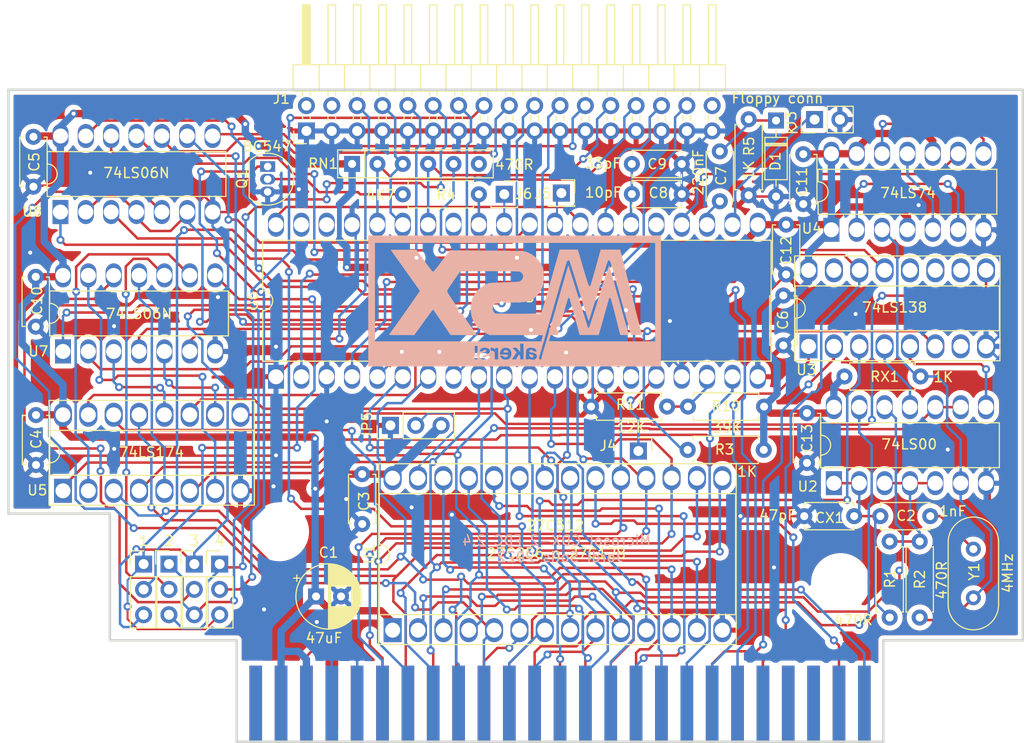
<source format=kicad_pcb>
(kicad_pcb (version 20211014) (generator pcbnew)
  (title_block (title "MICROSOL CDX-2 INTERFACE 1.2 (MSXPRO)"))
  (layers (0 "F.Cu" signal) (31 "B.Cu" signal) (34 "B.Paste" user) (35 "F.Paste" user) (36 "B.SilkS" user "B.Silkscreen") (37 "F.SilkS" user "F.Silkscreen") (38 "B.Mask" user) (39 "F.Mask" user) (44 "Edge.Cuts" user))
  (net 0 "")
  (net 1 "GND")
  (net 2 "VCC")
  (net 3 "Net-(C2-Pad2)")
  (net 4 "Net-(C2-Pad1)")
  (net 5 "Net-(C7-Pad2)")
  (net 6 "Net-(C7-Pad1)")
  (net 7 "Net-(C8-Pad1)")
  (net 8 "/SIDE")
  (net 9 "/RRD")
  (net 10 "/WP")
  (net 11 "/TR00")
  (net 12 "/WG")
  (net 13 "/WD")
  (net 14 "/STEP")
  (net 15 "/DIR")
  (net 16 "/DS0")
  (net 17 "/DS1")
  (net 18 "/DS2")
  (net 19 "/MOTOR")
  (net 20 "/IP")
  (net 21 "/DS3")
  (net 22 "Net-(Q1-Pad2)")
  (net 23 "Net-(R2-Pad1)")
  (net 24 "Net-(R3-Pad2)")
  (net 25 "/READY")
  (net 26 "Net-(R10-Pad1)")
  (net 27 "/D2")
  (net 28 "/A13")
  (net 29 "/D1")
  (net 30 "/A8")
  (net 31 "/D0")
  (net 32 "/A9")
  (net 33 "/A0")
  (net 34 "/A11")
  (net 35 "/A1")
  (net 36 "/SLTSL")
  (net 37 "/A2")
  (net 38 "/A10")
  (net 39 "/A3")
  (net 40 "/CS1")
  (net 41 "/A4")
  (net 42 "/D7")
  (net 43 "/A5")
  (net 44 "/D6")
  (net 45 "/A6")
  (net 46 "/D5")
  (net 47 "/A7")
  (net 48 "/D4")
  (net 49 "/A12")
  (net 50 "/D3")
  (net 51 "Net-(U2-Pad11)")
  (net 52 "Net-(U2-Pad8)")
  (net 54 "/WE")
  (net 55 "/RD")
  (net 56 "/IOWD4")
  (net 57 "/WR")
  (net 58 "Net-(U4-Pad11)")
  (net 59 "Net-(U4-Pad12)")
  (net 60 "/WD_CLK")
  (net 61 "Net-(U5-Pad7)")
  (net 62 "Net-(U5-Pad5)")
  (net 63 "Net-(U5-Pad12)")
  (net 64 "Net-(U5-Pad10)")
  (net 65 "Net-(U5-Pad2)")
  (net 66 "/RESET")
  (net 67 "Net-(U6-Pad28)")
  (net 69 "Net-(U6-Pad15)")
  (net 70 "Net-(JP4-Pad2)")
  (net 71 "Net-(U6-Pad30)")
  (net 72 "/IORQ")
  (net 73 "/SW1")
  (net 74 "/DSKCHG")
  (net 75 "Net-(R1-Pad1)")
  (net 77 "/SNDIN")
  (net 78 "/A14")
  (net 79 "/M1")
  (net 80 "/WAIT")
  (net 81 "/CS12")
  (net 82 "/-12V")
  (net 83 "/+12V")
  (net 84 "/CLOCK")
  (net 85 "/A15")
  (net 86 "/MERQ")
  (net 87 "/BUSDIR")
  (net 88 "/INT")
  (net 89 "/RFSH")
  (net 90 "/CS2")
  (net 91 "Net-(JP5-Pad2)")
  (net 97 "Net-(U4-Pad2)")
  (net 98 "Net-(J4-Pad1)")
  (net 99 "Net-(J3-Pad1)")
  (net 101 "Net-(J5-Pad1)")
  (net 102 "Net-(J6-Pad1)")
  (net 106 "Net-(JP1-Pad2)")
  (net 107 "Net-(JP2-Pad2)")
  (net 108 "Net-(JP3-Pad2)")
  (footprint "MSXmakers:DIP-28c_W15.24mm_Socket_LongPads" (layer "F.Cu") (at 135.89 117.602 90)
    (fp_text reference "U1")
    (fp_text value "27C256 o 27C128")
  )
  (footprint "MSXmakers:DIP-40c_W15.24mm_LongPads" (layer "F.Cu") (at 124.206 92.202 90)
    (fp_text reference "U6")
    (fp_text value "WD2793")
  )
  (footprint "MSXmakers:DIP-14c_W7.62mm_LongPads" (layer "F.Cu") (at 179.832 77.47 90)
    (fp_text reference "U4")
    (fp_text value "74LS74")
  )
  (footprint "Capacitor_THT:CP_Radial_D6.3mm_P2.50mm" (layer "F.Cu") (at 128.22 114.22)
    (fp_text reference "C1")
    (fp_text value "47uF")
  )
  (footprint "MSXmakers:DIP-16c_W7.62mm_Socket_LongPads" (layer "F.Cu") (at 177.546 89.154 90)
    (fp_text reference "U3")
    (fp_text value "74LS138")
  )
  (footprint "Crystal:Crystal_HC49-U_Vertical" (layer "F.Cu") (at 194.056 109.474 -90)
    (fp_text reference "Y1")
    (fp_text value "4MHz")
  )
  (footprint "Resistor_THT:R_Axial_DIN0207_L6.3mm_D2.5mm_P7.62mm_Horizontal" (layer "F.Cu") (at 144.526 73.914 180)
    (fp_text reference "R4")
    (fp_text value "4K7")
  )
  (footprint "Diode_THT:D_DO-35_SOD27_P7.62mm_Horizontal" (layer "F.Cu") (at 174.29 66.52 -90)
    (fp_text reference "D1")
    (fp_text value "1N4148")
  )
  (footprint "Capacitor_THT:C_Disc_D4.7mm_W2.5mm_P5.00mm" (layer "F.Cu") (at 177.39 95.84 -90)
    (fp_text reference "C13")
    (fp_text value "100nF")
  )
  (footprint "Capacitor_THT:C_Disc_D4.7mm_W2.5mm_P5.00mm" (layer "F.Cu") (at 175.3 76.95 -90)
    (fp_text reference "C12")
    (fp_text value "100nF")
  )
  (footprint "Capacitor_THT:C_Disc_D4.7mm_W2.5mm_P5.00mm" (layer "F.Cu") (at 177.118 106.172)
    (fp_text reference "CX1")
    (fp_text value "47pF")
  )
  (footprint "Resistor_THT:R_Axial_DIN0207_L6.3mm_D2.5mm_P7.62mm_Horizontal" (layer "F.Cu") (at 155.76 95.19)
    (fp_text reference "R11")
    (fp_text value "12K")
  )
  (footprint "Capacitor_THT:C_Disc_D4.7mm_W2.5mm_P5.00mm" (layer "F.Cu") (at 177.02 69.89 -90)
    (fp_text reference "C11")
    (fp_text value "100nF")
  )
  (footprint "Package_TO_SOT_THT:TO-92_Inline" (layer "F.Cu") (at 123.37 71.13 -90)
    (fp_text reference "Q1")
    (fp_text value "BC547")
  )
  (footprint "Capacitor_THT:C_Disc_D4.7mm_W2.5mm_P5.00mm" (layer "F.Cu") (at 132.84 101.96 -90)
    (fp_text reference "C3")
    (fp_text value "100nF")
  )
  (footprint "Resistor_THT:R_Axial_DIN0207_L6.3mm_D2.5mm_P7.62mm_Horizontal" (layer "F.Cu") (at 171.55 74.01 90)
    (fp_text reference "R5")
    (fp_text value "1K")
  )
  (footprint "Capacitor_THT:C_Disc_D4.7mm_W2.5mm_P5.00mm" (layer "F.Cu") (at 189.738 106.172 180)
    (fp_text reference "C2")
    (fp_text value "1nF")
  )
  (footprint "MSXmakers:DIP-14c_W7.62mm_LongPads" (layer "F.Cu") (at 102.616 75.692 90)
    (fp_text reference "U8")
    (fp_text value "74LS06N")
  )
  (footprint "MSXmakers:DIP-14c_W7.62mm_LongPads" (layer "F.Cu") (at 102.87 89.662 90)
    (fp_text reference "U7")
    (fp_text value "74LS06N")
  )
  (footprint "Capacitor_THT:C_Disc_D4.7mm_W2.5mm_P5.00mm" (layer "F.Cu") (at 100.17 96.04 -90)
    (fp_text reference "C4")
    (fp_text value "100nF")
  )
  (footprint "Capacitor_THT:C_Disc_D4.7mm_W2.5mm_P5.00mm" (layer "F.Cu") (at 99.91 68.15 -90)
    (fp_text reference "C5")
    (fp_text value "100nF")
  )
  (footprint "Capacitor_THT:C_Disc_D4.7mm_W2.5mm_P5.00mm" (layer "F.Cu") (at 100.14 82.18 -90)
    (fp_text reference "C10")
    (fp_text value "100nF")
  )
  (footprint "MSXmakers:DIP-16c_W7.62mm_Socket_LongPads" (layer "F.Cu") (at 102.87 103.632 90)
    (fp_text reference "U5")
    (fp_text value "74LS174")
  )
  (footprint "Resistor_THT:R_Array_SIP6" (layer "F.Cu") (at 131.826 70.866)
    (fp_text reference "RN1")
    (fp_text value "470R")
  )
  (footprint "Connector_PinHeader_2.54mm:PinHeader_2x17_P2.54mm_Horizontal" (layer "F.Cu") (at 127.254 67.564 90)
    (fp_text reference "J1")
    (fp_text value "Floppy conn")
  )
  (footprint "Resistor_THT:R_Axial_DIN0207_L6.3mm_D2.5mm_P7.62mm_Horizontal" (layer "F.Cu") (at 188.68 116.33 90)
    (fp_text reference "R2")
    (fp_text value "470R")
  )
  (footprint "Resistor_THT:R_Axial_DIN0207_L6.3mm_D2.5mm_P7.62mm_Horizontal" (layer "F.Cu") (at 185.674 108.712 -90)
    (fp_text reference "R1")
    (fp_text value "470R")
  )
  (footprint "MSXmakers:DIP-14c_W7.62mm_LongPads" (layer "F.Cu") (at 180.086 102.87 90)
    (fp_text reference "U2")
    (fp_text value "74LS00")
  )
  (footprint "Capacitor_THT:C_Disc_D4.7mm_W2.5mm_P5.00mm" (layer "F.Cu") (at 168.66 74.61 90)
    (fp_text reference "C7")
    (fp_text value "220nF")
  )
  (footprint "Resistor_THT:R_Axial_DIN0207_L6.3mm_D2.5mm_P7.62mm_Horizontal" (layer "F.Cu") (at 181.14 92.17)
    (fp_text reference "RX1")
    (fp_text value "1K")
  )
  (footprint "Capacitor_THT:C_Disc_D4.7mm_W2.5mm_P5.00mm" (layer "F.Cu") (at 164.85 70.87 180)
    (fp_text reference "C9")
    (fp_text value "33pF")
  )
  (footprint "Capacitor_THT:C_Disc_D4.7mm_W2.5mm_P5.00mm" (layer "F.Cu") (at 159.85 73.89)
    (fp_text reference "C8")
    (fp_text value "10pF")
  )
  (footprint "MSXMakers:CARTRIDGE_#_MSX_XL" (layer "F.Cu") (at 152.654 124.333)
    (fp_text reference "J2" hide)
    (fp_text value "MSX_SLOT_CON" hide)
    (fp_line (start 32.385 -5.715) (end 32.385 4.445) (layer "Edge.Cuts") (width 0.254))
    (fp_line (start -45.085 -18.415) (end -55.245 -18.415) (layer "Edge.Cuts") (width 0.254))
    (fp_line (start -45.085 -5.715) (end -45.085 -18.415) (layer "Edge.Cuts") (width 0.254))
    (fp_line (start -32.385 4.445) (end -32.385 -5.715) (layer "Edge.Cuts") (width 0.254))
    (fp_line (start -55.24 -60.9) (end 46.35 -60.9) (layer "Edge.Cuts") (width 0.254))
    (fp_line (start 46.355 -5.715) (end 32.385 -5.715) (layer "Edge.Cuts") (width 0.254))
    (fp_line (start 46.355 -60.9) (end 46.355 -5.715) (layer "Edge.Cuts") (width 0.254))
    (fp_line (start -55.245 -18.415) (end -55.245 -60.9) (layer "Edge.Cuts") (width 0.254))
    (fp_line (start -32.385 -5.715) (end -45.085 -5.715) (layer "Edge.Cuts") (width 0.254))
    (fp_line (start 32.385 4.445) (end -32.385 4.445) (layer "Edge.Cuts") (width 0.254))
  )
  (footprint "Resistor_THT:R_Axial_DIN0207_L6.3mm_D2.5mm_P7.62mm_Horizontal" (layer "F.Cu") (at 173.06 99.53 180)
    (fp_text reference "R3")
    (fp_text value "1K")
  )
  (footprint "Capacitor_THT:C_Disc_D4.7mm_W2.5mm_P5.00mm" (layer "F.Cu") (at 175.02 84.06 -90)
    (fp_text reference "C6")
    (fp_text value "100nF")
  )
  (footprint "Resistor_THT:R_Axial_DIN0207_L6.3mm_D2.5mm_P7.62mm_Horizontal" (layer "F.Cu") (at 165.47 95.19)
    (fp_text reference "R10")
    (fp_text value "39K")
  )
  (footprint "Connector_PinHeader_2.54mm:PinHeader_1x03_P2.54mm_Vertical" (layer "F.Cu") (at 135.666 97.0792 90)
    (fp_text reference "JP5")
    (fp_text value "ROM_SW")
  )
  (footprint "Connector_PinSocket_2.54mm:PinSocket_1x01_P2.54mm_Vertical" (layer "F.Cu") (at 160.5026 99.6442)
    (fp_text reference "J4")
    (fp_text value "TestPoint1")
  )
  (footprint "Connector_PinHeader_2.54mm:PinHeader_1x03_P2.54mm_Vertical" (layer "F.Cu") (at 116.025 110.975)
    (fp_text reference "3")
    (fp_text value "DS2-sel")
  )
  (footprint "Connector_PinSocket_2.54mm:PinSocket_1x01_P2.54mm_Vertical" (layer "F.Cu") (at 147.07 73.91)
    (fp_text reference "J6")
    (fp_text value "TestPoint3")
  )
  (footprint "Connector_PinHeader_2.54mm:PinHeader_1x03_P2.54mm_Vertical" (layer "F.Cu") (at 110.945 110.975)
    (fp_text reference "1")
    (fp_text value "DS0-sel")
  )
  (footprint "Connector_PinSocket_2.54mm:PinSocket_1x01_P2.54mm_Vertical" (layer "F.Cu") (at 152.79 73.79)
    (fp_text reference "J5")
    (fp_text value "TestPoint2")
  )
  (footprint "Connector_PinHeader_2.54mm:PinHeader_1x02_P2.54mm_Vertical" (layer "F.Cu") (at 178.1502 66.4214 90)
    (fp_text reference "J3")
    (fp_text value "Test")
  )
  (footprint "Connector_PinHeader_2.54mm:PinHeader_1x03_P2.54mm_Vertical" (layer "F.Cu") (at 113.485 110.975)
    (fp_text reference "2")
    (fp_text value "DS1-sel")
  )
  (footprint "Connector_PinHeader_2.54mm:PinHeader_1x03_P2.54mm_Vertical" (layer "F.Cu") (at 118.565 110.975)
    (fp_text reference "4")
    (fp_text value "MOTOR-sel")
  )
  (footprint "MSXmakers:Logo_MSXmakers_fsilk_29x14_neg" (layer "B.Cu") (at 148.12 84.59 180)
    (fp_text reference "G***" hide)
    (fp_text value "Val**" hide)
  )
  (gr_text "Jordi Solis 2022" (at 152.65 110.27) (layer "B.SilkS") (effects (font (size 1 1)) (justify mirror)))
  (gr_text "Microsol CDX-2 FDC 2.4" (at 152.31 108.62) (layer "B.SilkS") (effects (font (size 1 1)) (justify mirror)))
  (gr_text "27C512" (at 152.17 107.12) (layer "F.SilkS") (effects (font (size 1 1))))
  (segment (start 180.51 107.52) (end 183.36 110.37) (width 0.25) (layer "F.Cu") (net 1))
  (segment (start 188.789999 74.050001) (end 193.102001 74.050001) (width 0.25) (layer "F.Cu") (net 1))
  (segment (start 131.28 104.5) (end 137 104.5) (width 0.25) (layer "F.Cu") (net 1))
  (segment (start 195.69 103.234) (end 195.326 102.87) (width 0.25) (layer "F.Cu") (net 1))
  (segment (start 172.452 90.14) (end 173.94 90.14) (width 0.25) (layer "F.Cu") (net 1))
  (segment (start 163.656 86.614) (end 162.56 85.518) (width 0.25) (layer "F.Cu") (net 1))
  (segment (start 193.606 85.91) (end 182.26 85.91) (width 0.25) (layer "F.Cu") (net 1))
  (segment (start 152.654 67.564) (end 155.194 67.564) (width 0.25) (layer "F.Cu") (net 1))
  (segment (start 188.57 74.27) (end 188.789999 74.050001) (width 0.25) (layer "F.Cu") (net 1))
  (segment (start 117.856 75.692) (end 117.856 74.93) (width 0.25) (layer "F.Cu") (net 1))
  (segment (start 102.280499 85.039501) (end 109.490499 85.039501) (width 0.25) (layer "F.Cu") (net 1))
  (segment (start 118.11 89.662) (end 118.11 89.154) (width 0.25) (layer "F.Cu") (net 1))
  (segment (start 162.56 85.518) (end 159.258 85.518) (width 0.25) (layer "F.Cu") (net 1))
  (segment (start 145.034 67.564) (end 147.574 67.564) (width 0.25) (layer "F.Cu") (net 1))
  (segment (start 175.02 89.06) (end 174.96 89.06) (width 0.25) (layer "F.Cu") (net 1))
  (segment (start 170.164 86.614) (end 163.656 86.614) (width 0.25) (layer "F.Cu") (net 1))
  (segment (start 197.2 68.74) (end 197.2 73.892) (width 0.25) (layer "F.Cu") (net 1))
  (segment (start 183.36 110.37) (end 191.7 110.37) (width 0.25) (layer "F.Cu") (net 1))
  (segment (start 175.3 81.95) (end 170.636 86.614) (width 0.25) (layer "F.Cu") (net 1))
  (segment (start 165.354 67.564) (end 167.894 67.564) (width 0.25) (layer "F.Cu") (net 1))
  (segment (start 123.01 115.52) (end 124.27 116.78) (width 0.25) (layer "F.Cu") (net 1))
  (segment (start 137 104.5) (end 137.79 105.29) (width 0.25) (layer "F.Cu") (net 1))
  (segment (start 176.35 111.31) (end 178.466 109.194) (width 0.25) (layer "F.Cu") (net 1))
  (segment (start 195.072 76.02) (end 195.072 77.47) (width 0.25) (layer "F.Cu") (net 1))
  (segment (start 173.94 90.14) (end 174.445 89.635) (width 0.25) (layer "F.Cu") (net 1))
  (segment (start 176.9 83.55) (end 175.3 81.95) (width 0.25) (layer "F.Cu") (net 1))
  (segment (start 128.654 90.12) (end 126.288 90.12) (width 0.25) (layer "F.Cu") (net 1))
  (segment (start 168.04 72.96) (end 167.11 73.89) (width 0.25) (layer "F.Cu") (net 1))
  (segment (start 172.466 90.154) (end 172.466 92.202) (width 0.25) (layer "F.Cu") (net 1))
  (segment (start 105.558 73.052) (end 100.008 73.052) (width 0.25) (layer "F.Cu") (net 1))
  (segment (start 101.31 86.01) (end 102.280499 85.039501) (width 0.25) (layer "F.Cu") (net 1))
  (segment (start 177.118 106.172) (end 178.466 107.52) (width 0.25) (layer "F.Cu") (net 1))
  (segment (start 150.114 67.564) (end 152.654 67.564) (width 0.25) (layer "F.Cu") (net 1))
  (segment (start 171.55 74.01) (end 171.67 74.13) (width 0.25) (layer "F.Cu") (net 1))
  (segment (start 131.24 104.46) (end 131.28 104.5) (width 0.25) (layer "F.Cu") (net 1))
  (segment (start 129.286 92.202) (end 129.286 90.752) (width 0.25) (layer "F.Cu") (net 1))
  (segment (start 150.114 67.564) (end 147.574 67.564) (width 0.25) (layer "F.Cu") (net 1))
  (segment (start 105.6 73.01) (end 105.558 73.052) (width 0.25) (layer "F.Cu") (net 1))
  (segment (start 134.874 67.564) (end 132.334 67.564) (width 0.25) (layer "F.Cu") (net 1))
  (segment (start 164.846 91.094) (end 164.846 92.202) (width 0.25) (layer "F.Cu") (net 1))
  (segment (start 101.0955 100.1145) (end 100.17 101.04) (width 0.25) (layer "F.Cu") (net 1))
  (segment (start 110.31 84.22) (end 118.39 84.22) (width 0.25) (layer "F.Cu") (net 1))
  (segment (start 123 103.18) (end 122.548 103.632) (width 0.25) (layer "F.Cu") (net 1))
  (segment (start 193.102001 74.050001) (end 195.072 76.02) (width 0.25) (layer "F.Cu") (net 1))
  (segment (start 170.5 72.96) (end 168.04 72.96) (width 0.25) (layer "F.Cu") (net 1))
  (segment (start 117.856 74.93) (end 115.978 73.052) (width 0.25) (layer "F.Cu") (net 1))
  (segment (start 113.17 86.06) (end 113.18 86.05) (width 0.25) (layer "F.Cu") (net 1))
  (segment (start 137.414 67.564) (end 134.874 67.564) (width 0.25) (layer "F.Cu") (net 1))
  (segment (start 176.26 74.13) (end 177.02 74.89) (width 0.25) (layer "F.Cu") (net 1))
  (segment (start 129.286 90.752) (end 128.654 90.12) (width 0.25) (layer "F.Cu") (net 1))
  (segment (start 101.49 86.01) (end 102.63 87.15) (width 0.25) (layer "F.Cu") (net 1))
  (segment (start 123.728 89.662) (end 124.206 89.184) (width 0.25) (layer "F.Cu") (net 1))
  (segment (start 195.326 87.63) (end 193.606 85.91) (width 0.25) (layer "F.Cu") (net 1))
  (segment (start 162.814 67.564) (end 165.354 67.564) (width 0.25) (layer "F.Cu") (net 1))
  (segment (start 157.734 67.564) (end 160.274 67.564) (width 0.25) (layer "F.Cu") (net 1))
  (segment (start 182.26 85.91) (end 179.26 85.91) (width 0.25) (layer "F.Cu") (net 1))
  (segment (start 107.97 87.15) (end 107.99 87.13) (width 0.25) (layer "F.Cu") (net 1))
  (segment (start 170.636 86.614) (end 170.164 86.614) (width 0.25) (layer "F.Cu") (net 1))
  (segment (start 115.978 73.052) (end 105.558 73.052) (width 0.25) (layer "F.Cu") (net 1))
  (segment (start 180.619999 74.050001) (end 188.789999 74.050001) (width 0.25) (layer "F.Cu") (net 1))
  (segment (start 178.466 107.52) (end 180.51 107.52) (width 0.25) (layer "F.Cu") (net 1))
  (segment (start 177.39 100.84) (end 178.73 99.5) (width 0.25) (layer "F.Cu") (net 1))
  (segment (start 123.37 73.67) (end 121.91 73.67) (width 0.25) (layer "F.Cu") (net 1))
  (segment (start 172.452 90.14) (end 172.466 90.154) (width 0.25) (layer "F.Cu") (net 1))
  (segment (start 177.859999 74.050001) (end 177.02 74.89) (width 0.25) (layer "F.Cu") (net 1))
  (segment (start 124.27 116.78) (end 128.29 116.78) (width 0.25) (layer "F.Cu") (net 1))
  (segment (start 123.96 103.18) (end 123 103.18) (width 0.25) (layer "F.Cu") (net 1))
  (segment (start 172.452 90.14) (end 165.8 90.14) (width 0.25) (layer "F.Cu") (net 1))
  (segment (start 124.206 100.076) (end 124.1675 100.1145) (width 0.25) (layer "F.Cu") (net 1))
  (segment (start 100.008 73.052) (end 99.91 73.15) (width 0.25) (layer "F.Cu") (net 1))
  (segment (start 171.67 74.13) (end 174.29 74.14) (width 0.25) (layer "F.Cu") (net 1))
  (segment (start 108 100.1) (end 107.9855 100.1145) (width 0.25) (layer "F.Cu") (net 1))
  (segment (start 138.53 106.03) (end 137.79 105.29) (width 0.25) (layer "F.Cu") (net 1))
  (segment (start 132.7662 97.0792) (end 132.4102 96.7232) (width 0.2032) (layer "F.Cu") (net 1))
  (segment (start 139.954 67.564) (end 137.414 67.564) (width 0.25) (layer "F.Cu") (net 1))
  (segment (start 132.334 67.564) (end 129.794 67.564) (width 0.25) (layer "F.Cu") (net 1))
  (segment (start 126.25 103.18) (end 127.53 104.46) (width 0.25) (layer "F.Cu") (net 1))
  (segment (start 110.05 87.13) (end 111.12 86.06) (width 0.25) (layer "F.Cu") (net 1))
  (segment (start 107.9855 100.1145) (end 101.0955 100.1145) (width 0.25) (layer "F.Cu") (net 1))
  (segment (start 180.6902 66.4214) (end 182.9186 66.4214) (width 0.25) (layer "F.Cu") (net 1))
  (segment (start 191.7 110.37) (end 192.37 111.04) (width 0.25) (layer "F.Cu") (net 1))
  (segment (start 174.08 111.31) (end 176.35 111.31) (width 0.25) (layer "F.Cu") (net 1))
  (segment (start 178.73 99.5) (end 191.49 99.5) (width 0.25) (layer "F.Cu") (net 1))
  (segment (start 194.61 111.04) (end 195.69 109.96) (width 0.25) (layer "F.Cu") (net 1))
  (segment (start 102.63 87.15) (end 107.97 87.15) (width 0.25) (layer "F.Cu") (net 1))
  (segment (start 123.37 73.67) (end 126.228 73.67) (width 0.25) (layer "F.Cu") (net 1))
  (segment (start 182.9186 66.4214) (end 184.16 65.18) (width 0.25) (layer "F.Cu") (net 1))
  (segment (start 127.53 104.46) (end 131.24 104.46) (width 0.25) (layer "F.Cu") (net 1))
  (segment (start 177.118 106.172) (end 170.72499 106.172) (width 0.25) (layer "F.Cu") (net 1))
  (segment (start 129.3368 96.7232) (end 129.286 96.6724) (width 0.2032) (layer "F.Cu") (net 1))
  (segment (start 167.11 73.89) (end 164.85 73.89) (width 0.25) (layer "F.Cu") (net 1))
  (segment (start 174.445 89.635) (end 175.02 89.06) (width 0.25) (layer "F.Cu") (net 1))
  (segment (start 180.619999 74.050001) (end 177.859999 74.050001) (width 0.25) (layer "F.Cu") (net 1))
  (segment (start 124.1675 100.1145) (end 107.9855 100.1145) (width 0.25) (layer "F.Cu") (net 1))
  (segment (start 145.034 67.564) (end 142.494 67.564) (width 0.25) (layer "F.Cu") (net 1))
  (segment (start 109.490499 85.039501) (end 110.31 84.22) (width 0.25) (layer "F.Cu") (net 1))
  (segment (start 126.228 73.67) (end 126.492 73.406) (width 0.25) (layer "F.Cu") (net 1))
  (segment (start 101.31 86.01) (end 101.49 86.01) (width 0.25) (layer "F.Cu") (net 1))
  (segment (start 179.26 85.91) (end 176.9 83.55) (width 0.25) (layer "F.Cu") (net 1))
  (segment (start 123.96 103.18) (end 126.25 103.18) (width 0.25) (layer "F.Cu") (net 1))
  (segment (start 178.466 109.194) (end 178.466 107.52) (width 0.25) (layer "F.Cu") (net 1))
  (segment (start 195.326 89.154) (end 195.326 87.63) (width 0.25) (layer "F.Cu") (net 1))
  (segment (start 132.4102 96.7232) (end 129.3368 96.7232) (width 0.2032) (layer "F.Cu") (net 1))
  (segment (start 195.69 109.96) (end 195.69 103.234) (width 0.25) (layer "F.Cu") (net 1))
  (segment (start 121.91 73.67) (end 119.888 75.692) (width 0.25) (layer "F.Cu") (net 1))
  (segment (start 135.666 97.0792) (end 132.7662 97.0792) (width 0.2032) (layer "F.Cu") (net 1))
  (segment (start 111.12 86.06) (end 113.17 86.06) (width 0.25) (layer "F.Cu") (net 1))
  (segment (start 193.64 65.18) (end 197.2 68.74) (width 0.25) (layer "F.Cu") (net 1))
  (segment (start 118.11 89.662) (end 123.728 89.662) (width 0.25) (layer "F.Cu") (net 1))
  (segment (start 171.55 74.01) (end 170.5 72.96) (width 0.25) (layer "F.Cu") (net 1))
  (segment (start 184.16 65.18) (end 193.64 65.18) (width 0.25) (layer "F.Cu") (net 1))
  (segment (start 173.92 90.16) (end 174.445 89.635) (width 0.25) (layer "F.Cu") (net 1))
  (segment (start 174.29 74.14) (end 176.26 74.13) (width 0.25) (layer "F.Cu") (net 1))
  (segment (start 108 99.43) (end 108 100.1) (width 0.25) (layer "F.Cu") (net 1))
  (segment (start 155.194 67.564) (end 157.734 67.564) (width 0.25) (layer "F.Cu") (net 1))
  (segment (start 188.57 75) (end 188.57 74.27) (width 0.25) (layer "F.Cu") (net 1))
  (segment (start 105.6 71.75) (end 105.6 73.01) (width 0.25) (layer "F.Cu") (net 1))
  (segment (start 127.254 67.564) (end 129.794 67.564) (width 0.25) (layer "F.Cu") (net 1))
  (segment (start 107.99 87.13) (end 110.05 87.13) (width 0.25) (layer "F.Cu") (net 1))
  (segment (start 139.954 67.564) (end 142.494 67.564) (width 0.25) (layer "F.Cu") (net 1))
  (segment (start 197.2 73.892) (end 195.072 76.02) (width 0.25) (layer "F.Cu") (net 1))
  (segment (start 100.14 87.18) (end 101.31 86.01) (width 0.25) (layer "F.Cu") (net 1))
  (segment (start 141.82 106.03) (end 138.53 106.03) (width 0.25) (layer "F.Cu") (net 1))
  (segment (start 160.274 67.564) (end 162.814 67.564) (width 0.25) (layer "F.Cu") (net 1))
  (segment (start 192.37 111.04) (end 194.61 111.04) (width 0.25) (layer "F.Cu") (net 1))
  (segment (start 119.888 75.692) (end 117.856 75.692) (width 0.25) (layer "F.Cu") (net 1))
  (segment (start 122.548 103.632) (end 120.65 103.632) (width 0.25) (layer "F.Cu") (net 1))
  (segment (start 165.8 90.14) (end 164.846 91.094) (width 0.25) (layer "F.Cu") (net 1))
  (segment (start 126.288 90.12) (end 124.206 92.202) (width 0.25) (layer "F.Cu") (net 1))
  (via (at 118.39 84.22) (size 0.8) (drill 0.4) (layers "F.Cu" "B.Cu") (net 1))
  (via (at 99.59 79.76) (size 0.8) (drill 0.4) (layers "F.Cu" "B.Cu") (net 1))
  (via (at 123.96 103.18) (size 0.8) (drill 0.4) (layers "F.Cu" "B.Cu") (net 1))
  (via (at 170.72499 106.172) (size 0.8) (drill 0.4) (layers "F.Cu" "B.Cu") (net 1))
  (via (at 123.01 115.52) (size 0.8) (drill 0.4) (layers "F.Cu" "B.Cu") (net 1))
  (via (at 131.24 104.46) (size 0.8) (drill 0.4) (layers "F.Cu" "B.Cu") (net 1))
  (via (at 163.656 86.614) (size 0.8) (drill 0.4) (layers "F.Cu" "B.Cu") (net 1))
  (via (at 141.82 106.03) (size 0.8) (drill 0.4) (layers "F.Cu" "B.Cu") (net 1))
  (via (at 113.18 86.05) (size 0.8) (drill 0.4) (layers "F.Cu" "B.Cu") (net 1))
  (via (at 126.492 73.406) (size 0.8) (drill 0.4) (layers "F.Cu" "B.Cu") (net 1))
  (via (at 159.258 85.518) (size 0.8) (drill 0.4) (layers "F.Cu" "B.Cu") (net 1))
  (via (at 182.26 85.91) (size 0.8) (drill 0.4) (layers "F.Cu" "B.Cu") (net 1))
  (via (at 191.49 99.5) (size 0.8) (drill 0.4) (layers "F.Cu" "B.Cu") (net 1))
  (via (at 105.6 71.75) (size 0.8) (drill 0.4) (layers "F.Cu" "B.Cu") (net 1))
  (via (at 137.79 105.29) (size 0.8) (drill 0.4) (layers "F.Cu" "B.Cu") (net 1))
  (via (at 129.286 96.6724) (size 0.8) (drill 0.4) (layers "F.Cu" "B.Cu") (net 1))
  (via (at 124.206 89.184) (size 0.8) (drill 0.4) (layers "F.Cu" "B.Cu") (net 1))
  (via (at 188.57 75) (size 0.8) (drill 0.4) (layers "F.Cu" "B.Cu") (net 1))
  (via (at 108 99.43) (size 0.8) (drill 0.4) (layers "F.Cu" "B.Cu") (net 1))
  (via (at 174.08 111.31) (size 0.8) (drill 0.4) (layers "F.Cu" "B.Cu") (net 1))
  (via (at 124.206 100.076) (size 0.8) (drill 0.4) (layers "F.Cu" "B.Cu") (net 1))
  (via (at 107.99 87.13) (size 0.8) (drill 0.4) (layers "F.Cu" "B.Cu") (net 1))
  (via (at 128.29 116.78) (size 0.8) (drill 0.4) (layers "F.Cu" "B.Cu") (net 1))
  (segment (start 197.358 87.376) (end 197.358 78.74) (width 0.25) (layer "B.Cu") (net 1))
  (segment (start 129.83 108.35) (end 129.8 108.32) (width 0.25) (layer "B.Cu") (net 1))
  (segment (start 164.85 70.87) (end 164.85 73.89) (width 0.25) (layer "B.Cu") (net 1))
  (segment (start 132.334 124.968) (end 132.334 119.594) (width 0.25) (layer "B.Cu") (net 1))
  (segment (start 129.79 115.15) (end 129.79 116.78) (width 0.25) (layer "B.Cu") (net 1))
  (segment (start 131.45 108.35) (end 129.83 108.35) (width 0.25) (layer "B.Cu") (net 1))
  (segment (start 129.286 84.754) (end 132.19 81.85) (width 0.25) (layer "B.Cu") (net 1))
  (segment (start 196.088 77.47) (end 195.072 77.47) (width 0.25) (layer "B.Cu") (net 1))
  (segment (start 118.11 84.5) (end 118.39 84.22) (width 0.25) (layer "B.Cu") (net 1))
  (segment (start 197.358 78.74) (end 196.088 77.47) (width 0.25) (layer "B.Cu") (net 1))
  (segment (start 195.326 102.87) (end 195.326 102.108) (width 0.25) (layer "B.Cu") (net 1))
  (segment (start 117.856 77.142) (end 119.41 78.696) (width 0.25) (layer "B.Cu") (net 1))
  (segment (start 124.206 102.934) (end 123.96 103.18) (width 0.25) (layer "B.Cu") (net 1))
  (segment (start 129.794 119.594) (end 129.794 124.968) (width 0.25) (layer "B.Cu") (net 1))
  (segment (start 119.41 78.696) (end 119.41 83.2) (width 0.25) (layer "B.Cu") (net 1))
  (segment (start 101.38 81.55) (end 101.38 85.94) (width 0.25) (layer "B.Cu") (net 1))
  (segment (start 168.91 115.95) (end 170.72499 114.13501) (width 0.25) (layer "B.Cu") (net 1))
  (segment (start 197.612 91.44) (end 195.326 89.154) (width 0.25) (layer "B.Cu") (net 1))
  (segment (start 176.166999 105.220999) (end 176.166999 102.063001) (width 0.25) (layer "B.Cu") (net 1))
  (segment (start 197.612 99.822) (end 197.612 91.44) (width 0.25) (layer "B.Cu") (net 1))
  (segment (start 163.656 90.25) (end 163.656 87.734) (width 0.25) (layer "B.Cu") (net 1))
  (segment (start 132.84 106.96) (end 131.24 105.36) (width 0.25) (layer "B.Cu") (net 1))
  (segment (start 132.84 106.96) (end 131.45 108.35) (width 0.25) (layer "B.Cu") (net 1))
  (segment (start 132.19 81.85) (end 132.19 77.326) (width 0.25) (layer "B.Cu") (net 1))
  (segment (start 127.254 72.644) (end 126.492 73.406) (width 0.25) (layer "B.Cu") (net 1))
  (segment (start 130.72 114.22) (end 129.79 115.15) (width 0.25) (layer "B.Cu") (net 1))
  (segment (start 158.322 85.518) (end 155.93 87.91) (width 0.25) (layer "B.Cu") (net 1))
  (segment (start 170.72499 114.13501) (end 170.72499 106.172) (width 0.25) (layer "B.Cu") (net 1))
  (segment (start 129.8 108.32) (end 129.8 113.3) (width 0.25) (layer "B.Cu") (net 1))
  (segment (start 101.38 85.94) (end 100.14 87.18) (width 0.25) (layer "B.Cu") (net 1))
  (segment (start 176.166999 102.063001) (end 177.39 100.84) (width 0.25) (layer "B.Cu") (net 1))
  (segment (start 129.79 119.59) (end 129.794 119.594) (width 0.25) (layer "B.Cu") (net 1))
  (segment (start 195.58 89.154) (end 197.358 87.376) (width 0.25) (layer "B.Cu") (net 1))
  (segment (start 132.19 77.326) (end 131.826 76.962) (width 0.25) (layer "B.Cu") (net 1))
  (segment (start 128.29 116.78) (end 129.79 116.78) (width 0.25) (layer "B.Cu") (net 1))
  (segment (start 166.49 68.968) (end 166.49 69.23) (width 0.25) (layer "B.Cu") (net 1))
  (segment (start 124.206 100.076) (end 124.206 102.934) (width 0.25) (layer "B.Cu") (net 1))
  (segment (start 164.846 91.44) (end 163.656 90.25) (width 0.25) (layer "B.Cu") (net 1))
  (segment (start 127.254 67.564) (end 127.254 72.644) (width 0.25) (layer "B.Cu") (net 1))
  (segment (start 155.93 87.91) (end 155.93 95.02) (width 0.25) (layer "B.Cu") (net 1))
  (segment (start 119.41 83.2) (end 118.39 84.22) (width 0.25) (layer "B.Cu") (net 1))
  (segment (start 129.286 92.202) (end 129.286 84.754) (width 0.25) (layer "B.Cu") (net 1))
  (segment (start 177.118 106.172) (end 176.166999 105.220999) (width 0.25) (layer "B.Cu") (net 1))
  (segment (start 129.286 96.6724) (end 129.286 92.202) (width 0.2032) (layer "B.Cu") (net 1))
  (segment (start 131.24 105.36) (end 131.24 104.46) (width 0.25) (layer "B.Cu") (net 1))
  (segment (start 124.206 92.202) (end 124.206 100.076) (width 0.25) (layer "B.Cu") (net 1))
  (segment (start 132.334 119.594) (end 129.794 119.594) (width 0.25) (layer "B.Cu") (net 1))
  (segment (start 117.856 75.692) (end 117.856 77.142) (width 0.25) (layer "B.Cu") (net 1))
  (segment (start 118.11 89.662) (end 118.11 84.5) (width 0.25) (layer "B.Cu") (net 1))
  (segment (start 172.466 91.44) (end 172.466 92.202) (width 0.25) (layer "B.Cu") (net 1))
  (segment (start 129.79 116.78) (end 129.79 119.59) (width 0.25) (layer "B.Cu") (net 1))
  (segment (start 195.326 89.154) (end 195.58 89.154) (width 0.25) (layer "B.Cu") (net 1))
  (segment (start 195.326 102.108) (end 197.612 99.822) (width 0.25) (layer "B.Cu") (net 1))
  (segment (start 168.91 117.602) (end 168.91 115.95) (width 0.25) (layer "B.Cu") (net 1))
  (segment (start 124.206 92.202) (end 124.206 89.184) (width 0.25) (layer "B.Cu") (net 1))
  (segment (start 164.846 92.202) (end 164.846 91.44) (width 0.25) (layer "B.Cu") (net 1))
  (segment (start 99.59 79.76) (end 101.38 81.55) (width 0.25) (layer "B.Cu") (net 1))
  (segment (start 155.93 95.02) (end 155.76 95.19) (width 0.25) (layer "B.Cu") (net 1))
  (segment (start 166.49 69.23) (end 164.85 70.87) (width 0.25) (layer "B.Cu") (net 1))
  (segment (start 163.656 87.734) (end 163.656 86.614) (width 0.25) (layer "B.Cu") (net 1))
  (segment (start 167.894 67.564) (end 166.49 68.968) (width 0.25) (layer "B.Cu") (net 1))
  (segment (start 159.258 85.518) (end 158.322 85.518) (width 0.25) (layer "B.Cu") (net 1))
  (segment (start 129.8 113.3) (end 130.72 114.22) (width 0.25) (layer "B.Cu") (net 1))
  (segment (start 179.832 76.708) (end 181.356 75.184) (width 0.7366) (layer "F.Cu") (net 2))
  (segment (start 182.372 69.342) (end 183.896 67.818) (width 0.7366) (layer "F.Cu") (net 2))
  (segment (start 128.14 103.42) (end 128.23 103.42) (width 0.7366) (layer "F.Cu") (net 2))
  (segment (start 107.943012 98.246988) (end 103.706988 98.246988) (width 0.7366) (layer "F.Cu") (net 2))
  (segment (start 136.685791 81.237591) (end 131.298418 81.237591) (width 0.7366) (layer "F.Cu") (net 2))
  (segment (start 126.062788 70.866) (end 131.826 70.866) (width 0.7366) (layer "F.Cu") (net 2))
  (segment (start 179.324 76.962) (end 179.832 77.47) (width 0.7366) (layer "F.Cu") (net 2))
  (segment (start 158.2814 78.8986) (end 155.942409 81.237591) (width 0.7366) (layer "F.Cu") (net 2))
  (segment (start 127.956988 98.246988) (end 107.943012 98.246988) (width 0.7366) (layer "F.Cu") (net 2))
  (segment (start 121.01 66.69) (end 120.15 65.83) (width 0.7366) (layer "F.Cu") (net 2))
  (segment (start 181.356 75.184) (end 186.436 75.184) (width 0.7366) (layer "F.Cu") (net 2))
  (segment (start 128.23 103.42) (end 129.69 101.96) (width 0.7366) (layer "F.Cu") (net 2))
  (segment (start 182.372 69.85) (end 182.372 69.342) (width 0.7366) (layer "F.Cu") (net 2))
  (segment (start 120.15 65.83) (end 103.93 65.83) (width 0.7366) (layer "F.Cu") (net 2))
  (segment (start 129.655 115.655) (end 128.22 114.22) (width 0.7366) (layer "F.Cu") (net 2))
  (segment (start 99.988 68.072) (end 99.91 68.15) (width 0.7366) (layer "F.Cu") (net 2))
  (segment (start 177.38 95.85) (end 177.39 95.84) (width 0.7366) (layer "F.Cu") (net 2))
  (segment (start 134.705 115.655) (end 129.655 115.655) (width 0.7366) (layer "F.Cu") (net 2))
  (segment (start 102.87 96.012) (end 100.198 96.012) (width 0.7366) (layer "F.Cu") (net 2))
  (segment (start 177.02 69.89) (end 179.832 69.85) (width 0.7366) (layer "F.Cu") (net 2))
  (segment (start 122.46 69.07) (end 124.266788 69.07) (width 0.7366) (layer "F.Cu") (net 2))
  (segment (start 102.87 97.41) (end 102.87 96.012) (width 0.7366) (layer "F.Cu") (net 2))
  (segment (start 179.312 76.95) (end 179.832 77.47) (width 0.7366) (layer "F.Cu") (net 2))
  (segment (start 183.896 67.818) (end 189.23 67.818) (width 0.7366) (layer "F.Cu") (net 2))
  (segment (start 189.992 68.58) (end 189.992 69.85) (width 0.7366) (layer "F.Cu") (net 2))
  (segment (start 135.89 117.602) (end 135.89 116.84) (width 0.7366) (layer "F.Cu") (net 2))
  (segment (start 102.616 68.072) (end 99.988 68.072) (width 0.7366) (layer "F.Cu") (net 2))
  (segment (start 175.288 76.962) (end 175.3 76.95) (width 0.7366) (layer "F.Cu") (net 2))
  (segment (start 179.832 69.85) (end 182.372 69.85) (width 0.7366) (layer "F.Cu") (net 2))
  (segment (start 175.3 76.95) (end 179.312 76.95) (width 0.7366) (layer "F.Cu") (net 2))
  (segment (start 170.9294 78.8986) (end 158.2814 78.8986) (width 0.7366) (layer "F.Cu") (net 2))
  (segment (start 187.452 77.47) (end 187.452 76.2) (width 0.7366) (layer "F.Cu") (net 2))
  (segment (start 128.11 98.4) (end 127.956988 98.246988) (width 0.7366) (layer "F.Cu") (net 2))
  (segment (start 173.75 95.85) (end 177.38 95.85) (width 0.7366) (layer "F.Cu") (net 2))
  (segment (start 132.84 101.96) (end 135.488 101.96) (width 0.7366) (layer "F.Cu") (net 2))
  (segment (start 100.198 96.012) (end 100.17 96.04) (width 0.7366) (layer "F.Cu") (net 2))
  (segment (start 172.466 77.362) (end 170.9294 78.8986) (width 0.7366) (layer "F.Cu") (net 2))
  (segment (start 155.942409 81.237591) (end 136.685791 81.237591) (width 0.7366) (layer "F.Cu") (net 2))
  (segment (start 100.14 82.18) (end 102.732 82.18) (width 0.7366) (layer "F.Cu") (net 2))
  (segment (start 172.466 76.962) (end 172.466 77.362) (width 0.7366) (layer "F.Cu") (net 2))
  (segment (start 179.832 77.47) (end 179.832 76.708) (width 0.7366) (layer "F.Cu") (net 2))
  (segment (start 121.13 66.87) (end 121.01 66.69) (width 0.7366) (layer "F.Cu") (net 2))
  (segment (start 103.706988 98.246988) (end 102.87 97.41) (width 0.7366) (layer "F.Cu") (net 2))
  (segment (start 135.488 101.96) (end 135.89 102.362) (width 0.7366) (layer "F.Cu") (net 2))
  (segment (start 186.436 75.184) (end 187.452 76.2) (width 0.7366) (layer "F.Cu") (net 2))
  (segment (start 135.89 116.84) (end 134.705 115.655) (width 0.7366) (layer "F.Cu") (net 2))
  (segment (start 102.732 82.18) (end 102.87 82.042) (width 0.7366) (layer "F.Cu") (net 2))
  (segment (start 129.69 101.96) (end 132.84 101.96) (width 0.7366) (layer "F.Cu") (net 2))
  (segment (start 124.266788 69.07) (end 126.062788 70.866) (width 0.7366) (layer "F.Cu") (net 2))
  (segment (start 173.09 95.19) (end 173.75 95.85) (width 0.7366) (layer "F.Cu") (net 2))
  (segment (start 189.23 67.818) (end 189.992 68.58) (width 0.7366) (layer "F.Cu") (net 2))
  (segment (start 172.466 76.962) (end 175.288 76.962) (width 0.7366) (layer "F.Cu") (net 2))
  (segment (start 179.496 95.84) (end 180.086 95.25) (width 0.7366) (layer "F.Cu") (net 2))
  (segment (start 177.39 95.84) (end 179.496 95.84) (width 0.7366) (layer "F.Cu") (net 2))
  (via (at 122.46 69.07) (size 0.8) (drill 0.4) (layers "F.Cu" "B.Cu") (net 2))
  (via (at 128.14 103.42) (size 0.8) (drill 0.4) (layers "F.Cu" "B.Cu") (net 2))
  (via (at 131.298418 81.237591) (size 0.8) (drill 0.4) (layers "F.Cu" "B.Cu") (net 2))
  (via (at 128.11 98.4) (size 0.8) (drill 0.4) (layers "F.Cu" "B.Cu") (net 2))
  (via (at 103.93 65.83) (size 0.8) (drill 0.4) (layers "F.Cu" "B.Cu") (net 2))
  (via (at 121.13 66.87) (size 0.8) (drill 0.4) (layers "F.Cu" "B.Cu") (net 2))
  (segment (start 126.45 119.73) (end 124.76 119.73) (width 0.7366) (layer "B.Cu") (net 2))
  (segment (start 102.61 68.078) (end 102.616 68.072) (width 0.7366) (layer "B.Cu") (net 2))
  (segment (start 173.23 85.85) (end 175.02 84.06) (width 0.7366) (layer "B.Cu") (net 2))
  (segment (start 128.13 114.13) (end 128.22 114.22) (width 0.7366) (layer "B.Cu") (net 2))
  (segment (start 124.714 119.294) (end 124.714 118.364) (width 0.7366) (layer "B.Cu") (net 2))
  (segment (start 179.832 77.47) (end 179.832 69.85) (width 0.7366) (layer "B.Cu") (net 2))
  (segment (start 128.13 103.43) (end 128.13 114.13) (width 0.7366) (layer "B.Cu") (net 2))
  (segment (start 174.39 93.89) (end 174.39 90.86) (width 0.7366) (layer "B.Cu") (net 2))
  (segment (start 131.826 70.866) (end 131.826 73.66) (width 0.7366) (layer "B.Cu") (net 2))
  (segment (start 98.7717 88.8817) (end 98.7717 85.0983) (width 0.7366) (layer "B.Cu") (net 2))
  (segment (start 100.14 83.73) (end 100.14 82.18) (width 0.7366) (layer "B.Cu") (net 2))
  (segment (start 130.556 78.486) (end 131.298418 79.228418) (width 0.7366) (layer "B.Cu") (net 2))
  (segment (start 127.254 120.534) (end 126.45 119.73) (width 0.7366) (layer "B.Cu") (net 2))
  (segment (start 101 78.67) (end 101 74.285058) (width 0.7366) (layer "B.Cu") (net 2))
  (segment (start 176.15137 84.06) (end 175.02 84.06) (width 0.7366) (layer "B.Cu") (net 2))
  (segment (start 176.15137 84.06) (end 177.546 82.66537) (width 0.7366) (layer "B.Cu") (net 2))
  (segment (start 128.14 103.42) (end 128.13 103.43) (width 0.7366) (layer "B.Cu") (net 2))
  (segment (start 124.76 119.73) (end 124.714 119.684) (width 0.7366) (layer "B.Cu") (net 2))
  (segment (start 173.06 99.53) (end 173.09 99.5) (width 0.7366) (layer "B.Cu") (net 2))
  (segment (start 102.87 96.012) (end 102.87 92.98) (width 0.7366) (layer "B.Cu") (net 2))
  (segment (start 173.06 95.22) (end 173.09 95.19) (width 0.7366) (layer "B.Cu") (net 2))
  (segment (start 124.714 119.684) (end 124.714 119.294) (width 0.7366) (layer "B.Cu") (net 2))
  (segment (start 177.546 82.66537) (end 177.546 81.534) (width 0.7366) (layer "B.Cu") (net 2))
  (segment (start 102.616 68.072) (end 102.616 67.144) (width 0.7366) (layer "B.Cu") (net 2))
  (segment (start 124.714 117.706) (end 128.2 114.22) (width 0.7366) (layer "B.Cu") (net 2))
  (segment (start 122.46 69.07) (end 122.43 69.07) (width 0.7366) (layer "B.Cu") (net 2))
  (segment (start 98.7717 85.0983) (end 100.14 83.73) (width 0.7366) (layer "B.Cu") (net 2))
  (segment (start 128.11 103.39) (end 128.11 98.4) (width 0.7366) (layer "B.Cu") (net 2))
  (segment (start 101 74.285058) (end 102.61 72.675058) (width 0.7366) (layer "B.Cu") (net 2))
  (segment (start 128.14 103.42) (end 128.11 103.39) (width 0.7366) (layer "B.Cu") (net 2))
  (segment (start 135.89 101.9352) (end 140.746 97.0792) (width 1) (layer "B.Cu") (net 2))
  (segment (start 102.87 92.98) (end 98.7717 88.8817) (width 0.7366) (layer "B.Cu") (net 2))
  (segment (start 121.13 67.77) (end 121.13 66.87) (width 0.7366) (layer "B.Cu") (net 2))
  (segment (start 102.87 80.54) (end 101 78.67) (width 0.7366) (layer "B.Cu") (net 2))
  (segment (start 122.43 69.07) (end 121.13 67.77) (width 0.7366) (layer "B.Cu") (net 2))
  (segment (start 131.298418 79.228418) (end 131.298418 81.237591) (width 0.7366) (layer "B.Cu") (net 2))
  (segment (start 124.76 119.73) (end 124.714 119.776) (width 0.7366) (layer "B.Cu") (net 2))
  (segment (start 102.87 82.042) (end 102.87 80.54) (width 0.7366) (layer "B.Cu") (net 2))
  (segment (start 173.23 89.7) (end 173.23 85.85) (width 0.7366) (layer "B.Cu") (net 2))
  (segment (start 173.06 99.53) (end 173.06 95.22) (width 0.7366) (layer "B.Cu") (net 2))
  (segment (start 135.89 102.362) (end 135.89 101.9352) (width 1) (layer "B.Cu") (net 2))
  (segment (start 131.826 73.66) (end 130.556 74.93) (width 0.7366) (layer "B.Cu") (net 2))
  (segment (start 124.714 119.294) (end 124.714 117.706) (width 0.7366) (layer "B.Cu") (net 2))
  (segment (start 173.09 95.19) (end 174.39 93.89) (width 0.7366) (layer "B.Cu") (net 2))
  (segment (start 128.2 114.22) (end 128.22 114.22) (width 0.7366) (layer "B.Cu") (net 2))
  (segment (start 102.616 67.144) (end 103.93 65.83) (width 0.7366) (layer "B.Cu") (net 2))
  (segment (start 124.714 119.776) (end 124.714 124.968) (width 0.7366) (layer "B.Cu") (net 2))
  (segment (start 177.546 79.756) (end 177.546 81.534) (width 0.7366) (layer "B.Cu") (net 2))
  (segment (start 127.254 124.968) (end 127.254 120.534) (width 0.7366) (layer "B.Cu") (net 2))
  (segment (start 179.832 77.47) (end 177.546 79.756) (width 0.7366) (layer "B.Cu") (net 2))
  (segment (start 180.086 93.224) (end 181.14 92.17) (width 0.7366) (layer "B.Cu") (net 2))
  (segment (start 180.086 95.25) (end 180.086 93.224) (width 0.7366) (layer "B.Cu") (net 2))
  (segment (start 174.39 90.86) (end 173.23 89.7) (width 0.7366) (layer "B.Cu") (net 2))
  (segment (start 130.556 74.93) (end 130.556 78.486) (width 0.4826) (layer "B.Cu") (net 2))
  (segment (start 102.61 72.675058) (end 102.61 68.078) (width 0.7366) (layer "B.Cu") (net 2))
  (segment (start 182.118 106.172) (end 184.738 106.172) (width 0.25) (layer "F.Cu") (net 3))
  (segment (start 182.626 102.87) (end 180.086 102.87) (width 0.25) (layer "F.Cu") (net 3))
  (segment (start 184.23 114.888) (end 184.23 106.68) (width 0.25) (layer "B.Cu") (net 3))
  (segment (start 182.626 105.664) (end 182.626 102.87) (width 0.25) (layer "B.Cu") (net 3))
  (segment (start 185.674 116.332) (end 184.23 114.888) (width 0.25) (layer "B.Cu") (net 3))
  (segment (start 184.23 106.68) (end 184.738 106.172) (width 0.25) (layer "B.Cu") (net 3))
  (segment (start 182.118 106.172) (end 182.626 105.664) (width 0.25) (layer "B.Cu") (net 3))
  (segment (start 194.056 109.474) (end 190.754 106.172) (width 0.25) (layer "F.Cu") (net 4))
  (segment (start 190.754 106.172) (end 189.738 106.172) (width 0.25) (layer "F.Cu") (net 4))
  (segment (start 190.246 105.664) (end 189.738 106.172) (width 0.25) (layer "B.Cu") (net 4))
  (segment (start 171.67 66.51) (end 171.55 66.39) (width 0.25) (layer "F.Cu") (net 5))
  (segment (start 174.29 66.52) (end 171.67 66.51) (width 0.25) (layer "F.Cu") (net 5))
  (segment (start 168.79 69.61) (end 171.55 66.85) (width 0.25) (layer "B.Cu") (net 5))
  (segment (start 171.55 66.85) (end 171.55 66.39) (width 0.25) (layer "B.Cu") (net 5))
  (segment (start 168.66 69.61) (end 168.79 69.61) (width 0.25) (layer "B.Cu") (net 5))
  (segment (start 167.386 76.962) (end 167.386 75.884) (width 0.25) (layer "B.Cu") (net 6))
  (segment (start 167.386 75.884) (end 168.66 74.61) (width 0.25) (layer "B.Cu") (net 6))
  (segment (start 159.766 76.962) (end 159.766 73.974) (width 0.25) (layer "B.Cu") (net 7))
  (segment (start 159.85 70.87) (end 159.85 73.89) (width 0.25) (layer "B.Cu") (net 7))
  (segment (start 159.766 73.974) (end 159.85 73.89) (width 0.25) (layer "B.Cu") (net 7))
  (segment (start 151.14 86.68) (end 151.82 87.36) (width 0.25) (layer "F.Cu") (net 8))
  (segment (start 151.82 87.36) (end 152.5 87.36) (width 0.25) (layer "F.Cu") (net 8))
  (segment (start 148.932822 86.68) (end 151.14 86.68) (width 0.25) (layer "F.Cu") (net 8))
  (segment (start 148.202822 87.41) (end 148.932822 86.68) (width 0.25) (layer "F.Cu") (net 8))
  (segment (start 110.49 89.662) (end 110.49 88.212) (width 0.25) (layer "F.Cu") (net 8))
  (segment (start 110.49 88.212) (end 111.292 87.41) (width 0.25) (layer "F.Cu") (net 8))
  (segment (start 111.292 87.41) (end 148.202822 87.41) (width 0.25) (layer "F.Cu") (net 8))
  (via (at 152.5 87.36) (size 0.8) (drill 0.4) (layers "F.Cu" "B.Cu") (net 8))
  (segment (start 152.5 87.36) (end 161.04 78.82) (width 0.25) (layer "B.Cu") (net 8))
  (segment (start 164.178999 69.641001) (end 164.178999 66.199001) (width 0.25) (layer "B.Cu") (net 8))
  (segment (start 164.178999 66.199001) (end 165.354 65.024) (width 0.25) (layer "B.Cu") (net 8))
  (segment (start 161.04 72.78) (end 164.178999 69.641001) (width 0.25) (layer "B.Cu") (net 8))
  (segment (start 161.04 78.82) (end 161.04 72.78) (width 0.25) (layer "B.Cu") (net 8))
  (segment (start 157.226 78.486) (end 157.226 76.962) (width 0.25) (layer "F.Cu") (net 9))
  (segment (start 155.730651 79.472231) (end 140.865149 79.472231) (width 0.25) (layer "F.Cu") (net 9))
  (segment (start 140.865149 79.472231) (end 140.86332 79.47406) (width 0.25) (layer "F.Cu") (net 9))
  (segment (start 155.730651 79.472231) (end 156.239831 79.472169) (width 0.25) (layer "F.Cu") (net 9))
  (segment (start 156.239831 79.472169) (end 157.226 78.486) (width 0.25) (layer "F.Cu") (net 9))
  (via (at 140.86332 79.47406) (size 0.8) (drill 0.4) (layers "F.Cu" "B.Cu") (net 9))
  (segment (start 160.69 69.38) (end 159.329294 69.38) (width 0.25) (layer "B.Cu") (net 9))
  (segment (start 159.329294 69.38) (end 157.94 70.769294) (width 0.25) (layer "B.Cu") (net 9))
  (segment (start 161.638999 68.431001) (end 160.69 69.38) (width 0.25) (layer "B.Cu") (net 9))
  (segment (start 161.638999 66.199001) (end 161.638999 68.431001) (width 0.25) (layer "B.Cu") (net 9))
  (segment (start 140.73124 75.54468) (end 141.986 74.28992) (width 0.25) (layer "B.Cu") (net 9))
  (segment (start 162.814 65.024) (end 161.638999 66.199001) (width 0.25) (layer "B.Cu") (net 9))
  (segment (start 157.226 75.484) (end 157.226 76.962) (width 0.25) (layer "B.Cu") (net 9))
  (segment (start 157.94 74.77) (end 157.226 75.484) (width 0.25) (layer "B.Cu") (net 9))
  (segment (start 141.986 74.28992) (end 141.986 70.866) (width 0.25) (layer "B.Cu") (net 9))
  (segment (start 157.94 70.769294) (end 157.94 74.77) (width 0.25) (layer "B.Cu") (net 9))
  (segment (start 140.73124 79.34198) (end 140.73124 75.54468) (width 0.25) (layer "B.Cu") (net 9))
  (segment (start 140.86332 79.47406) (end 140.73124 79.34198) (width 0.25) (layer "B.Cu") (net 9))
  (segment (start 139.599036 72.441012) (end 155.092331 72.441012) (width 0.25) (layer "F.Cu") (net 10))
  (segment (start 135.838988 72.338988) (end 139.497012 72.338988) (width 0.25) (layer "F.Cu") (net 10))
  (segment (start 139.497012 72.338988) (end 139.599036 72.441012) (width 0.25) (layer "F.Cu") (net 10))
  (segment (start 134.366 70.866) (end 135.838988 72.338988) (width 0.25) (layer "F.Cu") (net 10))
  (segment (start 155.092331 72.441012) (end 156.50099 71.032353) (width 0.25) (layer "F.Cu") (net 10))
  (via (at 156.50099 71.032353) (size 0.8) (drill 0.4) (layers "F.Cu" "B.Cu") (net 10))
  (segment (start 156.50099 70.86901) (end 156.50099 71.032353) (width 0.25) (layer "B.Cu") (net 10))
  (segment (start 134.366 76.962) (end 134.366 70.866) (width 0.25) (layer "B.Cu") (net 10))
  (segment (start 160.274 65.024) (end 159.098999 66.199001) (width 0.25) (layer "B.Cu") (net 10))
  (segment (start 159.098999 66.199001) (end 159.098999 68.271001) (width 0.25) (layer "B.Cu") (net 10))
  (segment (start 159.098999 68.271001) (end 156.50099 70.86901) (width 0.25) (layer "B.Cu") (net 10))
  (segment (start 140.789723 71.991001) (end 153.3525 71.991001) (width 0.25) (layer "F.Cu") (net 11))
  (segment (start 139.446 70.866) (end 139.664722 70.866) (width 0.25) (layer "F.Cu") (net 11))
  (segment (start 153.3525 71.991001) (end 154.974144 70.369357) (width 0.25) (layer "F.Cu") (net 11))
  (segment (start 139.664722 70.866) (end 140.789723 71.991001) (width 0.25) (layer "F.Cu") (net 11))
  (via (at 154.974144 70.369357) (size 0.8) (drill 0.4) (layers "F.Cu" "B.Cu") (net 11))
  (segment (start 156.369001 66.388999) (end 156.369001 68.9745) (width 0.25) (layer "B.Cu") (net 11))
  (segment (start 139.446 70.866) (end 139.446 76.962) (width 0.25) (layer "B.Cu") (net 11))
  (segment (start 156.369001 68.9745) (end 154.974144 70.369357) (width 0.25) (layer "B.Cu") (net 11))
  (segment (start 157.734 65.024) (end 156.369001 66.388999) (width 0.25) (layer "B.Cu") (net 11))
  (segment (start 124.991729 67.889989) (end 118.038011 67.889989) (width 0.25) (layer "F.Cu") (net 12))
  (segment (start 153.924 69.088) (end 126.18974 69.088) (width 0.25) (layer "F.Cu") (net 12))
  (segment (start 118.038011 67.889989) (end 117.856 68.072) (width 0.25) (layer "F.Cu") (net 12))
  (segment (start 126.18974 69.088) (end 124.991729 67.889989) (width 0.25) (layer "F.Cu") (net 12))
  (via (at 153.924 69.088) (size 0.8) (drill 0.4) (layers "F.Cu" "B.Cu") (net 12))
  (segment (start 153.924 66.294) (end 155.194 65.024) (width 0.25) (layer "B.Cu") (net 12))
  (segment (start 153.924 69.088) (end 153.924 66.294) (width 0.25) (layer "B.Cu") (net 12))
  (segment (start 121.667001 90.676999) (end 124.207001 90.676999) (width 0.25) (layer "F.Cu") (net 13))
  (segment (start 106.622998 91.44) (end 120.904 91.44) (width 0.25) (layer "F.Cu") (net 13))
  (segment (start 105.41 90.227002) (end 106.622998 91.44) (width 0.25) (layer "F.Cu") (net 13))
  (segment (start 105.41 89.662) (end 105.41 90.227002) (width 0.25) (layer "F.Cu") (net 13))
  (segment (start 149.350001 87.899999) (end 149.75 87.5) (width 0.25) (layer "F.Cu") (net 13))
  (segment (start 124.207001 90.676999) (end 125.73 89.154) (width 0.25) (layer "F.Cu") (net 13))
  (segment (start 120.904 91.44) (end 121.667001 90.676999) (width 0.25) (layer "F.Cu") (net 13))
  (segment (start 125.73 89.154) (end 135.25359 89.154) (width 0.25) (layer "F.Cu") (net 13))
  (segment (start 136.507591 87.899999) (end 149.350001 87.899999) (width 0.25) (layer "F.Cu") (net 13))
  (segment (start 135.25359 89.154) (end 136.507591 87.899999) (width 0.25) (layer "F.Cu") (net 13))
  (via (at 149.75 87.5) (size 0.8) (drill 0.4) (layers "F.Cu" "B.Cu") (net 13))
  (segment (start 151.478999 66.199001) (end 151.478999 71.251001) (width 0.25) (layer "B.Cu") (net 13))
  (segment (start 150.9 86.35) (end 149.75 87.5) (width 0.25) (layer "B.Cu") (net 13))
  (segment (start 151.478999 71.251001) (end 150.9 71.83) (width 0.25) (layer "B.Cu") (net 13))
  (segment (start 152.654 65.024) (end 151.478999 66.199001) (width 0.25) (layer "B.Cu") (net 13))
  (segment (start 150.9 71.83) (end 150.9 86.35) (width 0.25) (layer "B.Cu") (net 13))
  (segment (start 140.032941 80.269281) (end 139.29471 79.53105) (width 0.25) (layer "F.Cu") (net 14))
  (segment (start 124.38624 70.27662) (end 121.55338 70.27662) (width 0.25) (layer "F.Cu") (net 14))
  (segment (start 128.04394 71.882) (end 125.99162 71.882) (width 0.25) (layer "F.Cu") (net 14))
  (segment (start 139.29471 79.53105) (end 128.22936 79.53105) (width 0.25) (layer "F.Cu") (net 14))
  (segment (start 120.99 70.84) (end 109.014 70.84) (width 0.25) (layer "F.Cu") (net 14))
  (segment (start 125.99162 71.882) (end 124.38624 70.27662) (width 0.25) (layer "F.Cu") (net 14))
  (segment (start 121.55338 70.27662) (end 120.99 70.84) (width 0.25) (layer "F.Cu") (net 14))
  (segment (start 107.696 69.522) (end 107.696 68.072) (width 0.25) (layer "F.Cu") (net 14))
  (segment (start 128.22936 79.53105) (end 128.0414 79.71901) (width 0.25) (layer "F.Cu") (net 14))
  (segment (start 109.014 70.84) (end 107.696 69.522) (width 0.25) (layer "F.Cu") (net 14))
  (segment (start 148.336 80.269281) (end 140.032941 80.269281) (width 0.25) (layer "F.Cu") (net 14))
  (via (at 128.04394 71.882) (size 0.8) (drill 0.4) (layers "F.Cu" "B.Cu") (net 14))
  (via (at 128.0414 79.71901) (size 0.8) (drill 0.4) (layers "F.Cu" "B.Cu") (net 14))
  (via (at 148.336 80.269281) (size 0.8) (drill 0.4) (layers "F.Cu" "B.Cu") (net 14))
  (segment (start 148.938999 66.199001) (end 148.938999 67.977001) (width 0.25) (layer "B.Cu") (net 14))
  (segment (start 148.938999 67.977001) (end 148.336 68.58) (width 0.25) (layer "B.Cu") (net 14))
  (segment (start 150.114 65.024) (end 148.938999 66.199001) (width 0.25) (layer "B.Cu") (net 14))
  (segment (start 148.336 68.58) (end 148.336 80.269281) (width 0.25) (layer "B.Cu") (net 14))
  (segment (start 128.0414 71.88454) (end 128.04394 71.882) (width 0.25) (layer "B.Cu") (net 14))
  (segment (start 128.0414 79.71901) (end 128.0414 71.88454) (width 0.25) (layer "B.Cu") (net 14))
  (segment (start 124.61878 68.34) (end 126.019779 69.740999) (width 0.25) (layer "F.Cu") (net 15))
  (segment (start 112.776 68.072) (end 112.776 68.416) (width 0.25) (layer "F.Cu") (net 15))
  (segment (start 113.95701 69.59701) (end 119.25299 69.59701) (width 0.25) (layer "F.Cu") (net 15))
  (segment (start 112.776 68.416) (end 113.95701 69.59701) (width 0.25) (layer "F.Cu") (net 15))
  (segment (start 145.940999 69.740999) (end 146.05 69.85) (width 0.25) (layer "F.Cu") (net 15))
  (segment (start 119.25299 69.59701) (end 120.51 68.34) (width 0.25) (layer "F.Cu") (net 15))
  (segment (start 120.51 68.34) (end 124.61878 68.34) (width 0.25) (layer "F.Cu") (net 15))
  (segment (start 126.019779 69.740999) (end 145.940999 69.740999) (width 0.25) (layer "F.Cu") (net 15))
  (via (at 146.05 69.85) (size 0.8) (drill 0.4) (layers "F.Cu" "B.Cu") (net 15))
  (segment (start 147.574 65.024) (end 146.209001 66.388999) (width 0.25) (layer "B.Cu") (net 15))
  (segment (start 146.209001 69.690999) (end 146.05 69.85) (width 0.25) (layer "B.Cu") (net 15))
  (segment (start 146.209001 66.388999) (end 146.209001 69.690999) (width 0.25) (layer "B.Cu") (net 15))
  (segment (start 138.08906 80.45) (end 138.26998 80.26908) (width 0.25) (layer "F.Cu") (net 16))
  (segment (start 109.34 116.50061) (end 109.34 115.23) (width 0.2032) (layer "F.Cu") (net 16))
  (segment (start 121.9 79.54) (end 125.9 79.54) (width 0.25) (layer "F.Cu") (net 16))
  (segment (start 115 77.5) (end 115.03 77.47) (width 0.25) (layer "F.Cu") (net 16))
  (segment (start 110.34439 117.505) (end 109.34 116.50061) (width 0.2032) (layer "F.Cu") (net 16))
  (segment (start 119.83 77.47) (end 121.9 79.54) (width 0.25) (layer "F.Cu") (net 16))
  (segment (start 115.03 77.47) (end 119.83 77.47) (width 0.25) (layer "F.Cu") (net 16))
  (segment (start 125.9 79.54) (end 126.81 80.45) (width 0.25) (layer "F.Cu") (net 16))
  (segment (start 118.565 116.055) (end 117.115 117.505) (width 0.2032) (layer "F.Cu") (net 16))
  (segment (start 117.115 117.505) (end 110.34439 117.505) (width 0.2032) (layer "F.Cu") (net 16))
  (segment (start 126.81 80.45) (end 138.08906 80.45) (width 0.25) (layer "F.Cu") (net 16))
  (via (at 109.34 115.23) (size 0.8) (drill 0.4) (layers "F.Cu" "B.Cu") (net 16))
  (via (at 115 77.5) (size 0.8) (drill 0.4) (layers "F.Cu" "B.Cu") (net 16))
  (via (at 138.26998 80.26908) (size 0.8) (drill 0.4) (layers "F.Cu" "B.Cu") (net 16))
  (segment (start 137.414 65.04178) (end 137.414 65.024) (width 0.25) (layer "B.Cu") (net 16))
  (segment (start 114.29 78.21) (end 115 77.5) (width 0.25) (layer "B.Cu") (net 16))
  (segment (start 109.34 112.58) (end 109.34 115.23) (width 0.2032) (layer "B.Cu") (net 16))
  (segment (start 138.258241 80.257341) (end 138.26998 80.26908) (width 0.25) (layer "B.Cu") (net 16))
  (segment (start 138.258241 70.176081) (end 138.25728 69.34962) (width 0.25) (layer "B.Cu") (net 16))
  (segment (start 138.64336 68.96354) (end 138.64336 66.27114) (width 0.25) (layer "B.Cu") (net 16))
  (segment (start 138.64336 66.27114) (end 137.414 65.04178) (width 0.25) (layer "B.Cu") (net 16))
  (segment (start 110.945 109.205) (end 114.29 105.86) (width 0.25) (layer "B.Cu") (net 16))
  (segment (start 114.29 105.86) (end 114.29 78.21) (width 0.25) (layer "B.Cu") (net 16))
  (segment (start 138.25728 69.34962) (end 138.64336 68.96354) (width 0.25) (layer "B.Cu") (net 16))
  (segment (start 110.945 110.975) (end 110.945 109.205) (width 0.25) (layer "B.Cu") (net 16))
  (segment (start 138.258241 70.176081) (end 138.258241 80.257341) (width 0.25) (layer "B.Cu") (net 16))
  (segment (start 110.945 110.975) (end 109.34 112.58) (width 0.2032) (layer "B.Cu") (net 16))
  (segment (start 138.684219 72.788999) (end 139.08278 73.18756) (width 0.25) (layer "F.Cu") (net 17))
  (segment (start 129.286 72.898) (end 129.395001 72.788999) (width 0.25) (layer "F.Cu") (net 17))
  (segment (start 119.84 114.78) (end 117.3 114.78) (width 0.25) (layer "F.Cu") (net 17))
  (segment (start 140.71346 73.18756) (end 140.716 73.1901) (width 0.25) (layer "F.Cu") (net 17))
  (segment (start 124.788 74.422) (end 124.025 75.185) (width 0.25) (layer "F.Cu") (net 17))
  (segment (start 124.025 75.185) (end 122.19078 75.185) (width 0.25) (layer "F.Cu") (net 17))
  (segment (start 117.3 114.78) (end 116.025 116.055) (width 0.25) (layer "F.Cu") (net 17))
  (segment (start 139.08278 73.18756) (end 140.71346 73.18756) (width 0.25) (layer "F.Cu") (net 17))
  (segment (start 120 114.62) (end 119.84 114.78) (width 0.25) (layer "F.Cu") (net 17))
  (segment (start 122.19078 75.185) (end 121.17578 76.2) (width 0.25) (layer "F.Cu") (net 17))
  (segment (start 121.17578 76.2) (end 121.158 76.2) (width 0.25) (layer "F.Cu") (net 17))
  (segment (start 129.395001 72.788999) (end 138.684219 72.788999) (width 0.25) (layer "F.Cu") (net 17))
  (segment (start 129.286 74.422) (end 124.788 74.422) (width 0.25) (layer "F.Cu") (net 17))
  (via (at 120 114.62) (size 0.8) (drill 0.4) (layers "F.Cu" "B.Cu") (net 17))
  (via (at 129.286 74.422) (size 0.8) (drill 0.4) (layers "F.Cu" "B.Cu") (net 17))
  (via (at 140.716 73.1901) (size 0.8) (drill 0.4) (layers "F.Cu" "B.Cu") (net 17))
  (via (at 121.158 76.2) (size 0.8) (drill 0.4) (layers "F.Cu" "B.Cu") (net 17))
  (via (at 129.286 72.898) (size 0.8) (drill 0.4) (layers "F.Cu" "B.Cu") (net 17))
  (segment (start 114.85 112.34) (end 113.485 110.975) (width 0.25) (layer "B.Cu") (net 17))
  (segment (start 129.286 72.898) (end 129.286 74.422) (width 0.25) (layer "B.Cu") (net 17))
  (segment (start 121.158 85.518) (end 121.91 86.27) (width 0.25) (layer "B.Cu") (net 17))
  (segment (start 121.91 86.27) (end 121.91 104.69) (width 0.25) (layer "B.Cu") (net 17))
  (segment (start 140.716 69.58076) (end 141.224 69.07276) (width 0.25) (layer "B.Cu") (net 17))
  (segment (start 140.716 73.1901) (end 140.716 69.58076) (width 0.25) (layer "B.Cu") (net 17))
  (segment (start 141.224 69.07276) (end 141.224 66.294) (width 0.25) (layer "B.Cu") (net 17))
  (segment (start 120 106.6) (end 120 114.62) (width 0.25) (layer "B.Cu") (net 17))
  (segment (start 121.91 104.69) (end 120 106.6) (width 0.25) (layer "B.Cu") (net 17))
  (segment (start 114.85 114.88) (end 114.85 112.34) (width 0.25) (layer "B.Cu") (net 17))
  (segment (start 121.158 76.2) (end 121.158 85.518) (width 0.25) (layer "B.Cu") (net 17))
  (segment (start 141.224 66.294) (end 139.954 65.024) (width 0.25) (layer "B.Cu") (net 17))
  (segment (start 116.025 116.055) (end 114.85 114.88) (width 0.25) (layer "B.Cu") (net 17))
  (segment (start 116.03 85.49) (end 115.37 86.15) (width 0.25) (layer "F.Cu") (net 18))
  (segment (start 110.267429 109.527429) (end 110.22 109.48) (width 0.25) (layer "F.Cu") (net 18))
  (segment (start 114.577429 109.527429) (end 110.267429 109.527429) (width 0.25) (layer "F.Cu") (net 18))
  (segment (start 142.65656 85.614001) (end 142.641559 85.629002) (width 0.25) (layer "F.Cu") (net 18))
  (segment (start 121.707622 85.629002) (end 121.56862 85.49) (width 0.25) (layer "F.Cu") (net 18))
  (segment (start 121.56862 85.49) (end 116.03 85.49) (width 0.25) (layer "F.Cu") (net 18))
  (segment (start 142.641559 85.629002) (end 121.707622 85.629002) (width 0.25) (layer "F.Cu") (net 18))
  (segment (start 116.025 110.975) (end 114.577429 109.527429) (width 0.25) (layer "F.Cu") (net 18))
  (via (at 115.37 86.15) (size 0.8) (drill 0.4) (layers "F.Cu" "B.Cu") (net 18))
  (via (at 110.22 109.48) (size 0.8) (drill 0.4) (layers "F.Cu" "B.Cu") (net 18))
  (via (at 142.65656 85.614001) (size 0.8) (drill 0.4) (layers "F.Cu" "B.Cu") (net 18))
  (segment (start 110.945 116.055) (end 109.71 117.29) (width 0.25) (layer "B.Cu") (net 18))
  (segment (start 109.71 117.29) (end 108.92 117.29) (width 0.25) (layer "B.Cu") (net 18))
  (segment (start 119.37 93.27) (end 116.83 90.73) (width 0.25) (layer "B.Cu") (net 18))
  (segment (start 108.92 117.29) (end 108.59 116.96) (width 0.25) (layer "B.Cu") (net 18))
  (segment (start 143.32712 69.00418) (end 143.32712 84.943441) (width 0.25) (layer "B.Cu") (net 18))
  (segment (start 116.83 88.55) (end 115.37 87.09) (width 0.25) (layer "B.Cu") (net 18))
  (segment (start 143.73098 68.60032) (end 143.32712 69.00418) (width 0.25) (layer "B.Cu") (net 18))
  (segment (start 143.32712 84.943441) (end 142.65656 85.614001) (width 0.25) (layer "B.Cu") (net 18))
  (segment (start 116.025 109.825) (end 119.345978 106.504022) (width 0.25) (layer "B.Cu") (net 18))
  (segment (start 119.345978 106.504022) (end 119.345978 106.154022) (width 0.25) (layer "B.Cu") (net 18))
  (segment (start 115.37 87.09) (end 115.37 86.15) (width 0.25) (layer "B.Cu") (net 18))
  (segment (start 142.494 65.024) (end 143.73098 66.26098) (width 0.25) (layer "B.Cu") (net 18))
  (segment (start 108.59 116.96) (end 108.59 111.11) (width 0.25) (layer "B.Cu") (net 18))
  (segment (start 143.73098 66.26098) (end 143.73098 68.60032) (width 0.25) (layer "B.Cu") (net 18))
  (segment (start 119.345978 106.154022) (end 119.37 93.27) (width 0.25) (layer "B.Cu") (net 18))
  (segment (start 116.83 90.73) (end 116.83 88.55) (width 0.25) (layer "B.Cu") (net 18))
  (segment (start 108.59 111.11) (end 110.22 109.48) (width 0.25) (layer "B.Cu") (net 18))
  (segment (start 116.025 110.975) (end 116.025 109.825) (width 0.25) (layer "B.Cu") (net 18))
  (segment (start 120.77 111.31) (end 118.9 111.31) (width 0.25) (layer "F.Cu") (net 19))
  (segment (start 118.9 111.31) (end 118.565 110.975) (width 0.25) (layer "F.Cu") (net 19))
  (segment (start 145.034 65.024) (end 143.808723 66.249277) (width 0.25) (layer "F.Cu") (net 19))
  (segment (start 143.808723 66.249277) (end 125.640723 66.249277) (width 0.25) (layer "F.Cu") (net 19))
  (segment (start 120.88 111.2) (end 120.77 111.31) (width 0.25) (layer "F.Cu") (net 19))
  (via (at 125.640723 66.249277) (size 0.8) (drill 0.4) (layers "F.Cu" "B.Cu") (net 19))
  (via (at 120.88 111.2) (size 0.8) (drill 0.4) (layers "F.Cu" "B.Cu") (net 19))
  (segment (start 118.565 111.545) (end 117.31 112.8) (width 0.25) (layer "B.Cu") (net 19))
  (segment (start 117.31 116.76) (end 116.645 117.425) (width 0.25) (layer "B.Cu") (net 19))
  (segment (start 121.77 83.55) (end 125.51 79.81) (width 0.25) (layer "B.Cu") (net 19))
  (segment (start 120.88 111.2) (end 120.875 106.575) (width 0.25) (layer "B.Cu") (net 19))
  (segment (start 121.77 84.92) (end 121.77 83.55) (width 0.25) (layer "B.Cu") (net 19))
  (segment (start 118.565 110.975) (end 118.565 111.545) (width 0.25) (layer "B.Cu") (net 19))
  (segment (start 122.449501 105.000499) (end 122.449501 85.599501) (width 0.25) (layer "B.Cu") (net 19))
  (segment (start 118.63 111.48) (end 118.63 110.9766) (width 0.2032) (layer "B.Cu") (net 19))
  (segment (start 122.449501 85.599501) (end 121.77 84.92) (width 0.25) (layer "B.Cu") (net 19))
  (segment (start 125.51 79.81) (end 125.51 66.38) (width 0.25) (layer "B.Cu") (net 19))
  (segment (start 120.875 106.575) (end 122.449501 105.000499) (width 0.25) (layer "B.Cu") (net 19))
  (segment (start 125.51 66.38) (end 125.640723 66.249277) (width 0.25) (layer "B.Cu") (net 19))
  (segment (start 116.645 117.425) (end 114.855 117.425) (width 0.25) (layer "B.Cu") (net 19))
  (segment (start 117.31 112.8) (end 117.31 116.76) (width 0.25) (layer "B.Cu") (net 19))
  (segment (start 114.855 117.425) (end 113.485 116.055) (width 0.25) (layer "B.Cu") (net 19))
  (segment (start 135.69 72.082) (end 135.69 75.746) (width 0.25) (layer "B.Cu") (net 20))
  (segment (start 136.906 70.866) (end 136.144 70.104) (width 0.25) (layer "B.Cu") (net 20))
  (segment (start 135.69 75.746) (end 136.906 76.962) (width 0.25) (layer "B.Cu") (net 20))
  (segment (start 136.144 66.294) (end 134.874 65.024) (width 0.25) (layer "B.Cu") (net 20))
  (segment (start 136.144 70.104) (end 136.144 66.294) (width 0.25) (layer "B.Cu") (net 20))
  (segment (start 136.906 70.866) (end 135.69 72.082) (width 0.25) (layer "B.Cu") (net 20))
  (segment (start 119.74 87.99) (end 120.142 88.392) (width 0.25) (layer "F.Cu") (net 21))
  (segment (start 115.57 89.662) (end 115.57 88.646) (width 0.25) (layer "F.Cu") (net 21))
  (segment (start 116.226 87.99) (end 119.74 87.99) (width 0.25) (layer "F.Cu") (net 21))
  (segment (start 120.142 88.392) (end 130.556 88.392) (width 0.25) (layer "F.Cu") (net 21))
  (segment (start 115.57 88.646) (end 116.226 87.99) (width 0.25) (layer "F.Cu") (net 21))
  (via (at 130.556 88.392) (size 0.8) (drill 0.4) (layers "F.Cu" "B.Cu") (net 21))
  (segment (start 133.509001 66.199001) (end 132.334 65.024) (width 0.25) (layer "B.Cu") (net 21))
  (segment (start 130.556 88.392) (end 130.556 86.106) (width 0.25) (layer "B.Cu") (net 21))
  (segment (start 130.556 86.106) (end 133.16 83.502) (width 0.25) (layer "B.Cu") (net 21))
  (segment (start 133.16 83.502) (end 133.16 70.06) (width 0.25) (layer "B.Cu") (net 21))
  (segment (start 133.509001 69.710999) (end 133.509001 66.199001) (width 0.25) (layer "B.Cu") (net 21))
  (segment (start 133.16 70.06) (end 133.509001 69.710999) (width 0.25) (layer "B.Cu") (net 21))
  (segment (start 123.36 72.39) (end 123.37 72.4) (width 0.25) (layer "F.Cu") (net 22))
  (segment (start 136.906 73.914) (end 132.63626 73.914) (width 0.25) (layer "F.Cu") (net 22))
  (segment (start 132.63626 73.914) (end 132.419259 73.696999) (width 0.25) (layer "F.Cu") (net 22))
  (segment (start 132.419259 73.696999) (end 128.516999 73.696999) (width 0.25) (layer "F.Cu") (net 22))
  (segment (start 127.21 72.39) (end 123.36 72.39) (width 0.25) (layer "F.Cu") (net 22))
  (segment (start 128.516999 73.696999) (end 127.21 72.39) (width 0.25) (layer "F.Cu") (net 22))
  (segment (start 194.056 114.354) (end 191.824 116.586) (width 0.25) (layer "F.Cu") (net 23))
  (segment (start 189.23 116.586) (end 188.976 116.332) (width 0.25) (layer "F.Cu") (net 23))
  (segment (start 191.824 116.586) (end 189.23 116.586) (width 0.25) (layer "F.Cu") (net 23))
  (segment (start 190.41 92.17) (end 188.76 92.17) (width 0.25) (layer "B.Cu") (net 23))
  (segment (start 195.834 107.696) (end 192.786 104.648) (width 0.25) (layer "B.Cu") (net 23))
  (segment (start 194.056 114.354) (end 195.834 112.576) (width 0.25) (layer "B.Cu") (net 23))
  (segment (start 195.834 112.576) (end 195.834 107.696) (width 0.25) (layer "B.Cu") (net 23))
  (segment (start 184.912 77.47) (end 186.436 78.994) (width 0.25) (layer "B.Cu") (net 23))
  (segment (start 191.43 93.19) (end 190.41 92.17) (width 0.25) (layer "B.Cu") (net 23))
  (segment (start 192.786 104.648) (end 192.786 102.87) (width 0.25) (layer "B.Cu") (net 23))
  (segment (start 191.43 97.16) (end 191.43 93.19) (width 0.25) (layer "B.Cu") (net 23))
  (segment (start 186.436 90.164984) (end 188.83101 92.559994) (width 0.25) (layer "B.Cu") (net 23))
  (segment (start 192.786 98.516) (end 191.43 97.16) (width 0.25) (layer "B.Cu") (net 23))
  (segment (start 186.436 78.994) (end 186.436 90.164984) (width 0.25) (layer "B.Cu") (net 23))
  (segment (start 192.786 102.87) (end 192.786 98.516) (width 0.25) (layer "B.Cu") (net 23))
  (segment (start 147.830022 86.509978) (end 121.797332 86.509978) (width 0.25) (layer "F.Cu") (net 24))
  (segment (start 190.246 89.154) (end 188.720999 87.628999) (width 0.25) (layer "F.Cu") (net 24))
  (segment (start 110.236 76.226) (end 111.6 77.59) (width 0.25) (layer "F.Cu") (net 24))
  (segment (start 117.26501 86.68499) (end 116.586 86.68499) (width 0.25) (layer "F.Cu") (net 24))
  (segment (start 121.247342 85.959988) (end 117.990012 85.959988) (width 0.25) (layer "F.Cu") (net 24))
  (segment (start 156.912997 87.628999) (end 154.923987 85.639989) (width 0.25) (layer "F.Cu") (net 24))
  (segment (start 121.797332 86.509978) (end 121.247342 85.959988) (width 0.25) (layer "F.Cu") (net 24))
  (segment (start 106.737989 74.110011) (end 108.654011 74.110011) (width 0.25) (layer "F.Cu") (net 24))
  (segment (start 115.316 75.914) (end 115.316 75.692) (width 0.25) (layer "F.Cu") (net 24))
  (segment (start 111.6 77.59) (end 113.64 77.59) (width 0.25) (layer "F.Cu") (net 24))
  (segment (start 108.654011 74.110011) (end 110.236 75.692) (width 0.25) (layer "F.Cu") (net 24))
  (segment (start 110.236 75.692) (end 110.236 76.226) (width 0.25) (layer "F.Cu") (net 24))
  (segment (start 161.401001 87.628999) (end 156.912997 87.628999) (width 0.25) (layer "F.Cu") (net 24))
  (segment (start 117.990012 85.959988) (end 117.26501 86.68499) (width 0.25) (layer "F.Cu") (net 24))
  (segment (start 113.64 77.59) (end 115.316 75.914) (width 0.25) (layer "F.Cu") (net 24))
  (segment (start 188.720999 87.628999) (end 171.821001 87.628999) (width 0.25) (layer "F.Cu") (net 24))
  (segment (start 148.700011 85.639989) (end 147.830022 86.509978) (width 0.25) (layer "F.Cu") (net 24))
  (segment (start 154.923987 85.639989) (end 148.700011 85.639989) (width 0.25) (layer "F.Cu") (net 24))
  (segment (start 105.156 75.692) (end 106.737989 74.110011) (width 0.25) (layer "F.Cu") (net 24))
  (segment (start 171.821001 87.628999) (end 161.401001 87.628999) (width 0.25) (layer "F.Cu") (net 24))
  (via (at 116.586 86.68499) (size 0.8) (drill 0.4) (layers "F.Cu" "B.Cu") (net 24))
  (via (at 161.401001 87.628999) (size 0.8) (drill 0.4) (layers "F.Cu" "B.Cu") (net 24))
  (segment (start 116.84 78.16) (end 116.84 86.43099) (width 0.25) (layer "B.Cu") (net 24))
  (segment (start 165.44 99.53) (end 164.9 99.53) (width 0.25) (layer "B.Cu") (net 24))
  (segment (start 161.05 95.68) (end 161.05 87.98) (width 0.25) (layer "B.Cu") (net 24))
  (segment (start 164.9 99.53) (end 161.05 95.68) (width 0.25) (layer "B.Cu") (net 24))
  (segment (start 161.05 87.98) (end 161.401001 87.628999) (width 0.25) (layer "B.Cu") (net 24))
  (segment (start 116.84 86.43099) (end 116.586 86.68499) (width 0.25) (layer "B.Cu") (net 24))
  (segment (start 115.316 76.636) (end 116.84 78.16) (width 0.25) (layer "B.Cu") (net 24))
  (segment (start 115.316 75.692) (end 115.316 76.636) (width 0.25) (layer "B.Cu") (net 24))
  (segment (start 138.17 93.35) (end 138.17 90.62) (width 0.25) (layer "F.Cu") (net 25))
  (segment (start 105.942 94.03) (end 137.49 94.03) (width 0.25) (layer "F.Cu") (net 25))
  (segment (start 105.41 96.012) (end 105.41 94.562) (width 0.25) (layer "F.Cu") (net 25))
  (segment (start 137.49 94.03) (end 138.17 93.35) (width 0.25) (layer "F.Cu") (net 25))
  (segment (start 105.41 94.562) (end 105.942 94.03) (width 0.25) (layer "F.Cu") (net 25))
  (segment (start 138.17 90.62) (end 139.08 89.71) (width 0.25) (layer "F.Cu") (net 25))
  (segment (start 139.08 89.71) (end 140.57 89.71) (width 0.25) (layer "F.Cu") (net 25))
  (via (at 140.57 89.71) (size 0.8) (drill 0.4) (layers "F.Cu" "B.Cu") (net 25))
  (segment (start 142.568498 89.628498) (end 140.651502 89.628498) (width 0.25) (layer "B.Cu") (net 25))
  (segment (start 144.526 87.670996) (end 144.526 76.962) (width 0.25) (layer "B.Cu") (net 25))
  (segment (start 144.526 73.914) (end 144.526 76.962) (width 0.25) (layer "B.Cu") (net 25))
  (segment (start 142.568498 89.628498) (end 144.526 87.670996) (width 0.25) (layer "B.Cu") (net 25))
  (segment (start 140.651502 89.628498) (end 140.57 89.71) (width 0.25) (layer "B.Cu") (net 25))
  (segment (start 163.38 95.19) (end 165.47 95.19) (width 0.25) (layer "F.Cu") (net 26))
  (segment (start 167.386 93.274) (end 167.386 92.202) (width 0.25) (layer "B.Cu") (net 26))
  (segment (start 165.47 95.19) (end 167.386 93.274) (width 0.25) (layer "B.Cu") (net 26))
  (segment (start 129.731164 100.748836) (end 139.91707 100.748836) (width 0.25) (layer "F.Cu") (net 27))
  (segment (start 166.37 110.744) (end 166.254022 110.628022) (width 0.25) (layer "F.Cu") (net 27))
  (segment (start 140.799956 110.820044) (end 140.324636 111.295364) (width 0.25) (layer "F.Cu") (net 27))
  (segment (start 139.954 119.888) (end 139.7 119.634) (width 0.25) (layer "F.Cu") (net 27))
  (segment (start 117.748 101.854) (end 128.626 101.854) (width 0.25) (layer "F.Cu") (net 27))
  (segment (start 150.669391 110.628022) (end 150.477369 110.820044) (width 0.25) (layer "F.Cu") (net 27))
  (segment (start 115.97 103.632) (end 117.748 101.854) (width 0.25) (layer "F.Cu") (net 27))
  (segment (start 166.254022 110.628022) (end 150.669391 110.628022) (width 0.25) (layer "F.Cu") (net 27))
  (segment (start 128.626 101.854) (end 129.731164 100.748836) (width 0.25) (layer "F.Cu") (net 27))
  (segment (start 115.57 103.632) (end 115.97 103.632) (width 0.25) (layer "F.Cu") (net 27))
  (segment (start 139.954 124.968) (end 139.954 119.888) (width 0.25) (layer "F.Cu") (net 27))
  (segment (start 150.477369 110.820044) (end 140.799956 110.820044) (width 0.25) (layer "F.Cu") (net 27))
  (via (at 166.37 110.744) (size 0.8) (drill 0.4) (layers "F.Cu" "B.Cu") (net 27))
  (via (at 140.324636 111.295364) (size 0.8) (drill 0.4) (layers "F.Cu" "B.Cu") (net 27))
  (via (at 139.7 119.634) (size 0.8) (drill 0.4) (layers "F.Cu" "B.Cu") (net 27))
  (via (at 139.91707 100.748836) (size 0.8) (drill 0.4) (layers "F.Cu" "B.Cu") (net 27))
  (segment (start 139.69 110.660728) (end 140.324636 111.295364) (width 0.25) (layer "B.Cu") (net 27))
  (segment (start 139.7 111.92) (end 140.324636 111.295364) (width 0.25) (layer "B.Cu") (net 27))
  (segment (start 139.91707 100.748836) (end 139.69 100.975906) (width 0.25) (layer "B.Cu") (net 27))
  (segment (start 139.7 119.634) (end 139.7 111.92) (width 0.25) (layer "B.Cu") (net 27))
  (segment (start 139.69 100.975906) (end 139.69 110.660728) (width 0.25) (layer "B.Cu") (net 27))
  (segment (start 166.37 117.602) (end 166.37 110.744) (width 0.25) (layer "B.Cu") (net 27))
  (segment (start 144.526 96.139906) (end 139.69 100.975906) (width 0.25) (layer "B.Cu") (net 27))
  (segment (start 144.526 92.202) (end 144.526 96.139906) (width 0.25) (layer "B.Cu") (net 27))
  (segment (start 152.654 120.507658) (end 152.667657 120.494001) (width 0.25) (layer "F.Cu") (net 28))
  (segment (start 141.870509 111.322567) (end 141.648022 111.545054) (width 0.25) (layer "F.Cu") (net 28))
  (segment (start 152.654 124.968) (end 152.654 120.507658) (width 0.25) (layer "F.Cu") (net 28))
  (segment (start 150.937247 111.322567) (end 141.870509 111.322567) (width 0.25) (layer "F.Cu") (net 28))
  (segment (start 151.039692 111.425012) (end 150.937247 111.322567) (width 0.25) (layer "F.Cu") (net 28))
  (via (at 152.667657 120.494001) (size 0.8) (drill 0.4) (layers "F.Cu" "B.Cu") (net 28))
  (via (at 151.039692 111.425012) (size 0.8) (drill 0.4) (layers "F.Cu" "B.Cu") (net 28))
  (via (at 141.648022 111.545054) (size 0.8) (drill 0.4) (layers "F.Cu" "B.Cu") (net 28))
  (segment (start 152.667657 119.227657) (end 152.667657 120.494001) (width 0.25) (layer "B.Cu") (net 28))
  (segment (start 140.97 110.867032) (end 141.648022 111.545054) (width 0.25) (layer "B.Cu") (net 28))
  (segment (start 140.97 102.362) (end 140.97 110.867032) (width 0.25) (layer "B.Cu") (net 28))
  (segment (start 151.039692 111.425012) (end 152.42 112.80532) (width 0.25) (layer "B.Cu") (net 28))
  (segment (start 152.42 112.80532) (end 152.42 118.98) (width 0.25) (layer "B.Cu") (net 28))
  (segment (start 152.42 118.98) (end 152.667657 119.227657) (width 0.25) (layer "B.Cu") (net 28))
  (segment (start 151.68 112.31) (end 144.811305 112.31) (width 0.25) (layer "F.Cu") (net 29))
  (segment (start 129.286 100.076) (end 137.922 100.076) (width 0.25) (layer "F.Cu") (net 29))
  (segment (start 138.06699 99.93101) (end 142.297851 99.93101) (width 0.25) (layer "F.Cu") (net 29))
  (segment (start 163.83 111.506) (end 163.684 111.36) (width 0.25) (layer "F.Cu") (net 29))
  (segment (start 128.110988 101.251012) (end 129.286 100.076) (width 0.25) (layer "F.Cu") (net 29))
  (segment (start 112.870988 101.251012) (end 128.110988 101.251012) (width 0.25) (layer "F.Cu") (net 29))
  (segment (start 163.684 111.36) (end 152.63 111.36) (width 0.25) (layer "F.Cu") (net 29))
  (segment (start 142.297851 99.93101) (end 142.405851 100.03901) (width 0.25) (layer "F.Cu") (net 29))
  (segment (start 110.49 103.632) (end 112.870988 101.251012) (width 0.25) (layer "F.Cu") (net 29))
  (segment (start 144.811305 112.31) (end 144.548874 112.047569) (width 0.25) (layer "F.Cu") (net 29))
  (segment (start 152.63 111.36) (end 151.68 112.31) (width 0.25) (layer "F.Cu") (net 29))
  (segment (start 137.922 100.076) (end 138.06699 99.93101) (width 0.25) (layer "F.Cu") (net 29))
  (via (at 142.405851 100.03901) (size 0.8) (drill 0.4) (layers "F.Cu" "B.Cu") (net 29))
  (via (at 163.83 111.506) (size 0.8) (drill 0.4) (layers "F.Cu" "B.Cu") (net 29))
  (via (at 144.548874 112.047569) (size 0.8) (drill 0.4) (layers "F.Cu" "B.Cu") (net 29))
  (segment (start 142.27 105.34) (end 142.27 100.174861) (width 0.25) (layer "B.Cu") (net 29))
  (segment (start 141.986 92.202) (end 143.728 90.46) (width 0.25) (layer "B.Cu") (net 29))
  (segment (start 142.27 100.174861) (end 142.405851 100.03901) (width 0.25) (layer "B.Cu") (net 29))
  (segment (start 142.494 124.968) (end 142.494 121.035) (width 0.25) (layer "B.Cu") (net 29))
  (segment (start 142.494 121.035) (end 142.24 120.781) (width 0.25) (layer "B.Cu") (net 29))
  (segment (start 145.03 90.46) (end 145.81 91.24) (width 0.25) (layer "B.Cu") (net 29))
  (segment (start 145.81 96.069176) (end 142.405851 99.473325) (width 0.25) (layer "B.Cu") (net 29))
  (segment (start 144.548874 112.047569) (end 144.548874 107.618874) (width 0.25) (layer "B.Cu") (net 29))
  (segment (start 144.548874 107.618874) (end 142.27 105.34) (width 0.25) (layer "B.Cu") (net 29))
  (segment (start 142.24 120.781) (end 142.24 116.643002) (width 0.25) (layer "B.Cu") (net 29))
  (segment (start 142.24 116.643002) (end 143.69 115.193002) (width 0.25) (layer "B.Cu") (net 29))
  (segment (start 145.81 91.24) (end 145.81 96.069176) (width 0.25) (layer "B.Cu") (net 29))
  (segment (start 143.69 115.193002) (end 143.69 112.906443) (width 0.25) (layer "B.Cu") (net 29))
  (segment (start 142.405851 99.473325) (end 142.405851 100.03901) (width 0.25) (layer "B.Cu") (net 29))
  (segment (start 163.83 117.602) (end 163.83 111.506) (width 0.25) (layer "B.Cu") (net 29))
  (segment (start 143.728 90.46) (end 145.03 90.46) (width 0.25) (layer "B.Cu") (net 29))
  (segment (start 143.69 112.906443) (end 144.548874 112.047569) (width 0.25) (layer "B.Cu") (net 29))
  (segment (start 148.09699 115.53301) (end 147.32 115.53301) (width 0.25) (layer "F.Cu") (net 30))
  (segment (start 148.47 115.16) (end 148.09699 115.53301) (width 0.25) (layer "F.Cu") (net 30))
  (segment (start 154.26668 115.16) (end 148.47 115.16) (width 0.25) (layer "F.Cu") (net 30))
  (segment (start 154.55434 115.44766) (end 154.26668 115.16) (width 0.25) (layer "F.Cu") (net 30))
  (segment (start 155.194 120.65) (end 155.448 120.396) (width 0.25) (layer "F.Cu") (net 30))
  (segment (start 155.194 124.968) (end 155.194 120.65) (width 0.25) (layer "F.Cu") (net 30))
  (via (at 155.448 120.396) (size 0.8) (drill 0.4) (layers "F.Cu" "B.Cu") (net 30))
  (via (at 147.32 115.53301) (size 0.8) (drill 0.4) (layers "F.Cu" "B.Cu") (net 30))
  (via (at 154.55434 115.44766) (size 0.8) (drill 0.4) (layers "F.Cu" "B.Cu") (net 30))
  (segment (start 154.95 115.84332) (end 154.55434 115.44766) (width 0.25) (layer "B.Cu") (net 30))
  (segment (start 145.33 107.13) (end 145.33 113.416404) (width 0.25) (layer "B.Cu") (net 30))
  (segment (start 155.448 120.396) (end 154.95 119.898) (width 0.25) (layer "B.Cu") (net 30))
  (segment (start 145.33 113.416404) (end 147.32 115.406404) (width 0.25) (layer "B.Cu") (net 30))
  (segment (start 147.32 115.406404) (end 147.32 115.53301) (width 0.25) (layer "B.Cu") (net 30))
  (segment (start 143.51 102.362) (end 143.51 105.31) (width 0.25) (layer "B.Cu") (net 30))
  (segment (start 154.95 119.898) (end 154.95 115.84332) (width 0.25) (layer "B.Cu") (net 30))
  (segment (start 143.51 105.31) (end 145.33 107.13) (width 0.25) (layer "B.Cu") (net 30))
  (segment (start 142.26 115.91) (end 141.89 115.54) (width 0.25) (layer "F.Cu") (net 31))
  (segment (start 142.494 124.968) (end 142.26 124.734) (width 0.25) (layer "F.Cu") (net 31))
  (segment (start 152.0485 112.9215) (end 143.43849 112.9215) (width 0.25) (layer "F.Cu") (net 31))
  (segment (start 135.4255 111.5) (end 136.6895 110.236) (width 0.25) (layer "F.Cu") (net 31))
  (segment (start 161.29 112.522) (end 160.758 111.99) (width 0.25) (layer "F.Cu") (net 31))
  (segment (start 138.956 112.54) (end 142.43901 112.54) (width 0.25) (layer "F.Cu") (net 31))
  (segment (start 160.758 111.99) (end 152.98 111.99) (width 0.25) (layer "F.Cu") (net 31))
  (segment (start 138.938 112.522) (end 138.956 112.54) (width 0.25) (layer "F.Cu") (net 31))
  (segment (start 142.43901 112.54) (end 142.748 112.23101) (width 0.25) (layer "F.Cu") (net 31))
  (segment (start 118.476421 105.649899) (end 124.326522 111.5) (width 0.25) (layer "F.Cu") (net 31))
  (segment (start 142.26 124.734) (end 142.26 115.91) (width 0.25) (layer "F.Cu") (net 31))
  (segment (start 113.169899 105.649899) (end 118.476421 105.649899) (width 0.25) (layer "F.Cu") (net 31))
  (segment (start 124.326522 111.5) (end 135.4255 111.5) (width 0.25) (layer "F.Cu") (net 31))
  (segment (start 143.43849 112.9215) (end 142.748 112.23101) (width 0.25) (layer "F.Cu") (net 31))
  (segment (start 152.98 111.99) (end 152.0485 112.9215) (width 0.25) (layer "F.Cu") (net 31))
  (via (at 138.938 112.522) (size 0.8) (drill 0.4) (layers "F.Cu" "B.Cu") (net 31))
  (via (at 136.6895 110.236) (size 0.8) (drill 0.4) (layers "F.Cu" "B.Cu") (net 31))
  (via (at 161.29 112.522) (size 0.8) (drill 0.4) (layers "F.Cu" "B.Cu") (net 31))
  (via (at 141.89 115.54) (size 0.8) (drill 0.4) (layers "F.Cu" "B.Cu") (net 31))
  (via (at 142.748 112.23101) (size 0.8) (drill 0.4) (layers "F.Cu" "B.Cu") (net 31))
  (via (at 113.169899 105.649899) (size 0.8) (drill 0.4) (layers "F.Cu" "B.Cu") (net 31))
  (segment (start 138.938 112.188) (end 136.986 110.236) (width 0.25) (layer "B.Cu") (net 31))
  (segment (start 107.95 103.632) (end 110.425899 106.107899) (width 0.25) (layer "B.Cu") (net 31))
  (segment (start 134.399095 95.801105) (end 134.399095 100.336095) (width 0.25) (layer "B.Cu") (net 31))
  (segment (start 139.446 92.202) (end 136.8044 94.8436) (width 0.25) (layer "B.Cu") (net 31))
  (segment (start 137.148858 106.414858) (end 137.148858 109.776642) (width 0.25) (layer "B.Cu") (net 31))
  (segment (start 134.57 103.836) (end 137.148858 106.414858) (width 0.25) (layer "B.Cu") (net 31))
  (segment (start 136.986 110.236) (end 136.6895 110.236) (width 0.25) (layer "B.Cu") (net 31))
  (segment (start 110.425899 106.107899) (end 112.711899 106.107899) (width 0.25) (layer "B.Cu") (net 31))
  (segment (start 142.748 112.23101) (end 142.748 114.682) (width 0.25) (layer "B.Cu") (net 31))
  (segment (start 142.748 114.682) (end 141.89 115.54) (width 0.25) (layer "B.Cu") (net 31))
  (segment (start 138.938 112.522) (end 138.938 112.188) (width 0.25) (layer "B.Cu") (net 31))
  (segment (start 161.29 117.602) (end 161.29 112.522) (width 0.25) (layer "B.Cu") (net 31))
  (segment (start 137.148858 109.776642) (end 136.6895 110.236) (width 0.25) (layer "B.Cu") (net 31))
  (segment (start 134.57 100.507) (end 134.57 103.836) (width 0.25) (layer "B.Cu") (net 31))
  (segment (start 134.399095 100.336095) (end 134.57 100.507) (width 0.25) (layer "B.Cu") (net 31))
  (segment (start 136.8044 94.8436) (end 135.3566 94.8436) (width 0.25) (layer "B.Cu") (net 31))
  (segment (start 135.3566 94.8436) (end 134.399095 95.801105) (width 0.25) (layer "B.Cu") (net 31))
  (segment (start 112.711899 106.107899) (end 113.169899 105.649899) (width 0.25) (layer "B.Cu") (net 31))
  (segment (start 149.34134 105.15134) (end 146.56266 105.15134) (width 0.25) (layer "F.Cu") (net 32))
  (segment (start 156.85 105.41) (end 156.632999 105.627001) (width 0.25) (layer "F.Cu") (net 32))
  (segment (start 162.56 105.41) (end 156.85 105.41) (width 0.25) (layer "F.Cu") (net 32))
  (segment (start 149.817001 105.627001) (end 149.34134 105.15134) (width 0.25) (layer "F.Cu") (net 32))
  (segment (start 156.632999 105.627001) (end 149.817001 105.627001) (width 0.25) (layer "F.Cu") (net 32))
  (via (at 162.56 105.41) (size 0.8) (drill 0.4) (layers "F.Cu" "B.Cu") (net 32))
  (via (at 146.56266 105.15134) (size 0.8) (drill 0.4) (layers "F.Cu" "B.Cu") (net 32))
  (segment (start 146.05 102.362) (end 146.05 104.63868) (width 0.25) (layer "B.Cu") (net 32))
  (segment (start 146.05 104.63868) (end 146.56266 105.15134) (width 0.25) (layer "B.Cu") (net 32))
  (segment (start 162.56 105.41) (end 162.55 119.51) (width 0.25) (layer "B.Cu") (net 32))
  (segment (start 162.814 124.968) (end 162.814 119.774) (width 0.25) (layer "B.Cu") (net 32))
  (segment (start 162.814 119.774) (end 162.55 119.51) (width 0.25) (layer "B.Cu") (net 32))
  (segment (start 152.41 103.70241) (end 152.988795 104.281205) (width 0.25) (layer "F.Cu") (net 33))
  (segment (start 158.75 117.602) (end 158.75 117.16) (width 0.25) (layer "F.Cu") (net 33))
  (segment (start 153.35 100.0385) (end 152.41 100.9785) (width 0.25) (layer "F.Cu") (net 33))
  (segment (start 154.92 116.63) (end 154.92 118.59) (width 0.25) (layer "F.Cu") (net 33))
  (segment (start 136.81 89.71) (end 137.6 88.92) (width 0.25) (layer "F.Cu") (net 33))
  (segment (start 154.92 118.59) (end 154.29 119.22) (width 0.25) (layer "F.Cu") (net 33))
  (segment (start 154.29 119.22) (end 150.72 119.22) (width 0.25) (layer "F.Cu") (net 33))
  (segment (start 150.114 119.826) (end 150.114 124.968) (width 0.25) (layer "F.Cu") (net 33))
  (segment (start 137.6 88.92) (end 152.42 88.92) (width 0.25) (layer "F.Cu") (net 33))
  (segment (start 152.42 88.92) (end 153.265 89.765) (width 0.25) (layer "F.Cu") (net 33))
  (segment (start 157.4 115.81) (end 155.74 115.81) (width 0.25) (layer "F.Cu") (net 33))
  (segment (start 158.75 117.16) (end 157.4 115.81) (width 0.25) (layer "F.Cu") (net 33))
  (segment (start 150.72 119.22) (end 150.114 119.826) (width 0.25) (layer "F.Cu") (net 33))
  (segment (start 155.74 115.81) (end 154.92 116.63) (width 0.25) (layer "F.Cu") (net 33))
  (segment (start 152.41 100.9785) (end 152.41 103.70241) (width 0.25) (layer "F.Cu") (net 33))
  (via (at 153.265 89.765) (size 0.8) (drill 0.4) (layers "F.Cu" "B.Cu") (net 33))
  (via (at 152.988795 104.281205) (size 0.8) (drill 0.4) (layers "F.Cu" "B.Cu") (net 33))
  (via (at 136.81 89.71) (size 0.8) (drill 0.4) (layers "F.Cu" "B.Cu") (net 33))
  (via (at 153.35 100.0385) (size 0.8) (drill 0.4) (layers "F.Cu" "B.Cu") (net 33))
  (segment (start 158.75 117.602) (end 158.75 115.824) (width 0.25) (layer "B.Cu") (net 33))
  (segment (start 152.988795 110.062795) (end 152.988795 104.281205) (width 0.25) (layer "B.Cu") (net 33))
  (segment (start 153.43 99.9585) (end 153.43 89.93) (width 0.25) (layer "B.Cu") (net 33))
  (segment (start 134.366 92.154) (end 136.81 89.71) (width 0.25) (layer "B.Cu") (net 33))
  (segment (start 158.75 115.824) (end 152.988795 110.062795) (width 0.25) (layer "B.Cu") (net 33))
  (segment (start 153.43 89.93) (end 153.265 89.765) (width 0.25) (layer "B.Cu") (net 33))
  (segment (start 153.35 100.0385) (end 153.43 99.9585) (width 0.25) (layer "B.Cu") (net 33))
  (segment (start 134.366 92.202) (end 134.366 92.154) (width 0.25) (layer "B.Cu") (net 33))
  (segment (start 164.338 120.142) (end 161.29 120.142) (width 0.25) (layer "F.Cu") (net 34))
  (segment (start 161.29 120.142) (end 161.036 120.396) (width 0.25) (layer "F.Cu") (net 34))
  (segment (start 148.596045 106.165955) (end 165.035955 106.165955) (width 0.25) (layer "F.Cu") (net 34))
  (segment (start 148.59 106.172) (end 148.596045 106.165955) (width 0.25) (layer "F.Cu") (net 34))
  (segment (start 164.846 119.634) (end 164.338 120.142) (width 0.25) (layer "F.Cu") (net 34))
  (via (at 161.036 120.396) (size 0.8) (drill 0.4) (layers "F.Cu" "B.Cu") (net 34))
  (via (at 164.846 119.634) (size 0.8) (drill 0.4) (layers "F.Cu" "B.Cu") (net 34))
  (via (at 165.035955 106.165955) (size 0.8) (drill 0.4) (layers "F.Cu" "B.Cu") (net 34))
  (via (at 148.59 106.172) (size 0.8) (drill 0.4) (layers "F.Cu" "B.Cu") (net 34))
  (segment (start 160.274 124.968) (end 160.274 121.158) (width 0.25) (layer "B.Cu") (net 34))
  (segment (start 165.1 119.38) (end 165.1 106.23) (width 0.25) (layer "B.Cu") (net 34))
  (segment (start 164.846 119.634) (end 165.1 119.38) (width 0.25) (layer "B.Cu") (net 34))
  (segment (start 160.274 121.158) (end 161.036 120.396) (width 0.25) (layer "B.Cu") (net 34))
  (segment (start 148.59 102.362) (end 148.59 106.172) (width 0.25) (layer "B.Cu") (net 34))
  (segment (start 165.1 106.23) (end 165.035955 106.165955) (width 0.25) (layer "B.Cu") (net 34))
  (segment (start 150.481 99.3) (end 133.6 99.3) (width 0.25) (layer "F.Cu") (net 35))
  (segment (start 156.21 117.602) (end 156.21 118.452) (width 0.25) (layer "F.Cu") (net 35))
  (segment (start 151.765 100.584) (end 150.481 99.3) (width 0.25) (layer "F.Cu") (net 35))
  (segment (start 156.21 118.452) (end 154.892499 119.769501) (width 0.25) (layer "F.Cu") (net 35))
  (segment (start 154.892499 119.769501) (end 151.670032 119.769501) (width 0.25) (layer "F.Cu") (net 35))
  (segment (start 151.670032 119.769501) (end 151.395033 120.0445) (width 0.25) (layer "F.Cu") (net 35))
  (via (at 151.765 100.584) (size 0.8) (drill 0.4) (layers "F.Cu" "B.Cu") (net 35))
  (via (at 133.6 99.3) (size 0.8) (drill 0.4) (layers "F.Cu" "B.Cu") (net 35))
  (via (at 151.395033 120.0445) (size 0.8) (drill 0.4) (layers "F.Cu" "B.Cu") (net 35))
  (segment (start 154.61 114.18) (end 156.21 115.78) (width 0.25) (layer "B.Cu") (net 35))
  (segment (start 152.4 101.219) (end 152.4 103.34202) (width 0.25) (layer "B.Cu") (net 35))
  (segment (start 150.114 121.325533) (end 150.114 124.968) (width 0.25) (layer "B.Cu") (net 35))
  (segment (start 133.6 95.508) (end 133.6 99.3) (width 0.25) (layer "B.Cu") (net 35))
  (segment (start 152.4 103.34202) (end 152.182998 103.559022) (width 0.25) (layer "B.Cu") (net 35))
  (segment (start 156.21 115.78) (end 156.21 117.602) (width 0.25) (layer "B.Cu") (net 35))
  (segment (start 150.114 125.095) (end 150.114 121.325533) (width 0.25) (layer "B.Cu") (net 35))
  (segment (start 151.765 100.584) (end 152.4 101.219) (width 0.25) (layer "B.Cu") (net 35))
  (segment (start 154.61 112.827) (end 154.61 114.18) (width 0.25) (layer "B.Cu") (net 35))
  (segment (start 152.182998 110.399998) (end 154.61 112.827) (width 0.25) (layer "B.Cu") (net 35))
  (segment (start 136.906 92.202) (end 133.6 95.508) (width 0.25) (layer "B.Cu") (net 35))
  (segment (start 152.182998 103.559022) (end 152.182998 110.399998) (width 0.25) (layer "B.Cu") (net 35))
  (segment (start 151.395033 120.0445) (end 150.114 121.325533) (width 0.25) (layer "B.Cu") (net 35))
  (segment (start 180.594 124.968) (end 180.594 119.126) (width 0.25) (layer "F.Cu") (net 36))
  (segment (start 156.21 106.934) (end 157.776 106.934) (width 0.25) (layer "F.Cu") (net 36))
  (segment (start 157.776 106.934) (end 158.094034 106.615966) (width 0.25) (layer "F.Cu") (net 36))
  (segment (start 174.654 106.934) (end 176.02 108.3) (width 0.25) (layer "F.Cu") (net 36))
  (segment (start 160.065966 106.615966) (end 160.384 106.934) (width 0.25) (layer "F.Cu") (net 36))
  (segment (start 180.086 118.618) (end 180.594 119.126) (width 0.25) (layer "F.Cu") (net 36))
  (segment (start 158.094034 106.615966) (end 160.065966 106.615966) (width 0.25) (layer "F.Cu") (net 36))
  (segment (start 160.384 106.934) (end 174.654 106.934) (width 0.25) (layer "F.Cu") (net 36))
  (via (at 176.02 108.3) (size 0.8) (drill 0.4) (layers "F.Cu" "B.Cu") (net 36))
  (via (at 156.21 106.934) (size 0.8) (drill 0.4) (layers "F.Cu" "B.Cu") (net 36))
  (via (at 180.086 118.618) (size 0.8) (drill 0.4) (layers "F.Cu" "B.Cu") (net 36))
  (segment (start 176.02 108.3) (end 176.02 114.552) (width 0.25) (layer "B.Cu") (net 36))
  (segment (start 156.21 106.934) (end 156.21 102.362) (width 0.25) (layer "B.Cu") (net 36))
  (segment (start 176.514 115.046) (end 180.086 118.618) (width 0.25) (layer "B.Cu") (net 36))
  (segment (start 176.02 114.552) (end 176.514 115.046) (width 0.25) (layer "B.Cu") (net 36))
  (segment (start 151.889 105.029) (end 154.441 105.029) (width 0.25) (layer "F.Cu") (net 37))
  (segment (start 147.574 120.916) (end 147.574 124.968) (width 0.25) (layer "F.Cu") (net 37))
  (segment (start 149.86 118.63) (end 149.86 116.586) (width 0.25) (layer "F.Cu") (net 37))
  (segment (start 149.86 116.586) (end 150.523661 115.922339) (width 0.25) (layer "F.Cu") (net 37))
  (segment (start 151.508 104.648) (end 151.889 105.029) (width 0.25) (layer "F.Cu") (net 37))
  (segment (start 150.523661 115.922339) (end 153.63876 115.922339) (width 0.25) (layer "F.Cu") (net 37))
  (segment (start 154.92 104.55) (end 181.42 104.55) (width 0.25) (layer "F.Cu") (net 37))
  (segment (start 147.574 120.916) (end 149.86 118.63) (width 0.25) (layer "F.Cu") (net 37))
  (segment (start 150.622 104.648) (end 151.508 104.648) (width 0.25) (layer "F.Cu") (net 37))
  (segment (start 154.441 105.029) (end 154.92 104.55) (width 0.25) (layer "F.Cu") (net 37))
  (via (at 181.42 104.55) (size 0.8) (drill 0.4) (layers "F.Cu" "B.Cu") (net 37))
  (via (at 150.622 104.648) (size 0.8) (drill 0.4) (layers "F.Cu" "B.Cu") (net 37))
  (via (at 153.63876 115.922339) (size 0.8) (drill 0.4) (layers "F.Cu" "B.Cu") (net 37))
  (segment (start 182.626 92.854) (end 181.42 94.06) (width 0.25) (layer "B.Cu") (net 37))
  (segment (start 150.622 109.982) (end 150.622 104.648) (width 0.25) (layer "B.Cu") (net 37))
  (segment (start 153.63876 115.922339) (end 153.63876 112.99876) (width 0.25) (layer "B.Cu") (net 37))
  (segment (start 153.67 117.602) (end 153.67 115.953579) (width 0.25) (layer "B.Cu") (net 37))
  (segment (start 153.67 115.953579) (end 153.63876 115.922339) (width 0.25) (layer "B.Cu") (net 37))
  (segment (start 182.626 89.154) (end 182.626 92.854) (width 0.25) (layer "B.Cu") (net 37))
  (segment (start 181.42 94.06) (end 181.42 104.55) (width 0.25) (layer "B.Cu") (net 37))
  (segment (start 153.63876 112.99876) (end 150.622 109.982) (width 0.25) (layer "B.Cu") (net 37))
  (segment (start 160.274 119.888) (end 160.642 119.52) (width 0.25) (layer "F.Cu") (net 38))
  (segment (start 160.642 119.52) (end 161.54 119.52) (width 0.25) (layer "F.Cu") (net 38))
  (segment (start 161.54 119.52) (end 162.54 118.52) (width 0.25) (layer "F.Cu") (net 38))
  (segment (start 161.444446 115.424446) (end 160.391765 115.424446) (width 0.25) (layer "F.Cu") (net 38))
  (segment (start 162.54 118.52) (end 162.54 116.52) (width 0.25) (layer "F.Cu") (net 38))
  (segment (start 162.54 116.52) (end 161.444446 115.424446) (width 0.25) (layer "F.Cu") (net 38))
  (segment (start 160.274 124.968) (end 160.274 119.888) (width 0.25) (layer "F.Cu") (net 38))
  (via (at 160.391765 115.424446) (size 0.8) (drill 0.4) (layers "F.Cu" "B.Cu") (net 38))
  (segment (start 153.797 102.489) (end 153.67 102.362) (width 0.25) (layer "B.Cu") (net 38))
  (segment (start 160.391765 114.905054) (end 153.797 108.310289) (width 0.25) (layer "B.Cu") (net 38))
  (segment (start 160.391765 115.424446) (end 160.391765 114.905054) (width 0.25) (layer "B.Cu") (net 38))
  (segment (start 153.797 108.310289) (end 153.797 102.489) (width 0.25) (layer "B.Cu") (net 38))
  (segment (start 148.844 107.188) (end 135.728 107.188) (width 0.25) (layer "F.Cu") (net 39))
  (segment (start 125.5 81.16) (end 124.705401 80.365401) (width 0.25) (layer "F.Cu") (net 39))
  (segment (start 126.73 105.44) (end 125.71 104.42) (width 0.25) (layer "F.Cu") (net 39))
  (segment (start 125.5 81.694598) (end 125.5 81.16) (width 0.25) (layer "F.Cu") (net 39))
  (segment (start 110.344 78.34) (end 107.696 75.692) (width 0.25) (layer "F.Cu") (net 39))
  (segment (start 124.705401 80.365401) (end 121.635401 80.365401) (width 0.25) (layer "F.Cu") (net 39))
  (segment (start 135.728 107.188) (end 133.98 105.44) (width 0.25) (layer "F.Cu") (net 39))
  (segment (start 121.635401 80.365401) (end 119.61 78.34) (width 0.25) (layer "F.Cu") (net 39))
  (segment (start 133.98 105.44) (end 126.73 105.44) (width 0.25) (layer "F.Cu") (net 39))
  (segment (start 119.61 78.34) (end 110.344 78.34) (width 0.25) (layer "F.Cu") (net 39))
  (via (at 125.5 81.694598) (size 0.8) (drill 0.4) (layers "F.Cu" "B.Cu") (net 39))
  (via (at 125.71 104.42) (size 0.8) (drill 0.4) (layers "F.Cu" "B.Cu") (net 39))
  (via (at 148.844 107.188) (size 0.8) (drill 0.4) (layers "F.Cu" "B.Cu") (net 39))
  (segment (start 148.844 110.998) (end 148.844 107.188) (width 0.25) (layer "B.Cu") (net 39))
  (segment (start 125.5 104.21) (end 125.71 104.42) (width 0.25) (layer "B.Cu") (net 39))
  (segment (start 151.13 113.284) (end 148.844 110.998) (width 0.25) (layer "B.Cu") (net 39))
  (segment (start 147.574 120.904) (end 150.876 117.602) (width 0.25) (layer "B.Cu") (net 39))
  (segment (start 150.876 117.602) (end 151.13 117.602) (width 0.25) (layer "B.Cu") (net 39))
  (segment (start 147.574 124.968) (end 147.574 120.904) (width 0.25) (layer "B.Cu") (net 39))
  (segment (start 125.5 81.694598) (end 125.5 104.21) (width 0.25) (layer "B.Cu") (net 39))
  (segment (start 151.13 117.602) (end 151.13 113.284) (width 0.25) (layer "B.Cu") (net 39))
  (segment (start 160.401 112.776) (end 161.163 113.538) (width 0.25) (layer "F.Cu") (net 40))
  (segment (start 161.163 113.538) (end 176.784 113.538) (width 0.25) (layer "F.Cu") (net 40))
  (segment (start 159.893 112.776) (end 160.401 112.776) (width 0.25) (layer "F.Cu") (net 40))
  (via (at 176.784 113.538) (size 0.8) (drill 0.4) (layers "F.Cu" "B.Cu") (net 40))
  (via (at 159.893 112.776) (size 0.8) (drill 0.4) (layers "F.Cu" "B.Cu") (net 40))
  (segment (start 151.13 102.362) (end 151.34701 102.57901) (width 0.25) (layer "B.Cu") (net 40))
  (segment (start 159.893 112.776) (end 159.600182 112.610182) (width 0.25) (layer "B.Cu") (net 40))
  (segment (start 150.876 100.33) (end 150.876 101.092) (width 0.25) (layer "B.Cu") (net 40))
  (segment (start 154.230001 100.763001) (end 153.049901 100.763001) (width 0.25) (layer "B.Cu") (net 40))
  (segment (start 154.94 107.95) (end 154.94 101.473) (width 0.25) (layer "B.Cu") (net 40))
  (segment (start 154.94 101.473) (end 154.230001 100.763001) (width 0.25) (layer "B.Cu") (net 40))
  (segment (start 152.1089 99.822) (end 151.384 99.822) (width 0.25) (layer "B.Cu") (net 40))
  (segment (start 150.876 101.092) (end 151.13 101.346) (width 0.25) (layer "B.Cu") (net 40))
  (segment (start 151.384 99.822) (end 150.876 100.33) (width 0.25) (layer "B.Cu") (net 40))
  (segment (start 151.13 101.346) (end 151.13 102.362) (width 0.25) (layer "B.Cu") (net 40))
  (segment (start 153.049901 100.763001) (end 152.1089 99.822) (width 0.25) (layer "B.Cu") (net 40))
  (segment (start 183.134 119.888) (end 176.784 113.538) (width 0.25) (layer "B.Cu") (net 40))
  (segment (start 183.134 124.968) (end 183.134 119.888) (width 0.25) (layer "B.Cu") (net 40))
  (segment (start 159.600182 112.610182) (end 154.94 107.95) (width 0.25) (layer "B.Cu") (net 40))
  (segment (start 192.786 95.25) (end 190.246 95.25) (width 0.25) (layer "F.Cu") (net 41))
  (segment (start 161.639187 97.449779) (end 188.046221 97.449779) (width 0.25) (layer "F.Cu") (net 41))
  (segment (start 146.05 97.334979) (end 146.0886 97.373579) (width 0.25) (layer "F.Cu") (net 41))
  (segment (start 146.38 119.38) (end 145.034 120.726) (width 0.25) (layer "F.Cu") (net 41))
  (segment (start 147.574 119.38) (end 146.38 119.38) (width 0.25) (layer "F.Cu") (net 41))
  (segment (start 146.0886 97.373579) (end 161.562987 97.373579) (width 0.25) (layer "F.Cu") (net 41))
  (segment (start 188.046221 97.449779) (end 190.246 95.25) (width 0.25) (layer "F.Cu") (net 41))
  (segment (start 145.034 120.726) (end 145.034 124.968) (width 0.25) (layer "F.Cu") (net 41))
  (segment (start 161.562987 97.373579) (end 161.639187 97.449779) (width 0.25) (layer "F.Cu") (net 41))
  (via (at 146.05 97.334979) (size 0.8) (drill 0.4) (layers "F.Cu" "B.Cu") (net 41))
  (via (at 147.574 119.38) (size 0.8) (drill 0.4) (layers "F.Cu" "B.Cu") (net 41))
  (segment (start 146.59 106.204) (end 144.8 104.414) (width 0.25) (layer "B.Cu") (net 41))
  (segment (start 146.59 111.21) (end 146.59 106.204) (width 0.25) (layer "B.Cu") (net 41))
  (segment (start 148.59 117.602) (end 148.59 113.21) (width 0.25) (layer "B.Cu") (net 41))
  (segment (start 148.59 113.21) (end 146.59 111.21) (width 0.25) (layer "B.Cu") (net 41))
  (segment (start 148.59 118.364) (end 148.59 117.602) (width 0.25) (layer "B.Cu") (net 41))
  (segment (start 147.574 119.38) (end 148.59 118.364) (width 0.25) (layer "B.Cu") (net 41))
  (segment (start 144.8 104.414) (end 144.8 98.584979) (width 0.25) (layer "B.Cu") (net 41))
  (segment (start 144.8 98.584979) (end 146.05 97.334979) (width 0.25) (layer "B.Cu") (net 41))
  (segment (start 158.996284 107.340968) (end 158.387252 107.95) (width 0.25) (layer "F.Cu") (net 42))
  (segment (start 133.82 107.95) (end 132.48 109.29) (width 0.25) (layer "F.Cu") (net 42))
  (segment (start 158.387252 107.95) (end 133.82 107.95) (width 0.25) (layer "F.Cu") (net 42))
  (via (at 132.48 109.29) (size 0.8) (drill 0.4) (layers "F.Cu" "B.Cu") (net 42))
  (via (at 158.996284 107.340968) (size 0.8) (drill 0.4) (layers "F.Cu" "B.Cu") (net 42))
  (segment (start 132.48 118.256) (end 132.48 109.29) (width 0.25) (layer "B.Cu") (net 42))
  (segment (start 158.75 95.25) (end 158.75 102.362) (width 0.25) (layer "B.Cu") (net 42))
  (segment (start 158.75 107.094684) (end 158.996284 107.340968) (width 0.25) (layer "B.Cu") (net 42))
  (segment (start 157.226 92.202) (end 157.226 93.726) (width 0.25) (layer "B.Cu") (net 42))
  (segment (start 157.226 93.726) (end 158.75 95.25) (width 0.25) (layer "B.Cu") (net 42))
  (segment (start 134.874 120.65) (end 132.48 118.256) (width 0.25) (layer "B.Cu") (net 42))
  (segment (start 158.75 102.362) (end 158.75 107.094684) (width 0.25) (layer "B.Cu") (net 42))
  (segment (start 134.874 124.968) (end 134.874 120.65) (width 0.25) (layer "B.Cu") (net 42))
  (segment (start 101.42 73.66) (end 99.82 75.26) (width 0.25) (layer "F.Cu") (net 43))
  (segment (start 118.17 107.37) (end 109.959998 107.37) (width 0.25) (layer "F.Cu") (net 43))
  (segment (start 142.9635 114.8155) (end 140.4745 114.8155) (width 0.25) (layer "F.Cu") (net 43))
  (segment (start 139.756999 115.533001) (end 138.355501 115.533001) (width 0.25) (layer "F.Cu") (net 43))
  (segment (start 138.355501 115.533001) (end 138.1385 115.316) (width 0.25) (layer "F.Cu") (net 43))
  (segment (start 146.05 117.602) (end 145.75 117.602) (width 0.25) (layer "F.Cu") (net 43))
  (segment (start 112.776 75.692) (end 110.744 73.66) (width 0.25) (layer "F.Cu") (net 43))
  (segment (start 123.685021 112.885021) (end 118.17 107.37) (width 0.25) (layer "F.Cu") (net 43))
  (segment (start 110.744 73.66) (end 101.42 73.66) (width 0.25) (layer "F.Cu") (net 43))
  (segment (start 140.4745 114.8155) (end 139.756999 115.533001) (width 0.25) (layer "F.Cu") (net 43))
  (segment (start 135.20502 112.88502) (end 123.685021 112.885021) (width 0.25) (layer "F.Cu") (net 43))
  (segment (start 145.75 117.602) (end 142.9635 114.8155) (width 0.25) (layer "F.Cu") (net 43))
  (via (at 135.20502 112.88502) (size 0.8) (drill 0.4) (layers "F.Cu" "B.Cu") (net 43))
  (via (at 99.82 75.26) (size 0.8) (drill 0.4) (layers "F.Cu" "B.Cu") (net 43))
  (via (at 109.959998 107.37) (size 0.8) (drill 0.4) (layers "F.Cu" "B.Cu") (net 43))
  (via (at 138.1385 115.316) (size 0.8) (drill 0.4) (layers "F.Cu" "B.Cu") (net 43))
  (segment (start 145.034 118.618) (end 146.05 117.602) (width 0.25) (layer "B.Cu") (net 43))
  (segment (start 137.209618 112.88502) (end 138.1385 113.813902) (width 0.25) (layer "B.Cu") (net 43))
  (segment (start 138.1385 113.813902) (end 138.1385 115.316) (width 0.25) (layer "B.Cu") (net 43))
  (segment (start 135.20502 112.88502) (end 137.209618 112.88502) (width 0.25) (layer "B.Cu") (net 43))
  (segment (start 98.078899 77.001101) (end 98.078899 90.258899) (width 0.25) (layer "B.Cu") (net 43))
  (segment (start 105.06 105.43) (end 108.02 105.43) (width 0.25) (layer "B.Cu") (net 43))
  (segment (start 101.49 93.67) (end 101.49 98.15) (width 0.25) (layer "B.Cu") (net 43))
  (segment (start 99.82 75.26) (end 98.078899 77.001101) (width 0.25) (layer "B.Cu") (net 43))
  (segment (start 104.14 104.51) (end 105.06 105.43) (width 0.25) (layer "B.Cu") (net 43))
  (segment (start 145.034 124.968) (end 145.034 118.618) (width 0.25) (layer "B.Cu") (net 43))
  (segment (start 108.02 105.43) (end 109.959998 107.37) (width 0.25) (layer "B.Cu") (net 43))
  (segment (start 98.078899 90.258899) (end 101.49 93.67) (width 0.25) (layer "B.Cu") (net 43))
  (segment (start 101.49 98.15) (end 104.14 100.8) (width 0.25) (layer "B.Cu") (net 43))
  (segment (start 104.14 100.8) (end 104.14 104.51) (width 0.25) (layer "B.Cu") (net 43))
  (segment (start 158.875021 100.405021) (end 155.069989 100.405021) (width 0.25) (layer "F.Cu") (net 44))
  (segment (start 134.874 120.396) (end 134.874 124.968) (width 0.25) (layer "F.Cu") (net 44))
  (segment (start 161.29 107.65901) (end 160.548999 108.400011) (width 0.25) (layer "F.Cu") (net 44))
  (segment (start 155.069989 100.405021) (end 154.99 100.48501) (width 0.25) (layer "F.Cu") (net 44))
  (segment (start 161.29 102.362) (end 160.832 102.362) (width 0.25) (layer "F.Cu") (net 44))
  (segment (start 135.217991 108.400011) (end 133.604001 110.014001) (width 0.25) (layer "F.Cu") (net 44))
  (segment (start 160.832 102.362) (end 158.875021 100.405021) (width 0.25) (layer "F.Cu") (net 44))
  (segment (start 160.548999 108.400011) (end 135.217991 108.400011) (width 0.25) (layer "F.Cu") (net 44))
  (segment (start 133.604 118.11) (end 133.604 119.126) (width 0.25) (layer "F.Cu") (net 44))
  (segment (start 133.604 119.126) (end 134.874 120.396) (width 0.25) (layer "F.Cu") (net 44))
  (via (at 133.604001 110.014001) (size 0.8) (drill 0.4) (layers "F.Cu" "B.Cu") (net 44))
  (via (at 133.604 118.11) (size 0.8) (drill 0.4) (layers "F.Cu" "B.Cu") (net 44))
  (via (at 154.99 100.48501) (size 0.8) (drill 0.4) (layers "F.Cu" "B.Cu") (net 44))
  (via (at 161.29 107.65901) (size 0.8) (drill 0.4) (layers "F.Cu" "B.Cu") (net 44))
  (segment (start 154.41 92.478) (end 154.41 99.90501) (width 0.25) (layer "B.Cu") (net 44))
  (segment (start 161.29 102.362) (end 161.29 107.65901) (width 0.25) (layer "B.Cu") (net 44))
  (segment (start 133.604 118.11) (end 133.604001 110.014001) (width 0.25) (layer "B.Cu") (net 44))
  (segment (start 154.686 92.202) (end 154.41 92.478) (width 0.25) (layer "B.Cu") (net 44))
  (segment (start 154.41 99.90501) (end 154.99 100.48501) (width 0.25) (layer "B.Cu") (net 44))
  (segment (start 146.45 114.05) (end 146.2555 114.2445) (width 0.25) (layer "F.Cu") (net 45))
  (segment (start 153.88 113.47) (end 153.3 114.05) (width 0.25) (layer "F.Cu") (net 45))
  (segment (start 160.02 116.586) (end 159.004 115.57) (width 0.25) (layer "F.Cu") (net 45))
  (segment (start 159.766 114.681) (end 159.004 115.443) (width 0.25) (layer "F.Cu") (net 45))
  (segment (start 153.3 114.05) (end 146.45 114.05) (width 0.25) (layer "F.Cu") (net 45))
  (segment (start 160.02 118.59) (end 160.02 116.586) (width 0.25) (layer "F.Cu") (net 45))
  (segment (start 178.816 117.094) (end 176.53 114.808) (width 0.25) (layer "F.Cu") (net 45))
  (segment (start 159.004 115.57) (end 156.904 113.47) (width 0.25) (layer "F.Cu") (net 45))
  (segment (start 157.734 124.968) (end 157.734 120.876) (width 0.25) (layer "F.Cu") (net 45))
  (segment (start 160.909 114.681) (end 159.766 114.681) (width 0.25) (layer "F.Cu") (net 45))
  (segment (start 176.53 114.808) (end 161.036 114.808) (width 0.25) (layer "F.Cu") (net 45))
  (segment (start 146.2555 114.2445) (end 144.82 114.2445) (width 0.25) (layer "F.Cu") (net 45))
  (segment (start 159.004 115.443) (end 159.004 115.57) (width 0.25) (layer "F.Cu") (net 45))
  (segment (start 156.904 113.47) (end 153.88 113.47) (width 0.25) (layer "F.Cu") (net 45))
  (segment (start 182.626 117.094) (end 178.816 117.094) (width 0.25) (layer "F.Cu") (net 45))
  (segment (start 157.734 120.876) (end 160.02 118.59) (width 0.25) (layer "F.Cu") (net 45))
  (segment (start 161.036 114.808) (end 160.909 114.681) (width 0.25) (layer "F.Cu") (net 45))
  (via (at 182.626 117.094) (size 0.8) (drill 0.4) (layers "F.Cu" "B.Cu") (net 45))
  (via (at 144.82 114.2445) (size 0.8) (drill 0.4) (layers "F.Cu" "B.Cu") (net 45))
  (segment (start 182.626 97.79) (end 183.87 99.034) (width 0.25) (layer "B.Cu") (net 45))
  (segment (start 182.626 95.25) (end 182.626 97.79) (width 0.25) (layer "B.Cu") (net 45))
  (segment (start 143.81 117.602) (end 144.82 116.592) (width 0.25) (layer "B.Cu") (net 45))
  (segment (start 183.87 99.034) (end 183.87 104.7) (width 0.25) (layer "B.Cu") (net 45))
  (segment (start 144.82 116.592) (end 144.82 114.2445) (width 0.25) (layer "B.Cu") (net 45))
  (segment (start 143.51 117.602) (end 143.81 117.602) (width 0.25) (layer "B.Cu") (net 45))
  (segment (start 183.87 104.7) (end 183.579001 104.990999) (width 0.25) (layer "B.Cu") (net 45))
  (segment (start 182.636 117.094) (end 182.626 117.094) (width 0.25) (layer "B.Cu") (net 45))
  (segment (start 183.579001 116.150999) (end 182.636 117.094) (width 0.25) (layer "B.Cu") (net 45))
  (segment (start 183.579001 104.990999) (end 183.579001 116.150999) (width 0.25) (layer "B.Cu") (net 45))
  (segment (start 161.893489 98.469689) (end 163.83 100.4062) (width 0.25) (layer "F.Cu") (net 46))
  (segment (start 107.95 96.012) (end 107.95 96.54) (width 0.25) (layer "F.Cu") (net 46))
  (segment (start 107.95 96.54) (end 108.95499 97.54499) (width 0.25) (layer "F.Cu") (net 46))
  (segment (start 158.115 98.933) (end 158.578311 98.469689) (width 0.25) (layer "F.Cu") (net 46))
  (segment (start 136.248025 108.901975) (end 134.442805 110.707195) (width 0.25) (layer "F.Cu") (net 46))
  (segment (start 151.764988 98.933) (end 158.115 98.933) (width 0.25) (layer "F.Cu") (net 46))
  (segment (start 131.70799 97.54499) (end 131.8006 97.6376) (width 0.25) (layer "F.Cu") (net 46))
  (segment (start 158.578311 98.469689) (end 161.893489 98.469689) (width 0.25) (layer "F.Cu") (net 46))
  (segment (start 108.95499 97.54499) (end 131.70799 97.54499) (width 0.25) (layer "F.Cu") (net 46))
  (segment (start 163.83 107.95) (end 162.878025 108.901975) (width 0.25) (layer "F.Cu") (net 46))
  (segment (start 162.878025 108.901975) (end 136.248025 108.901975) (width 0.25) (layer "F.Cu") (net 46))
  (segment (start 163.83 100.4062) (end 163.83 102.362) (width 0.25) (layer "F.Cu") (net 46))
  (via (at 131.8006 97.6376) (size 0.8) (drill 0.4) (layers "F.Cu" "B.Cu") (net 46))
  (via (at 163.83 107.95) (size 0.8) (drill 0.4) (layers "F.Cu" "B.Cu") (net 46))
  (via (at 134.442805 110.707195) (size 0.8) (drill 0.4) (layers "F.Cu" "B.Cu") (net 46))
  (via (at 151.764988 98.933) (size 0.8) (drill 0.4) (layers "F.Cu" "B.Cu") (net 46))
  (segment (start 134.442805 118.821805) (end 134.442805 110.707195) (width 0.25) (layer "B.Cu") (net 46))
  (segment (start 152.146 92.202) (end 152.146 95.123) (width 0.25) (layer "B.Cu") (net 46))
  (segment (start 131.8006 98.8006) (end 134.120499 101.120499) (width 0.25) (layer "B.Cu") (net 46))
  (segment (start 134.120499 101.120499) (end 134.120499 104.950499) (width 0.25) (layer "B.Cu") (net 46))
  (segment (start 163.83 102.362) (end 163.83 107.95) (width 0.25) (layer "B.Cu") (net 46))
  (segment (start 134.442805 105.272805) (end 134.442805 110.707195) (width 0.25) (layer "B.Cu") (net 46))
  (segment (start 152.146 95.123) (end 151.765 95.504) (width 0.25) (layer "B.Cu") (net 46))
  (segment (start 151.765 95.504) (end 151.765 98.932988) (width 0.25) (layer "B.Cu") (net 46))
  (segment (start 137.414 121.793) (end 134.442805 118.821805) (width 0.25) (layer "B.Cu") (net 46))
  (segment (start 131.8006 97.6376) (end 131.8006 98.8006) (width 0.25) (layer "B.Cu") (net 46))
  (segment (start 151.765 98.932988) (end 151.764988 98.933) (width 0.25) (layer "B.Cu") (net 46))
  (segment (start 134.120499 104.950499) (end 134.442805 105.272805) (width 0.25) (layer "B.Cu") (net 46))
  (segment (start 137.414 124.968) (end 137.414 121.793) (width 0.25) (layer "B.Cu") (net 46))
  (segment (start 153.45 112.72) (end 152.65 113.52) (width 0.25) (layer "F.Cu") (net 47))
  (segment (start 152.65 113.52) (end 141.2385 113.52) (width 0.25) (layer "F.Cu") (net 47))
  (segment (start 177.038 114.3) (end 178.473001 115.735001) (width 0.25) (layer "F.Cu") (net 47))
  (segment (start 186.65 112.62) (end 186.65 111.62) (width 0.25) (layer "F.Cu") (net 47))
  (segment (start 183.534999 115.735001) (end 186.65 112.62) (width 0.25) (layer "F.Cu") (net 47))
  (segment (start 178.473001 115.735001) (end 183.534999 115.735001) (width 0.25) (layer "F.Cu") (net 47))
  (segment (start 158.309311 113.849991) (end 160.714401 113.849991) (width 0.25) (layer "F.Cu") (net 47))
  (segment (start 161.16441 114.3) (end 177.038 114.3) (width 0.25) (layer "F.Cu") (net 47))
  (segment (start 160.714401 113.849991) (end 161.16441 114.3) (width 0.25) (layer "F.Cu") (net 47))
  (segment (start 157.17932 112.72) (end 153.45 112.72) (width 0.25) (layer "F.Cu") (net 47))
  (segment (start 158.24666 113.78734) (end 157.17932 112.72) (width 0.25) (layer "F.Cu") (net 47))
  (segment (start 141.2385 113.52) (end 141.224 113.5055) (width 0.25) (layer "F.Cu") (net 47))
  (segment (start 158.24666 113.78734) (end 158.309311 113.849991) (width 0.25) (layer "F.Cu") (net 47))
  (via (at 141.224 113.5055) (size 0.8) (drill 0.4) (layers "F.Cu" "B.Cu") (net 47))
  (via (at 186.65 111.62) (size 0.8) (drill 0.4) (layers "F.Cu" "B.Cu") (net 47))
  (via (at 158.24666 113.78734) (size 0.8) (drill 0.4) (layers "F.Cu" "B.Cu") (net 47))
  (segment (start 140.97 117.602) (end 140.97 113.7595) (width 0.25) (layer "B.Cu") (net 47))
  (segment (start 186.291001 96.375001) (end 185.166 95.25) (width 0.25) (layer "B.Cu") (net 47))
  (segment (start 158.24666 114.43025) (end 158.24666 113.78734) (width 0.25) (layer "B.Cu") (net 47))
  (segment (start 160.02 118.49) (end 160.02 116.20359) (width 0.25) (layer "B.Cu") (net 47))
  (segment (start 157.734 120.776) (end 160.02 118.49) (width 0.25) (layer "B.Cu") (net 47))
  (segment (start 160.02 116.20359) (end 158.24666 114.43025) (width 0.25) (layer "B.Cu") (net 47))
  (segment (start 140.97 113.7595) (end 141.224 113.5055) (width 0.25) (layer "B.Cu") (net 47))
  (segment (start 186.291001 106.931001) (end 186.291001 96.375001) (width 0.25) (layer "B.Cu") (net 47))
  (segment (start 186.65 111.62) (end 186.99 111.28) (width 0.25) (layer "B.Cu") (net 47))
  (segment (start 186.99 111.28) (end 186.99 107.63) (width 0.25) (layer "B.Cu") (net 47))
  (segment (start 186.99 107.63) (end 186.291001 106.931001) (width 0.25) (layer "B.Cu") (net 47))
  (segment (start 157.734 124.968) (end 157.734 120.776) (width 0.25) (layer "B.Cu") (net 47))
  (segment (start 166.37 108.204) (end 165.196 108.204) (width 0.25) (layer "F.Cu") (net 48))
  (segment (start 139.148422 109.351986) (end 149.622 109.351986) (width 0.25) (layer "F.Cu") (net 48))
  (segment (start 136.757044 111.743364) (end 139.148422 109.351986) (width 0.25) (layer "F.Cu") (net 48))
  (segment (start 135.965 112.535408) (end 136.757044 111.743364) (width 0.25) (layer "F.Cu") (net 48))
  (segment (start 113 106.58) (end 118.37 106.58) (width 0.25) (layer "F.Cu") (net 48))
  (segment (start 123.950011 112.160011) (end 136.340397 112.160011) (width 0.25) (layer "F.Cu") (net 48))
  (segment (start 136.340397 112.160011) (end 136.757044 111.743364) (width 0.25) (layer "F.Cu") (net 48))
  (segment (start 163.773024 109.626976) (end 149.89699 109.626976) (width 0.25) (layer "F.Cu") (net 48))
  (segment (start 137.205 115.965) (end 135.965 114.725) (width 0.25) (layer "F.Cu") (net 48))
  (segment (start 149.622 109.351986) (end 149.89699 109.626976) (width 0.25) (layer "F.Cu") (net 48))
  (segment (start 165.196 108.204) (end 163.773024 109.626976) (width 0.25) (layer "F.Cu") (net 48))
  (segment (start 118.37 106.58) (end 123.950011 112.160011) (width 0.25) (layer "F.Cu") (net 48))
  (segment (start 135.965 114.725) (end 135.965 112.535408) (width 0.25) (layer "F.Cu") (net 48))
  (segment (start 111.72 105.3) (end 113 106.58) (width 0.25) (layer "F.Cu") (net 48))
  (segment (start 137.414 124.968) (end 137.205 124.759) (width 0.25) (layer "F.Cu") (net 48))
  (segment (start 137.205 124.759) (end 137.205 115.965) (width 0.25) (layer "F.Cu") (net 48))
  (via (at 111.72 105.3) (size 0.8) (drill 0.4) (layers "F.Cu" "B.Cu") (net 48))
  (via (at 149.89699 109.626976) (size 0.8) (drill 0.4) (layers "F.Cu" "B.Cu") (net 48))
  (via (at 166.37 108.204) (size 0.8) (drill 0.4) (layers "F.Cu" "B.Cu") (net 48))
  (segment (start 149.89699 101.03699) (end 149.606 100.746) (width 0.25) (layer "B.Cu") (net 48))
  (segment (start 111.72 104.61) (end 111.72 105.3) (width 0.25) (layer "B.Cu") (net 48))
  (segment (start 111.72 104.61) (end 111.72 99.274) (width 0.25) (layer "B.Cu") (net 48))
  (segment (start 149.606 100.746) (end 149.606 92.202) (width 0.25) (layer "B.Cu") (net 48))
  (segment (start 111.72 99.274) (end 110.49 98.044) (width 0.25) (layer "B.Cu") (net 48))
  (segment (start 149.89699 109.626976) (end 149.89699 101.03699) (width 0.25) (layer "B.Cu") (net 48))
  (segment (start 166.37 108.204) (end 166.37 102.362) (width 0.25) (layer "B.Cu") (net 48))
  (segment (start 110.49 98.044) (end 110.49 96.012) (width 0.25) (layer "B.Cu") (net 48))
  (segment (start 154.14 114.24) (end 153.74 114.64) (width 0.25) (layer "F.Cu") (net 49))
  (segment (start 153.74 114.64) (end 146.7 114.64) (width 0.25) (layer "F.Cu") (net 49))
  (segment (start 155.895126 114.24) (end 154.14 114.24) (width 0.25) (layer "F.Cu") (net 49))
  (segment (start 144.3345 115.1645) (end 143.4 114.23) (width 0.25) (layer "F.Cu") (net 49))
  (segment (start 146.1755 115.1645) (end 144.3345 115.1645) (width 0.25) (layer "F.Cu") (net 49))
  (segment (start 155.90016 114.245034) (end 155.895126 114.24) (width 0.25) (layer "F.Cu") (net 49))
  (segment (start 143.4 114.23) (end 139.11956 114.23) (width 0.25) (layer "F.Cu") (net 49))
  (segment (start 146.7 114.64) (end 146.1755 115.1645) (width 0.25) (layer "F.Cu") (net 49))
  (segment (start 139.11956 114.23) (end 138.95978 114.38978) (width 0.25) (layer "F.Cu") (net 49))
  (via (at 155.90016 114.245034) (size 0.8) (drill 0.4) (layers "F.Cu" "B.Cu") (net 49))
  (via (at 138.95978 114.38978) (size 0.8) (drill 0.4) (layers "F.Cu" "B.Cu") (net 49))
  (segment (start 138.43 117.602) (end 138.95978 117.07222) (width 0.25) (layer "B.Cu") (net 49))
  (segment (start 155.194 121.92) (end 157.44 119.674) (width 0.25) (layer "B.Cu") (net 49))
  (segment (start 138.95978 117.07222) (end 138.95978 114.38978) (width 0.25) (layer "B.Cu") (net 49))
  (segment (start 157.44 119.674) (end 157.44 115.784874) (width 0.25) (layer "B.Cu") (net 49))
  (segment (start 157.44 115.784874) (end 155.90016 114.245034) (width 0.25) (layer "B.Cu") (net 49))
  (segment (start 155.194 124.968) (end 155.194 121.92) (width 0.25) (layer "B.Cu") (net 49))
  (segment (start 147.414987 110.076996) (end 140.303004 110.076996) (width 0.25) (layer "F.Cu") (net 50))
  (segment (start 136.6895 113.6905) (end 136.6895 113.88) (width 0.25) (layer "F.Cu") (net 50))
  (segment (start 165.292 109.728) (end 164.841989 110.178011) (width 0.25) (layer "F.Cu") (net 50))
  (segment (start 122.01699 94.48699) (end 122.939013 95.409013) (width 0.25) (layer "F.Cu") (net 50))
  (segment (start 168.656 109.728) (end 165.292 109.728) (width 0.25) (layer "F.Cu") (net 50))
  (segment (start 147.689968 110.351977) (end 147.414987 110.076996) (width 0.25) (layer "F.Cu") (net 50))
  (segment (start 150.482991 110.178011) (end 150.309025 110.351977) (width 0.25) (layer "F.Cu") (net 50))
  (segment (start 122.939013 95.409013) (end 147.414987 95.409013) (width 0.25) (layer "F.Cu") (net 50))
  (segment (start 140.303004 110.076996) (end 136.6895 113.6905) (width 0.25) (layer "F.Cu") (net 50))
  (segment (start 150.309025 110.351977) (end 147.689968 110.351977) (width 0.25) (layer "F.Cu") (net 50))
  (segment (start 164.841989 110.178011) (end 150.482991 110.178011) (width 0.25) (layer "F.Cu") (net 50))
  (segment (start 115.57 96.012) (end 115.57 95.612) (width 0.25) (layer "F.Cu") (net 50))
  (segment (start 115.57 95.612) (end 116.69501 94.48699) (width 0.25) (layer "F.Cu") (net 50))
  (segment (start 116.69501 94.48699) (end 122.01699 94.48699) (width 0.25) (layer "F.Cu") (net 50))
  (via (at 147.414987 95.409013) (size 0.8) (drill 0.4) (layers "F.Cu" "B.Cu") (net 50))
  (via (at 136.6895 113.88) (size 0.8) (drill 0.4) (layers "F.Cu" "B.Cu") (net 50))
  (via (at 168.656 109.728) (size 0.8) (drill 0.4) (layers "F.Cu" "B.Cu") (net 50))
  (via (at 147.414987 110.076996) (size 0.8) (drill 0.4) (layers "F.Cu" "B.Cu") (net 50))
  (segment (start 137.18 114.3705) (end 136.6895 113.88) (width 0.25) (layer "B.Cu") (net 50))
  (segment (start 139.954 121.666) (end 137.18 118.892) (width 0.25) (layer "B.Cu") (net 50))
  (segment (start 168.656 102.616) (end 168.91 102.362) (width 0.25) (layer "B.Cu") (net 50))
  (segment (start 139.954 124.968) (end 139.954 121.666) (width 0.25) (layer "B.Cu") (net 50))
  (segment (start 147.31 95.514) (end 147.31 109.972009) (width 0.25) (layer "B.Cu") (net 50))
  (segment (start 147.414987 94.404987) (end 147.11 94.1) (width 0.25) (layer "B.Cu") (net 50))
  (segment (start 147.066 92.202) (end 147.11 92.246) (width 0.25) (layer "B.Cu") (net 50))
  (segment (start 147.31 109.972009) (end 147.414987 110.076996) (width 0.25) (layer "B.Cu") (net 50))
  (segment (start 147.414987 95.409013) (end 147.414987 94.404987) (width 0.25) (layer "B.Cu") (net 50))
  (segment (start 168.656 109.728) (end 168.656 102.616) (width 0.25) (layer "B.Cu") (net 50))
  (segment (start 147.414987 95.409013) (end 147.31 95.514) (width 0.25) (layer "B.Cu") (net 50))
  (segment (start 147.11 92.246) (end 147.11 94.1) (width 0.25) (layer "B.Cu") (net 50))
  (segment (start 137.18 118.892) (end 137.18 114.3705) (width 0.25) (layer "B.Cu") (net 50))
  (segment (start 185.166 90.678) (end 185.166 89.154) (width 0.25) (layer "B.Cu") (net 51))
  (segment (start 187.706 93.218) (end 185.166 90.678) (width 0.25) (layer "B.Cu") (net 51))
  (segment (start 187.706 95.25) (end 187.706 93.218) (width 0.25) (layer "B.Cu") (net 51))
  (segment (start 188.214 90.932) (end 187.706 90.424) (width 0.25) (layer "F.Cu") (net 52))
  (segment (start 194.818 90.932) (end 188.214 90.932) (width 0.25) (layer "F.Cu") (net 52))
  (segment (start 187.706 90.424) (end 187.706 89.154) (width 0.25) (layer "F.Cu") (net 52))
  (segment (start 195.326 91.44) (end 194.818 90.932) (width 0.25) (layer "F.Cu") (net 52))
  (via (at 195.326 91.44) (size 0.8) (drill 0.4) (layers "F.Cu" "B.Cu") (net 52))
  (segment (start 195.326 95.25) (end 195.326 91.44) (width 0.25) (layer "B.Cu") (net 52))
  (segment (start 185.166 81.534) (end 183.134 79.502) (width 0.25) (layer "F.Cu") (net 54))
  (segment (start 172.67159 79.502) (end 170.210989 81.962601) (width 0.25) (layer "F.Cu") (net 54))
  (segment (start 127.692601 81.962601) (end 127.59 81.86) (width 0.25) (layer "F.Cu") (net 54))
  (segment (start 170.210989 81.962601) (end 127.692601 81.962601) (width 0.25) (layer "F.Cu") (net 54))
  (segment (start 183.134 79.502) (end 172.67159 79.502) (width 0.25) (layer "F.Cu") (net 54))
  (via (at 127.59 81.86) (size 0.8) (drill 0.4) (layers "F.Cu" "B.Cu") (net 54))
  (segment (start 126.746 92.202) (end 126.746 82.704) (width 0.25) (layer "B.Cu") (net 54))
  (segment (start 126.746 82.704) (end 127.59 81.86) (width 0.25) (layer "B.Cu") (net 54))
  (segment (start 167.894 124.968) (end 167.894 120.966) (width 0.25) (layer "F.Cu") (net 55))
  (segment (start 169.14 119.72) (end 172.32 119.72) (width 0.25) (layer "F.Cu") (net 55))
  (segment (start 180.086 90.424) (end 180.086 89.154) (width 0.25) (layer "F.Cu") (net 55))
  (segment (start 177.546 92.964) (end 180.086 90.424) (width 0.25) (layer "F.Cu") (net 55))
  (segment (start 167.894 120.966) (end 169.14 119.72) (width 0.25) (layer "F.Cu") (net 55))
  (segment (start 172.32 119.72) (end 173 119.04) (width 0.25) (layer "F.Cu") (net 55))
  (via (at 177.546 92.964) (size 0.8) (drill 0.4) (layers "F.Cu" "B.Cu") (net 55))
  (via (at 173 119.04) (size 0.8) (drill 0.4) (layers "F.Cu" "B.Cu") (net 55))
  (segment (start 173 102.64) (end 173 119.04) (width 0.25) (layer "B.Cu") (net 55))
  (segment (start 177.546 92.964) (end 174.86 95.65) (width 0.25) (layer "B.Cu") (net 55))
  (segment (start 174.86 100.78) (end 173 102.64) (width 0.25) (layer "B.Cu") (net 55))
  (segment (start 174.86 95.65) (end 174.86 100.78) (width 0.25) (layer "B.Cu") (net 55))
  (segment (start 127.77 96.02) (end 127.762 96.012) (width 0.25) (layer "F.Cu") (net 56))
  (segment (start 184.912 84.074) (end 194.564 84.074) (width 0.25) (layer "F.Cu") (net 56))
  (segment (start 183.896 96.52) (end 183.415731 97.000269) (width 0.25) (layer "F.Cu") (net 56))
  (segment (start 127.762 96.012) (end 120.65 96.012) (width 0.25) (layer "F.Cu") (net 56))
  (segment (start 147.204069 96.924069) (end 146.158889 95.878889) (width 0.25) (layer "F.Cu") (net 56))
  (segment (start 161.749181 96.924069) (end 147.204069 96.924069) (width 0.25) (layer "F.Cu") (net 56))
  (segment (start 161.82538 97.000268) (end 161.749181 96.924069) (width 0.25) (layer "F.Cu") (net 56))
  (segment (start 194.564 84.074) (end 195.326 83.312) (width 0.25) (layer "F.Cu") (net 56))
  (segment (start 195.326 83.312) (end 195.326 81.534) (width 0.25) (layer "F.Cu") (net 56))
  (segment (start 183.415731 97.000269) (end 161.82538 97.000268) (width 0.25) (layer "F.Cu") (net 56))
  (segment (start 146.158889 95.878889) (end 127.911111 95.878889) (width 0.25) (layer "F.Cu") (net 56))
  (segment (start 127.911111 95.878889) (end 127.77 96.02) (width 0.25) (layer "F.Cu") (net 56))
  (via (at 184.912 84.074) (size 0.8) (drill 0.4) (layers "F.Cu" "B.Cu") (net 56))
  (via (at 183.896 96.52) (size 0.8) (drill 0.4) (layers "F.Cu" "B.Cu") (net 56))
  (segment (start 183.896 96.52) (end 183.896 85.09) (width 0.25) (layer "B.Cu") (net 56))
  (segment (start 183.896 85.09) (end 184.912 84.074) (width 0.25) (layer "B.Cu") (net 56))
  (segment (start 171.18 93.89) (end 170.02 95.05) (width 0.25) (layer "F.Cu") (net 57))
  (segment (start 177.546 90.678) (end 174.334 93.89) (width 0.25) (layer "F.Cu") (net 57))
  (segment (start 174.334 93.89) (end 171.18 93.89) (width 0.25) (layer "F.Cu") (net 57))
  (segment (start 177.546 89.154) (end 177.546 90.678) (width 0.25) (layer "F.Cu") (net 57))
  (via (at 170.02 95.05) (size 0.8) (drill 0.4) (layers "F.Cu" "B.Cu") (net 57))
  (segment (start 167.894 124.968) (end 167.894 121.035) (width 0.25) (layer "B.Cu") (net 57))
  (segment (start 171.45 101.94641) (end 170.02 100.51641) (width 0.25) (layer "B.Cu") (net 57))
  (segment (start 171.45 117.479) (end 171.45 101.94641) (width 0.25) (layer "B.Cu") (net 57))
  (segment (start 167.894 121.035) (end 171.45 117.479) (width 0.25) (layer "B.Cu") (net 57))
  (segment (start 170.02 100.51641) (end 170.02 95.05) (width 0.25) (layer "B.Cu") (net 57))
  (segment (start 189.992 74.562) (end 187.452 72.022) (width 0.25) (layer "B.Cu") (net 58))
  (segment (start 187.452 72.022) (end 187.452 69.85) (width 0.25) (layer "B.Cu") (net 58))
  (segment (start 189.992 77.47) (end 189.992 74.562) (width 0.25) (layer "B.Cu") (net 58))
  (segment (start 195.072 68.4) (end 193.52169 66.84969) (width 0.25) (layer "F.Cu") (net 59))
  (segment (start 193.52169 66.84969) (end 184.982853 66.84969) (width 0.25) (layer "F.Cu") (net 59))
  (segment (start 195.072 69.85) (end 195.072 68.4) (width 0.25) (layer "F.Cu") (net 59))
  (via (at 184.982853 66.84969) (size 0.8) (drill 0.4) (layers "F.Cu" "B.Cu") (net 59))
  (segment (start 184.912 69.85) (end 184.912 69.088) (width 0.25) (layer "B.Cu") (net 59))
  (segment (start 184.912 69.85) (end 184.912 66.920543) (width 0.25) (layer "B.Cu") (net 59))
  (segment (start 184.912 66.920543) (end 184.982853 66.84969) (width 0.25) (layer "B.Cu") (net 59))
  (segment (start 190.5 71.882) (end 167.358 71.882) (width 0.25) (layer "F.Cu") (net 60))
  (segment (start 167.358 71.882) (end 167.06 72.18) (width 0.25) (layer "F.Cu") (net 60))
  (segment (start 192.532 69.85) (end 190.5 71.882) (width 0.25) (layer "F.Cu") (net 60))
  (via (at 167.06 72.18) (size 0.8) (drill 0.4) (layers "F.Cu" "B.Cu") (net 60))
  (segment (start 166.385 72.855) (end 167.06 72.18) (width 0.25) (layer "B.Cu") (net 60))
  (segment (start 164.846 76.364) (end 166.385 74.825) (width 0.25) (layer "B.Cu") (net 60))
  (segment (start 166.385 74.825) (end 166.385 72.855) (width 0.25) (layer "B.Cu") (net 60))
  (segment (start 164.846 76.962) (end 164.846 76.364) (width 0.25) (layer "B.Cu") (net 60))
  (segment (start 116.728 92.09) (end 108.38 92.09) (width 0.25) (layer "F.Cu") (net 61))
  (segment (start 116.84 92.202) (end 116.728 92.09) (width 0.25) (layer "F.Cu") (net 61))
  (segment (start 107.95 92.52) (end 106.51 92.52) (width 0.25) (layer "F.Cu") (net 61))
  (segment (start 108.38 92.09) (end 107.95 92.52) (width 0.25) (layer "F.Cu") (net 61))
  (via (at 106.51 92.52) (size 0.8) (drill 0.4) (layers "F.Cu" "B.Cu") (net 61))
  (via (at 116.84 92.202) (size 0.8) (drill 0.4) (layers "F.Cu" "B.Cu") (net 61))
  (segment (start 116.84 97.46) (end 118.11 98.73) (width 0.25) (layer "B.Cu") (net 61))
  (segment (start 118.11 98.73) (end 118.11 103.632) (width 0.25) (layer "B.Cu") (net 61))
  (segment (start 106.68 86.31) (end 106.68 92.35) (width 0.25) (layer "B.Cu") (net 61))
  (segment (start 105.41 82.042) (end 105.41 85.04) (width 0.25) (layer "B.Cu") (net 61))
  (segment (start 105.41 85.04) (end 106.68 86.31) (width 0.25) (layer "B.Cu") (net 61))
  (segment (start 116.84 92.202) (end 116.84 97.46) (width 0.25) (layer "B.Cu") (net 61))
  (segment (start 106.68 92.35) (end 106.51 92.52) (width 0.25) (layer "B.Cu") (net 61))
  (segment (start 110.49 84.328) (end 110.49 82.042) (width 0.25) (layer "B.Cu") (net 62))
  (segment (start 111.77 98.054) (end 111.77 85.608) (width 0.25) (layer "B.Cu") (net 62))
  (segment (start 113.03 99.314) (end 111.77 98.054) (width 0.25) (layer "B.Cu") (net 62))
  (segment (start 113.03 103.632) (end 113.03 99.314) (width 0.25) (layer "B.Cu") (net 62))
  (segment (start 111.77 85.608) (end 110.49 84.328) (width 0.25) (layer "B.Cu") (net 62))
  (segment (start 112.59 93.3) (end 112.53 93.24) (width 0.25) (layer "F.Cu") (net 63))
  (segment (start 112.53 93.24) (end 108.4855 93.24) (width 0.25) (layer "F.Cu") (net 63))
  (via (at 108.4855 93.24) (size 0.8) (drill 0.4) (layers "F.Cu" "B.Cu") (net 63))
  (via (at 112.59 93.3) (size 0.8) (drill 0.4) (layers "F.Cu" "B.Cu") (net 63))
  (segment (start 113.03 93.74) (end 112.59 93.3) (width 0.25) (layer "B.Cu") (net 63))
  (segment (start 113.03 96.012) (end 113.03 93.74) (width 0.25) (layer "B.Cu") (net 63))
  (segment (start 107.95 92.7045) (end 108.4855 93.24) (width 0.25) (layer "B.Cu") (net 63))
  (segment (start 107.95 89.662) (end 107.95 92.7045) (width 0.25) (layer "B.Cu") (net 63))
  (segment (start 118.11 93.29) (end 113.9755 93.29) (width 0.25) (layer "F.Cu") (net 64))
  (segment (start 113.9755 93.29) (end 113.5 92.8145) (width 0.25) (layer "F.Cu") (net 64))
  (via (at 113.5 92.8145) (size 0.8) (drill 0.4) (layers "F.Cu" "B.Cu") (net 64))
  (via (at 118.11 93.29) (size 0.8) (drill 0.4) (layers "F.Cu" "B.Cu") (net 64))
  (segment (start 118.11 96.012) (end 118.11 93.29) (width 0.25) (layer "B.Cu") (net 64))
  (segment (start 113.03 89.662) (end 113.03 92.3445) (width 0.25) (layer "B.Cu") (net 64))
  (segment (start 113.03 92.3445) (end 113.5 92.8145) (width 0.25) (layer "B.Cu") (net 64))
  (segment (start 104.187987 81.182013) (end 104.187987 83.6755) (width 0.25) (layer "F.Cu") (net 65))
  (segment (start 113.458499 79.930499) (end 105.439501 79.930499) (width 0.25) (layer "F.Cu") (net 65))
  (segment (start 115.57 82.042) (end 113.458499 79.930499) (width 0.25) (layer "F.Cu") (net 65))
  (segment (start 105.439501 79.930499) (end 104.187987 81.182013) (width 0.25) (layer "F.Cu") (net 65))
  (via (at 104.187987 83.6755) (size 0.8) (drill 0.4) (layers "F.Cu" "B.Cu") (net 65))
  (segment (start 104.14 98.02) (end 104.14 83.723487) (width 0.25) (layer "B.Cu") (net 65))
  (segment (start 105.41 99.29) (end 104.14 98.02) (width 0.25) (layer "B.Cu") (net 65))
  (segment (start 104.14 83.723487) (end 104.187987 83.6755) (width 0.25) (layer "B.Cu") (net 65))
  (segment (start 105.41 103.632) (end 105.41 99.29) (width 0.25) (layer "B.Cu") (net 65))
  (segment (start 134.222651 98.495876) (end 146.290502 98.495876) (width 0.25) (layer "F.Cu") (net 66))
  (segment (start 105.300999 100.801001) (end 127.528999 100.801001) (width 0.25) (layer "F.Cu") (net 66))
  (segment (start 152.677118 98.020178) (end 167.310178 98.020178) (width 0.25) (layer "F.Cu") (net 66))
  (segment (start 129.831061 98.498939) (end 134.219588 98.498939) (width 0.25) (layer "F.Cu") (net 66))
  (segment (start 152.637307 98.059989) (end 152.677118 98.020178) (width 0.25) (layer "F.Cu") (net 66))
  (segment (start 127.528999 100.801001) (end 129.831061 98.498939) (width 0.25) (layer "F.Cu") (net 66))
  (segment (start 167.310178 98.020178) (end 167.67 98.38) (width 0.25) (layer "F.Cu") (net 66))
  (segment (start 146.726389 98.059989) (end 152.637307 98.059989) (width 0.25) (layer "F.Cu") (net 66))
  (segment (start 102.87 103.632) (end 102.87 103.232) (width 0.25) (layer "F.Cu") (net 66))
  (segment (start 102.87 103.232) (end 105.300999 100.801001) (width 0.25) (layer "F.Cu") (net 66))
  (segment (start 134.219588 98.498939) (end 134.222651 98.495876) (width 0.25) (layer "F.Cu") (net 66))
  (segment (start 146.290502 98.495876) (end 146.726389 98.059989) (width 0.25) (layer "F.Cu") (net 66))
  (via (at 167.67 98.38) (size 0.8) (drill 0.4) (layers "F.Cu" "B.Cu") (net 66))
  (segment (start 165.354 124.968) (end 165.354 120.904) (width 0.25) (layer "B.Cu") (net 66))
  (segment (start 167.67948 95.89852) (end 169.926 93.652) (width 0.25) (layer "B.Cu") (net 66))
  (segment (start 169.926 93.652) (end 169.926 92.202) (width 0.25) (layer "B.Cu") (net 66))
  (segment (start 167.64 118.618) (end 167.64 98.41) (width 0.25) (layer "B.Cu") (net 66))
  (segment (start 165.354 120.904) (end 167.64 118.618) (width 0.25) (layer "B.Cu") (net 66))
  (segment (start 167.67 98.38) (end 167.67948 97.58948) (width 0.25) (layer "B.Cu") (net 66))
  (segment (start 167.64 98.41) (end 167.67 98.38) (width 0.25) (layer "B.Cu") (net 66))
  (segment (start 167.67948 97.58948) (end 167.67948 95.89852) (width 0.25) (layer "B.Cu") (net 66))
  (segment (start 124.206 76.2) (end 125.222 75.184) (width 0.25) (layer "F.Cu") (net 67))
  (segment (start 124.206 76.962) (end 124.206 76.2) (width 0.25) (layer "F.Cu") (net 67))
  (segment (start 125.222 75.184) (end 153.162 75.184) (width 0.25) (layer "F.Cu") (net 67))
  (segment (start 154.686 76.708) (end 154.686 76.962) (width 0.25) (layer "F.Cu") (net 67))
  (segment (start 153.162 75.184) (end 154.686 76.708) (width 0.25) (layer "F.Cu") (net 67))
  (segment (start 123.765234 82.59) (end 122.501989 81.326754) (width 0.25) (layer "F.Cu") (net 69))
  (segment (start 132.93 82.59) (end 123.765234 82.59) (width 0.25) (layer "F.Cu") (net 69))
  (segment (start 105.156 68.072) (end 106.704689 66.523311) (width 0.25) (layer "F.Cu") (net 69))
  (segment (start 106.704689 66.523311) (end 119.163311 66.523311) (width 0.25) (layer "F.Cu") (net 69))
  (segment (start 159.94637 83.413032) (end 159.909402 83.45) (width 0.25) (layer "F.Cu") (net 69))
  (segment (start 133.79 83.45) (end 132.93 82.59) (width 0.25) (layer "F.Cu") (net 69))
  (segment (start 119.163311 66.523311) (end 119.76 67.12) (width 0.25) (layer "F.Cu") (net 69))
  (segment (start 159.909402 83.45) (end 133.79 83.45) (width 0.25) (layer "F.Cu") (net 69))
  (via (at 119.76 67.12) (size 0.8) (drill 0.4) (layers "F.Cu" "B.Cu") (net 69))
  (via (at 122.501989 81.326754) (size 0.8) (drill 0.4) (layers "F.Cu" "B.Cu") (net 69))
  (via (at 159.94637 83.413032) (size 0.8) (drill 0.4) (layers "F.Cu" "B.Cu") (net 69))
  (segment (start 122.17 80.994765) (end 122.17 75.14) (width 0.25) (layer "B.Cu") (net 69))
  (segment (start 119.76 67.99) (end 119.76 67.12) (width 0.25) (layer "B.Cu") (net 69))
  (segment (start 122.17 75.14) (end 120.94 73.91) (width 0.25) (layer "B.Cu") (net 69))
  (segment (start 160.07 83.536662) (end 159.94637 83.413032) (width 0.25) (layer "B.Cu") (net 69))
  (segment (start 120.94 73.91) (end 120.94 69.17) (width 0.25) (layer "B.Cu") (net 69))
  (segment (start 160.07 91.898) (end 160.07 83.536662) (width 0.25) (layer "B.Cu") (net 69))
  (segment (start 122.501989 81.326754) (end 122.17 80.994765) (width 0.25) (layer "B.Cu") (net 69))
  (segment (start 159.766 92.202) (end 160.07 91.898) (width 0.25) (layer "B.Cu") (net 69))
  (segment (start 120.94 69.17) (end 119.76 67.99) (width 0.25) (layer "B.Cu") (net 69))
  (segment (start 122.37 71.13) (end 123.37 71.13) (width 0.25) (layer "F.Cu") (net 70))
  (segment (start 118.565 113.515) (end 120.565 113.515) (width 0.25) (layer "F.Cu") (net 70))
  (segment (start 122.18 83.7) (end 118.29 79.81) (width 0.25) (layer "F.Cu") (net 70))
  (segment (start 121.87 71.63) (end 122.37 71.13) (width 0.25) (layer "F.Cu") (net 70))
  (segment (start 120.565 113.515) (end 121.82 112.26) (width 0.25) (layer "F.Cu") (net 70))
  (segment (start 116.7 71.63) (end 121.87 71.63) (width 0.25) (layer "F.Cu") (net 70))
  (segment (start 122.71 83.7) (end 122.18 83.7) (width 0.25) (layer "F.Cu") (net 70))
  (via (at 121.82 112.26) (size 0.8) (drill 0.4) (layers "F.Cu" "B.Cu") (net 70))
  (via (at 118.29 79.81) (size 0.8) (drill 0.4) (layers "F.Cu" "B.Cu") (net 70))
  (via (at 122.71 83.7) (size 0.8) (drill 0.4) (layers "F.Cu" "B.Cu") (net 70))
  (via (at 116.7 71.63) (size 0.8) (drill 0.4) (layers "F.Cu" "B.Cu") (net 70))
  (segment (start 118.29 78.57) (end 118.29 79.81) (width 0.25) (layer "B.Cu") (net 70))
  (segment (start 121.82 112.26) (end 121.728999 112.168999) (width 0.25) (layer "B.Cu") (net 70))
  (segment (start 121.728999 106.562846) (end 123 105.291845) (width 0.25) (layer "B.Cu") (net 70))
  (segment (start 123 105.291845) (end 123 83.99) (width 0.25) (layer "B.Cu") (net 70))
  (segment (start 116.57 71.76) (end 116.57 76.85) (width 0.25) (layer "B.Cu") (net 70))
  (segment (start 116.57 76.85) (end 118.29 78.57) (width 0.25) (layer "B.Cu") (net 70))
  (segment (start 116.7 71.63) (end 116.57 71.76) (width 0.25) (layer "B.Cu") (net 70))
  (segment (start 123 83.99) (end 122.71 83.7) (width 0.25) (layer "B.Cu") (net 70))
  (segment (start 121.728999 112.168999) (end 121.728999 106.562846) (width 0.25) (layer "B.Cu") (net 70))
  (segment (start 147.820832 78.747168) (end 122.597168 78.747168) (width 0.25) (layer "F.Cu") (net 71))
  (segment (start 120.31 76.46) (end 119.44 76.46) (width 0.25) (layer "F.Cu") (net 71))
  (segment (start 149.606 76.962) (end 147.820832 78.747168) (width 0.25) (layer "F.Cu") (net 71))
  (segment (start 122.597168 78.747168) (end 120.31 76.46) (width 0.25) (layer "F.Cu") (net 71))
  (via (at 119.44 76.46) (size 0.8) (drill 0.4) (layers "F.Cu" "B.Cu") (net 71))
  (segment (start 119.44 72.196) (end 119.44 76.46) (width 0.25) (layer "B.Cu") (net 71))
  (segment (start 115.316 68.072) (end 119.44 72.196) (width 0.25) (layer "B.Cu") (net 71))
  (segment (start 133.012023 83.942023) (end 132.26 83.19) (width 0.25) (layer "F.Cu") (net 72))
  (segment (start 159.598368 84.138034) (end 159.402357 83.942023) (width 0.25) (layer "F.Cu") (net 72))
  (segment (start 169.616786 84.138034) (end 159.598368 84.138034) (width 0.25) (layer "F.Cu") (net 72))
  (segment (start 119.044996 78.97) (end 103.1 78.97) (width 0.25) (layer "F.Cu") (net 72))
  (segment (start 132.26 83.19) (end 123.264996 83.19) (width 0.25) (layer "F.Cu") (net 72))
  (segment (start 103.1 78.97) (end 102.616 78.486) (width 0.25) (layer "F.Cu") (net 72))
  (segment (start 123.264996 83.19) (end 119.044996 78.97) (width 0.25) (layer "F.Cu") (net 72))
  (segment (start 159.402357 83.942023) (end 133.012023 83.942023) (width 0.25) (layer "F.Cu") (net 72))
  (segment (start 170.243487 83.511333) (end 169.616786 84.138034) (width 0.25) (layer "F.Cu") (net 72))
  (via (at 170.243487 83.511333) (size 0.8) (drill 0.4) (layers "F.Cu" "B.Cu") (net 72))
  (via (at 102.616 78.486) (size 0.8) (drill 0.4) (layers "F.Cu" "B.Cu") (net 72))
  (segment (start 170.434 124.968) (end 170.434 119.646) (width 0.25) (layer "B.Cu") (net 72))
  (segment (start 172.24 117.84) (end 172.24 101.25) (width 0.25) (layer "B.Cu") (net 72))
  (segment (start 170.88 94.567) (end 171.17 94.277) (width 0.25) (layer "B.Cu") (net 72))
  (segment (start 102.616 78.486) (end 102.616 75.692) (width 0.25) (layer "B.Cu") (net 72))
  (segment (start 170.243487 85.653487) (end 170.243487 83.511333) (width 0.25) (layer "B.Cu") (net 72))
  (segment (start 170.88 99.89) (end 170.88 94.567) (width 0.25) (layer "B.Cu") (net 72))
  (segment (start 171.17 94.277) (end 171.17 86.58) (width 0.25) (layer "B.Cu") (net 72))
  (segment (start 172.24 101.25) (end 170.88 99.89) (width 0.25) (layer "B.Cu") (net 72))
  (segment (start 171.17 86.58) (end 170.243487 85.653487) (width 0.25) (layer "B.Cu") (net 72))
  (segment (start 170.434 119.646) (end 172.24 117.84) (width 0.25) (layer "B.Cu") (net 72))
  (segment (start 129.82 123.672) (end 129.794 123.698) (width 0.25) (layer "F.Cu") (net 73))
  (segment (start 129.82 119.69) (end 129.82 123.672) (width 0.25) (layer "F.Cu") (net 73))
  (segment (start 127.254 124.968) (end 127.254 120.236) (width 0.25) (layer "F.Cu") (net 73))
  (segment (start 127.8 119.69) (end 129.82 119.69) (width 0.25) (layer "F.Cu") (net 73))
  (segment (start 127.254 120.236) (end 127.8 119.69) (width 0.25) (layer "F.Cu") (net 73))
  (segment (start 185.674 108.712) (end 188.678 108.712) (width 0.25) (layer "F.Cu") (net 75))
  (segment (start 187.706 102.87) (end 190.246 102.87) (width 0.25) (layer "F.Cu") (net 75))
  (segment (start 188.682 108.712) (end 188.68 108.71) (width 0.25) (layer "F.Cu") (net 75))
  (segment (start 185.166 102.87) (end 187.706 102.87) (width 0.25) (layer "F.Cu") (net 75))
  (segment (start 188.678 108.712) (end 188.68 108.71) (width 0.25) (layer "F.Cu") (net 75))
  (segment (start 188.68 107.8) (end 188.68 108.71) (width 0.25) (layer "B.Cu") (net 75))
  (segment (start 187.706 106.826) (end 188.68 107.8) (width 0.25) (layer "B.Cu") (net 75))
  (segment (start 187.706 102.87) (end 187.706 106.826) (width 0.25) (layer "B.Cu") (net 75))
  (segment (start 172.974 120.716) (end 175.26 118.43) (width 0.25) (layer "F.Cu") (net 87))
  (segment (start 175.26 118.43) (end 175.26 116.586) (width 0.25) (layer "F.Cu") (net 87))
  (segment (start 181.10099 80.00899) (end 182.626 81.534) (width 0.25) (layer "F.Cu") (net 87))
  (segment (start 156.1529 82.7) (end 156.164878 82.688022) (width 0.25) (layer "F.Cu") (net 87))
  (segment (start 156.164878 82.688022) (end 170.121979 82.688022) (width 0.25) (layer "F.Cu") (net 87))
  (segment (start 172.974 124.968) (end 172.974 120.716) (width 0.25) (layer "F.Cu") (net 87))
  (segment (start 172.80101 80.00899) (end 181.10099 80.00899) (width 0.25) (layer "F.Cu") (net 87))
  (segment (start 170.121979 82.688022) (end 172.80101 80.00899) (width 0.25) (layer "F.Cu") (net 87))
  (segment (start 135.29 82.7) (end 156.1529 82.7) (width 0.25) (layer "F.Cu") (net 87))
  (via (at 135.29 82.7) (size 0.8) (drill 0.4) (layers "F.Cu" "B.Cu") (net 87))
  (via (at 175.26 116.586) (size 0.8) (drill 0.4) (layers "F.Cu" "B.Cu") (net 87))
  (segment (start 135.128 86.614) (end 135.128 82.862) (width 0.25) (layer "B.Cu") (net 87))
  (segment (start 131.826 89.916) (end 135.128 86.614) (width 0.25) (layer "B.Cu") (net 87))
  (segment (start 131.826 92.202) (end 131.826 89.916) (width 0.25) (layer "B.Cu") (net 87))
  (segment (start 135.128 82.862) (end 135.29 82.7) (width 0.25) (layer "B.Cu") (net 87))
  (segment (start 175.768 95.8717) (end 177.9137 93.726) (width 0.25) (layer "B.Cu") (net 87))
  (segment (start 182.626 83.058) (end 182.626 81.534) (width 0.25) (layer "B.Cu") (net 87))
  (segment (start 175.26 101.346) (end 175.768 100.838) (width 0.25) (layer "B.Cu") (net 87))
  (segment (start 177.9137 93.726) (end 178.308 93.726) (width 0.25) (layer "B.Cu") (net 87))
  (segment (start 175.768 100.838) (end 175.768 95.8717) (width 0.25) (layer "B.Cu") (net 87))
  (segment (start 178.308 93.726) (end 178.816 93.218) (width 0.25) (layer "B.Cu") (net 87))
  (segment (start 175.26 116.586) (end 175.26 101.346) (width 0.25) (layer "B.Cu") (net 87))
  (segment (start 178.816 93.218) (end 178.816 86.868) (width 0.25) (layer "B.Cu") (net 87))
  (segment (start 178.816 86.868) (end 182.626 83.058) (width 0.25) (layer "B.Cu") (net 87))
  (segment (start 138.176 102.108) (end 138.43 102.362) (width 0.25) (layer "B.Cu") (net 91))
  (segment (start 138.206 97.0792) (end 139.4764 95.8088) (width 0.2032) (layer "B.Cu") (net 91))
  (segment (start 142.0368 96.2914) (end 142.0368 97.6376) (width 0.2032) (layer "B.Cu") (net 91))
  (segment (start 141.5542 95.8088) (end 142.0368 96.2914) (width 0.2032) (layer "B.Cu") (net 91))
  (segment (start 138.43 101.2444) (end 138.43 102.362) (width 0.2032) (layer "B.Cu") (net 91))
  (segment (start 139.4764 95.8088) (end 141.5542 95.8088) (width 0.2032) (layer "B.Cu") (net 91))
  (segment (start 142.0368 97.6376) (end 138.43 101.2444) (width 0.2032) (layer "B.Cu") (net 91))
  (segment (start 187.46 72.87) (end 183.07 72.87) (width 0.25) (layer "F.Cu") (net 97))
  (segment (start 191.49 72.87) (end 187.46 72.87) (width 0.25) (layer "F.Cu") (net 97))
  (via (at 191.49 72.87) (size 0.8) (drill 0.4) (layers "F.Cu" "B.Cu") (net 97))
  (via (at 183.07 72.87) (size 0.8) (drill 0.4) (layers "F.Cu" "B.Cu") (net 97))
  (segment (start 182.38 77.462) (end 182.372 77.47) (width 0.25) (layer "B.Cu") (net 97))
  (segment (start 192.532 73.912) (end 192.532 77.47) (width 0.25) (layer "B.Cu") (net 97))
  (segment (start 191.49 72.87) (end 192.532 73.912) (width 0.25) (layer "B.Cu") (net 97))
  (segment (start 182.38 73.56) (end 182.38 77.462) (width 0.25) (layer "B.Cu") (net 97))
  (segment (start 183.07 72.87) (end 182.38 73.56) (width 0.25) (layer "B.Cu") (net 97))
  (segment (start 162.306 91.006) (end 162.306 92.202) (width 0.25) (layer "F.Cu") (net 98))
  (segment (start 110.236 68.072) (end 112.211021 70.047021) (width 0.25) (layer "F.Cu") (net 98))
  (segment (start 159.948 94.56) (end 162.306 92.202) (width 0.25) (layer "F.Cu") (net 98))
  (segment (start 159.73 94.56) (end 159.948 94.56) (width 0.25) (layer "F.Cu") (net 98))
  (segment (start 161.398206 90.098206) (end 162.306 91.006) (width 0.25) (layer "F.Cu") (net 98))
  (segment (start 148.88641 86.09) (end 153.77959 86.09) (width 0.25) (layer "F.Cu") (net 98))
  (segment (start 148.016422 86.959989) (end 148.88641 86.09) (width 0.25) (layer "F.Cu") (net 98))
  (segment (start 120.89934 86.68499) (end 121.174339 86.959989) (width 0.25) (layer "F.Cu") (net 98))
  (segment (start 120.117021 70.047021) (end 120.17 70.1) (width 0.25) (layer "F.Cu") (net 98))
  (segment (start 157.787796 90.098206) (end 161.398206 90.098206) (width 0.25) (layer "F.Cu") (net 98))
  (segment (start 121.174339 86.959989) (end 148.016422 86.959989) (width 0.25) (layer "F.Cu") (net 98))
  (segment (start 112.211021 70.047021) (end 120.117021 70.047021) (width 0.25) (layer "F.Cu") (net 98))
  (segment (start 153.77959 86.09) (end 157.787796 90.098206) (width 0.25) (layer "F.Cu") (net 98))
  (via (at 120.89934 86.68499) (size 0.8) (drill 0.4) (layers "F.Cu" "B.Cu") (net 98))
  (via (at 159.73 94.56) (size 0.8) (drill 0.4) (layers "F.Cu" "B.Cu") (net 98))
  (via (at 120.17 70.1) (size 0.8) (drill 0.4) (layers "F.Cu" "B.Cu") (net 98))
  (segment (start 120.170129 71.329871) (end 120.171674 85.957324) (width 0.25) (layer "B.Cu") (net 98))
  (segment (start 160.5026 99.6442) (end 160.5026 96.4126) (width 0.25) (layer "B.Cu") (net 98))
  (segment (start 110.236 68.072) (end 110.236 68.626) (width 0.25) (layer "B.Cu") (net 98))
  (segment (start 160.5026 96.4126) (end 159.76 95.67) (width 0.25) (layer "B.Cu") (net 98))
  (segment (start 159.76 95.67) (end 159.76 94.59) (width 0.25) (layer "B.Cu") (net 98))
  (segment (start 120.171674 85.957324) (end 120.89934 86.68499) (width 0.25) (layer "B.Cu") (net 98))
  (segment (start 120.170129 71.329871) (end 120.170129 70.100129) (width 0.25) (layer "B.Cu") (net 98))
  (segment (start 120.170129 70.100129) (end 120.17 70.1) (width 0.25) (layer "B.Cu") (net 98))
  (segment (start 159.76 94.59) (end 159.73 94.56) (width 0.25) (layer "B.Cu") (net 98))
  (segment (start 170.19 73.5992) (end 170.19 76.698) (width 0.25) (layer "B.Cu") (net 99))
  (segment (start 178.1502 66.4214) (end 177.3678 66.4214) (width 0.25) (layer "B.Cu") (net 99))
  (segment (start 177.3678 66.4214) (end 170.19 73.5992) (width 0.25) (layer "B.Cu") (net 99))
  (segment (start 170.19 76.698) (end 169.926 76.962) (width 0.25) (layer "B.Cu") (net 99))
  (segment (start 152.35 74.23) (end 152.35 76.758) (width 0.2032) (layer "B.Cu") (net 101))
  (segment (start 152.35 76.758) (end 152.146 76.962) (width 0.2032) (layer "B.Cu") (net 101))
  (segment (start 152.79 73.79) (end 152.35 74.23) (width 0.2032) (layer "B.Cu") (net 101))
  (segment (start 121.753811 85.039501) (end 110.586189 85.039501) (width 0.25) (layer "F.Cu") (net 102))
  (segment (start 110.586189 85.039501) (end 109.86119 85.7645) (width 0.25) (layer "F.Cu") (net 102))
  (segment (start 109.86119 85.7645) (end 103.234927 85.7645) (width 0.25) (layer "F.Cu") (net 102))
  (segment (start 146.812 84.836) (end 141.124 84.836) (width 0.25) (layer "F.Cu") (net 102))
  (segment (start 141.124 84.836) (end 140.780499 85.179501) (width 0.25) (layer "F.Cu") (net 102))
  (segment (start 121.893811 85.179501) (end 121.753811 85.039501) (width 0.25) (layer "F.Cu") (net 102))
  (segment (start 140.780499 85.179501) (end 121.893811 85.179501) (width 0.25) (layer "F.Cu") (net 102))
  (via (at 103.234927 85.7645) (size 0.8) (drill 0.4) (layers "F.Cu" "B.Cu") (net 102))
  (via (at 146.812 84.836) (size 0.8) (drill 0.4) (layers "F.Cu" "B.Cu") (net 102))
  (segment (start 147.07 76.958) (end 147.066 76.962) (width 0.2032) (layer "B.Cu") (net 102))
  (segment (start 147.066 84.582) (end 146.812 84.836) (width 0.25) (layer "B.Cu") (net 102))
  (segment (start 147.066 76.962) (end 147.066 84.582) (width 0.25) (layer "B.Cu") (net 102))
  (segment (start 102.87 86.129427) (end 103.234927 85.7645) (width 0.25) (layer "B.Cu") (net 102))
  (segment (start 102.87 89.662) (end 102.87 86.129427) (width 0.25) (layer "B.Cu") (net 102))
  (segment (start 147.07 73.91) (end 147.07 76.958) (width 0.2032) (layer "B.Cu") (net 102))
  (segment (start 120.498 84.43) (end 127.82 84.43) (width 0.25) (layer "F.Cu") (net 106))
  (segment (start 118.11 82.042) (end 120.498 84.43) (width 0.25) (layer "F.Cu") (net 106))
  (segment (start 116.8 99.32) (end 126.31 99.32) (width 0.25) (layer "F.Cu") (net 106))
  (via (at 126.31 99.32) (size 0.8) (drill 0.4) (layers "F.Cu" "B.Cu") (net 106))
  (via (at 127.82 84.43) (size 0.8) (drill 0.4) (layers "F.Cu" "B.Cu") (net 106))
  (via (at 116.8 99.32) (size 0.8) (drill 0.4) (layers "F.Cu" "B.Cu") (net 106))
  (segment (start 112.14 109.71) (end 116.84 105.01) (width 0.25) (layer "B.Cu") (net 106))
  (segment (start 116.84 105.01) (end 116.84 99.36) (width 0.25) (layer "B.Cu") (net 106))
  (segment (start 128.06 93.55) (end 126.31 95.3) (width 0.25) (layer "B.Cu") (net 106))
  (segment (start 126.31 95.3) (end 126.31 99.32) (width 0.25) (layer "B.Cu") (net 106))
  (segment (start 110.945 113.515) (end 112.14 112.32) (width 0.25) (layer "B.Cu") (net 106))
  (segment (start 112.14 112.32) (end 112.14 109.71) (width 0.25) (layer "B.Cu") (net 106))
  (segment (start 116.84 99.36) (end 116.8 99.32) (width 0.25) (layer "B.Cu") (net 106))
  (segment (start 127.82 84.43) (end 128.06 84.67) (width 0.25) (layer "B.Cu") (net 106))
  (segment (start 128.06 84.67) (end 128.06 93.55) (width 0.25) (layer "B.Cu") (net 106))
  (segment (start 112.31 112.34) (end 113.485 113.515) (width 0.25) (layer "F.Cu") (net 107))
  (segment (start 111.368 80.38) (end 113.03 82.042) (width 0.25) (layer "F.Cu") (net 107))
  (segment (start 109.16 83.92) (end 109.16 81.15) (width 0.25) (layer "F.Cu") (net 107))
  (segment (start 109.93 80.38) (end 111.368 80.38) (width 0.25) (layer "F.Cu") (net 107))
  (segment (start 109.77 112.34) (end 112.31 112.34) (width 0.25) (layer "F.Cu") (net 107))
  (segment (start 109.21 111.78) (end 109.77 112.34) (width 0.25) (layer "F.Cu") (net 107))
  (segment (start 109.21 101.79) (end 109.21 111.78) (width 0.25) (layer "F.Cu") (net 107))
  (segment (start 109.16 81.15) (end 109.93 80.38) (width 0.25) (layer "F.Cu") (net 107))
  (via (at 109.21 101.79) (size 0.8) (drill 0.4) (layers "F.Cu" "B.Cu") (net 107))
  (via (at 109.16 83.92) (size 0.8) (drill 0.4) (layers "F.Cu" "B.Cu") (net 107))
  (segment (start 109.22 101.78) (end 109.22 83.98) (width 0.25) (layer "B.Cu") (net 107))
  (segment (start 109.22 83.98) (end 109.16 83.92) (width 0.25) (layer "B.Cu") (net 107))
  (segment (start 109.21 101.79) (end 109.22 101.78) (width 0.25) (layer "B.Cu") (net 107))
  (segment (start 108.54 112.94) (end 108.54 105.93) (width 0.25) (layer "F.Cu") (net 108))
  (segment (start 99.015 86.714009) (end 101.329009 84.4) (width 0.25) (layer "F.Cu") (net 108))
  (segment (start 116.025 113.515) (end 114.75 114.79) (width 0.25) (layer "F.Cu") (net 108))
  (segment (start 106.64 99.39) (end 100.51 99.39) (width 0.25) (layer "F.Cu") (net 108))
  (segment (start 110.39 114.79) (end 108.54 112.94) (width 0.25) (layer "F.Cu") (net 108))
  (segment (start 101.329009 84.4) (end 106.01 84.4) (width 0.25) (layer "F.Cu") (net 108))
  (segment (start 106.01 84.4) (end 107.95 82.46) (width 0.25) (layer "F.Cu") (net 108))
  (segment (start 107.95 82.46) (end 107.95 82.042) (width 0.25) (layer "F.Cu") (net 108))
  (segment (start 99.015 97.895) (end 99.015 86.714009) (width 0.25) (layer "F.Cu") (net 108))
  (segment (start 108.54 105.93) (end 107.95 105.34) (width 0.25) (layer "F.Cu") (net 108))
  (segment (start 100.51 99.39) (end 99.015 97.895) (width 0.25) (layer "F.Cu") (net 108))
  (segment (start 114.75 114.79) (end 110.39 114.79) (width 0.25) (layer "F.Cu") (net 108))
  (segment (start 106.67 101.7) (end 106.63 101.66) (width 0.25) (layer "F.Cu") (net 108))
  (segment (start 106.67 104.67) (end 106.67 101.7) (width 0.25) (layer "F.Cu") (net 108))
  (segment (start 107.34 105.34) (end 106.67 104.67) (width 0.25) (layer "F.Cu") (net 108))
  (segment (start 107.95 105.34) (end 107.34 105.34) (width 0.25) (layer "F.Cu") (net 108))
  (via (at 106.64 99.39) (size 0.8) (drill 0.4) (layers "F.Cu" "B.Cu") (net 108))
  (via (at 106.63 101.66) (size 0.8) (drill 0.4) (layers "F.Cu" "B.Cu") (net 108))
  (segment (start 106.63 101.66) (end 106.63 99.4) (width 0.25) (layer "B.Cu") (net 108))
  (segment (start 106.63 99.4) (end 106.64 99.39) (width 0.25) (layer "B.Cu") (net 108))
  (segment (start 116.025 113.515) (end 116.025 113.195) (width 0.25) (layer "B.Cu") (net 108))
  (zone (net 1) (net_name "GND") (layer "F.Cu") (connect_pads (clearance 0.508)) (min_thickness 0.254) (fill yes (thermal_gap 0.508) (thermal_bridge_width 0.508))
    (polygon (pts (xy 198.882 118.618) (xy 185.166 118.618) (xy 185.166 120.904) (xy 120.396 120.65) (xy 120.396 118.618) (xy 107.696 118.618) (xy 107.696 105.918) (xy 97.536 105.918) (xy 97.536 63.754) (xy 198.882 63.754)))
  )
  (zone (net 1) (net_name "GND") (layer "B.Cu") (connect_pads (clearance 0.508)) (min_thickness 0.254) (fill yes (thermal_gap 0.508) (thermal_bridge_width 0.508))
    (polygon (pts (xy 198.882 118.618) (xy 185.166 118.618) (xy 185.166 120.904) (xy 120.396 120.65) (xy 120.396 118.618) (xy 107.696 118.618) (xy 107.696 105.918) (xy 97.536 105.918) (xy 97.536 63.754) (xy 198.882 63.754)))
  )
)
</source>
